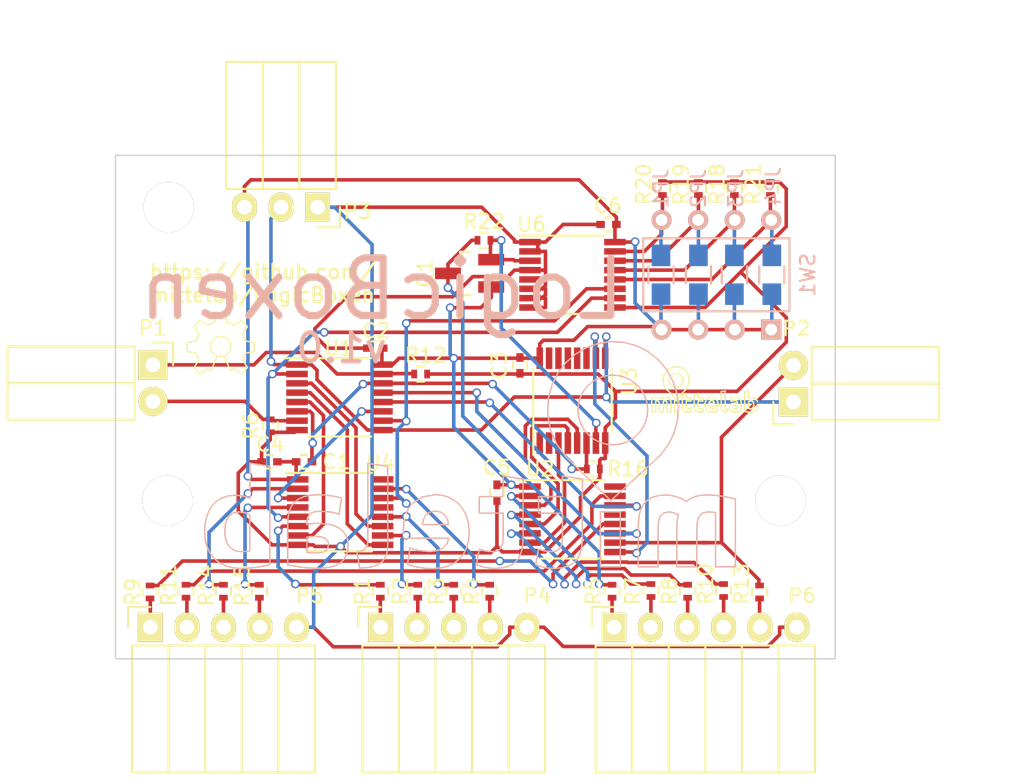
<source format=kicad_pcb>
(kicad_pcb (version 20171130) (host pcbnew "(5.1.12)-1")

  (general
    (thickness 1.6)
    (drawings 759)
    (tracks 549)
    (zones 0)
    (modules 47)
    (nets 50)
  )

  (page A4)
  (layers
    (0 F.Cu signal)
    (31 B.Cu signal)
    (32 B.Adhes user)
    (33 F.Adhes user hide)
    (34 B.Paste user)
    (35 F.Paste user)
    (36 B.SilkS user)
    (37 F.SilkS user)
    (38 B.Mask user)
    (39 F.Mask user)
    (40 Dwgs.User user)
    (41 Cmts.User user)
    (42 Eco1.User user)
    (43 Eco2.User user)
    (44 Edge.Cuts user)
    (45 Margin user)
    (46 B.CrtYd user)
    (47 F.CrtYd user)
    (48 B.Fab user)
    (49 F.Fab user)
  )

  (setup
    (last_trace_width 0.25)
    (trace_clearance 0.2)
    (zone_clearance 0.3)
    (zone_45_only yes)
    (trace_min 0.2)
    (via_size 0.6)
    (via_drill 0.4)
    (via_min_size 0.46)
    (via_min_drill 0.3)
    (uvia_size 0.3)
    (uvia_drill 0.1)
    (uvias_allowed no)
    (uvia_min_size 0.3)
    (uvia_min_drill 0.1)
    (edge_width 0.1)
    (segment_width 0.2)
    (pcb_text_width 0.3)
    (pcb_text_size 1.5 1.5)
    (mod_edge_width 0.15)
    (mod_text_size 1 1)
    (mod_text_width 0.15)
    (pad_size 1.5 1.5)
    (pad_drill 0.6)
    (pad_to_mask_clearance 0)
    (aux_axis_origin 24 63.7)
    (grid_origin 24 63.7)
    (visible_elements 7FFFFFFF)
    (pcbplotparams
      (layerselection 0x010f0_80000001)
      (usegerberextensions true)
      (usegerberattributes true)
      (usegerberadvancedattributes true)
      (creategerberjobfile true)
      (excludeedgelayer true)
      (linewidth 0.100000)
      (plotframeref false)
      (viasonmask false)
      (mode 1)
      (useauxorigin false)
      (hpglpennumber 1)
      (hpglpenspeed 20)
      (hpglpendiameter 15.000000)
      (psnegative false)
      (psa4output false)
      (plotreference true)
      (plotvalue true)
      (plotinvisibletext false)
      (padsonsilk false)
      (subtractmaskfromsilk false)
      (outputformat 1)
      (mirror false)
      (drillshape 0)
      (scaleselection 1)
      (outputdirectory "gerbers/"))
  )

  (net 0 "")
  (net 1 /reset)
  (net 2 "Net-(P1-Pad1)")
  (net 3 "Net-(P1-Pad2)")
  (net 4 /out)
  (net 5 /clock)
  (net 6 "Net-(U1-Pad3)")
  (net 7 "Net-(U1-Pad4)")
  (net 8 "Net-(U1-Pad5)")
  (net 9 /in_a)
  (net 10 "Net-(U1-Pad11)")
  (net 11 "Net-(U1-Pad12)")
  (net 12 "Net-(U1-Pad13)")
  (net 13 /in_b)
  (net 14 "Net-(U2-Pad3)")
  (net 15 "Net-(U2-Pad5)")
  (net 16 "Net-(U2-Pad7)")
  (net 17 "Net-(U2-Pad9)")
  (net 18 "Net-(P2-Pad2)")
  (net 19 "Net-(R1-Pad1)")
  (net 20 "Net-(R2-Pad1)")
  (net 21 "Net-(R3-Pad1)")
  (net 22 "Net-(R4-Pad1)")
  (net 23 "Net-(R7-Pad1)")
  (net 24 "Net-(R8-Pad1)")
  (net 25 "Net-(R9-Pad1)")
  (net 26 "Net-(R10-Pad1)")
  (net 27 "Net-(R11-Pad1)")
  (net 28 "Net-(R14-Pad1)")
  (net 29 "Net-(R15-Pad1)")
  (net 30 /X0)
  (net 31 /X1)
  (net 32 /X2)
  (net 33 /X3)
  (net 34 "Net-(P4-Pad1)")
  (net 35 "Net-(P4-Pad2)")
  (net 36 "Net-(P4-Pad3)")
  (net 37 "Net-(P4-Pad4)")
  (net 38 /led_main)
  (net 39 "Net-(P5-Pad2)")
  (net 40 "Net-(P5-Pad3)")
  (net 41 "Net-(P5-Pad4)")
  (net 42 "Net-(Q1-Pad3)")
  (net 43 "Net-(P5-Pad1)")
  (net 44 "Net-(P6-Pad2)")
  (net 45 "Net-(P6-Pad3)")
  (net 46 "Net-(P6-Pad4)")
  (net 47 "Net-(P6-Pad5)")
  (net 48 VCC)
  (net 49 GND)

  (net_class Default "This is the default net class."
    (clearance 0.2)
    (trace_width 0.25)
    (via_dia 0.6)
    (via_drill 0.4)
    (uvia_dia 0.3)
    (uvia_drill 0.1)
    (add_net /X0)
    (add_net /X1)
    (add_net /X2)
    (add_net /X3)
    (add_net /clock)
    (add_net /in_a)
    (add_net /in_b)
    (add_net /led_main)
    (add_net /out)
    (add_net /reset)
    (add_net GND)
    (add_net "Net-(P1-Pad1)")
    (add_net "Net-(P1-Pad2)")
    (add_net "Net-(P2-Pad2)")
    (add_net "Net-(P4-Pad1)")
    (add_net "Net-(P4-Pad2)")
    (add_net "Net-(P4-Pad3)")
    (add_net "Net-(P4-Pad4)")
    (add_net "Net-(P5-Pad1)")
    (add_net "Net-(P5-Pad2)")
    (add_net "Net-(P5-Pad3)")
    (add_net "Net-(P5-Pad4)")
    (add_net "Net-(P6-Pad2)")
    (add_net "Net-(P6-Pad3)")
    (add_net "Net-(P6-Pad4)")
    (add_net "Net-(P6-Pad5)")
    (add_net "Net-(Q1-Pad3)")
    (add_net "Net-(R1-Pad1)")
    (add_net "Net-(R10-Pad1)")
    (add_net "Net-(R11-Pad1)")
    (add_net "Net-(R14-Pad1)")
    (add_net "Net-(R15-Pad1)")
    (add_net "Net-(R2-Pad1)")
    (add_net "Net-(R3-Pad1)")
    (add_net "Net-(R4-Pad1)")
    (add_net "Net-(R7-Pad1)")
    (add_net "Net-(R8-Pad1)")
    (add_net "Net-(R9-Pad1)")
    (add_net "Net-(U1-Pad11)")
    (add_net "Net-(U1-Pad12)")
    (add_net "Net-(U1-Pad13)")
    (add_net "Net-(U1-Pad3)")
    (add_net "Net-(U1-Pad4)")
    (add_net "Net-(U1-Pad5)")
    (add_net "Net-(U2-Pad3)")
    (add_net "Net-(U2-Pad5)")
    (add_net "Net-(U2-Pad7)")
    (add_net "Net-(U2-Pad9)")
    (add_net VCC)
  )

  (module Sockets_DIP:DIP-8__300 (layer B.Cu) (tedit 55FD8DFC) (tstamp 55A5C800)
    (at 65.75 37 180)
    (descr "8 pins DIL package, round pads")
    (tags DIL)
    (path /559DF1D9)
    (fp_text reference SW1 (at -6.35 0 90) (layer B.SilkS)
      (effects (font (size 1 1) (thickness 0.15)) (justify mirror))
    )
    (fp_text value DIPS_04 (at 0 0 180) (layer B.Fab)
      (effects (font (size 1 1) (thickness 0.15)) (justify mirror))
    )
    (fp_line (start -5.08 -2.54) (end -5.08 2.54) (layer B.SilkS) (width 0.15))
    (fp_line (start 5.08 -2.54) (end -5.08 -2.54) (layer B.SilkS) (width 0.15))
    (fp_line (start 5.08 2.54) (end 5.08 -2.54) (layer B.SilkS) (width 0.15))
    (fp_line (start -5.08 2.54) (end 5.08 2.54) (layer B.SilkS) (width 0.15))
    (pad 1 thru_hole rect (at -3.81 -3.81 180) (size 1.397 1.397) (drill 0.8128) (layers *.Cu *.Mask B.SilkS)
      (net 48 VCC))
    (pad 2 thru_hole circle (at -1.27 -3.81 180) (size 1.397 1.397) (drill 0.8128) (layers *.Cu *.Mask B.SilkS)
      (net 48 VCC))
    (pad 3 thru_hole circle (at 1.27 -3.81 180) (size 1.397 1.397) (drill 0.8128) (layers *.Cu *.Mask B.SilkS)
      (net 48 VCC))
    (pad 4 thru_hole circle (at 3.81 -3.81 180) (size 1.397 1.397) (drill 0.8128) (layers *.Cu *.Mask B.SilkS)
      (net 48 VCC))
    (pad 5 thru_hole circle (at 3.81 3.81 180) (size 1.397 1.397) (drill 0.8128) (layers *.Cu *.Mask B.SilkS)
      (net 32 /X2))
    (pad 6 thru_hole circle (at 1.27 3.81 180) (size 1.397 1.397) (drill 0.8128) (layers *.Cu *.Mask B.SilkS)
      (net 31 /X1))
    (pad 7 thru_hole circle (at -1.27 3.81 180) (size 1.397 1.397) (drill 0.8128) (layers *.Cu *.Mask B.SilkS)
      (net 30 /X0))
    (pad 8 thru_hole circle (at -3.81 3.81 180) (size 1.397 1.397) (drill 0.8128) (layers *.Cu *.Mask B.SilkS)
      (net 33 /X3))
    (model Sockets_DIP.3dshapes/DIP-8__300.wrl
      (at (xyz 0 0 0))
      (scale (xyz 1 1 1))
      (rotate (xyz 0 0 0))
    )
  )

  (module Housings_SSOP:TSSOP-16_4.4x5mm_Pitch0.65mm (layer F.Cu) (tedit 54130A77) (tstamp 55A5C83C)
    (at 55.75 45.75 90)
    (descr "16-Lead Plastic Thin Shrink Small Outline (ST)-4.4 mm Body [TSSOP] (see Microchip Packaging Specification 00000049BS.pdf)")
    (tags "SSOP 0.65")
    (path /5581F282)
    (attr smd)
    (fp_text reference U3 (at 1.35 3.95 90) (layer F.SilkS)
      (effects (font (size 1 1) (thickness 0.15)))
    )
    (fp_text value 4015 (at 0 3.55 90) (layer F.Fab)
      (effects (font (size 1 1) (thickness 0.15)))
    )
    (fp_line (start -3.775 -2.725) (end 2.2 -2.725) (layer F.SilkS) (width 0.15))
    (fp_line (start -2.2 2.725) (end 2.2 2.725) (layer F.SilkS) (width 0.15))
    (fp_line (start -3.95 2.8) (end 3.95 2.8) (layer F.CrtYd) (width 0.05))
    (fp_line (start -3.95 -2.8) (end 3.95 -2.8) (layer F.CrtYd) (width 0.05))
    (fp_line (start 3.95 -2.8) (end 3.95 2.8) (layer F.CrtYd) (width 0.05))
    (fp_line (start -3.95 -2.8) (end -3.95 2.8) (layer F.CrtYd) (width 0.05))
    (pad 1 smd rect (at -2.95 -2.275 90) (size 1.5 0.45) (layers F.Cu F.Paste F.Mask))
    (pad 2 smd rect (at -2.95 -1.625 90) (size 1.5 0.45) (layers F.Cu F.Paste F.Mask))
    (pad 3 smd rect (at -2.95 -0.975 90) (size 1.5 0.45) (layers F.Cu F.Paste F.Mask)
      (net 16 "Net-(U2-Pad7)"))
    (pad 4 smd rect (at -2.95 -0.325 90) (size 1.5 0.45) (layers F.Cu F.Paste F.Mask)
      (net 15 "Net-(U2-Pad5)"))
    (pad 5 smd rect (at -2.95 0.325 90) (size 1.5 0.45) (layers F.Cu F.Paste F.Mask)
      (net 14 "Net-(U2-Pad3)"))
    (pad 6 smd rect (at -2.95 0.975 90) (size 1.5 0.45) (layers F.Cu F.Paste F.Mask)
      (net 1 /reset))
    (pad 7 smd rect (at -2.95 1.625 90) (size 1.5 0.45) (layers F.Cu F.Paste F.Mask)
      (net 4 /out))
    (pad 8 smd rect (at -2.95 2.275 90) (size 1.5 0.45) (layers F.Cu F.Paste F.Mask)
      (net 49 GND))
    (pad 9 smd rect (at 2.95 2.275 90) (size 1.5 0.45) (layers F.Cu F.Paste F.Mask)
      (net 5 /clock))
    (pad 10 smd rect (at 2.95 1.625 90) (size 1.5 0.45) (layers F.Cu F.Paste F.Mask)
      (net 17 "Net-(U2-Pad9)"))
    (pad 11 smd rect (at 2.95 0.975 90) (size 1.5 0.45) (layers F.Cu F.Paste F.Mask))
    (pad 12 smd rect (at 2.95 0.325 90) (size 1.5 0.45) (layers F.Cu F.Paste F.Mask))
    (pad 13 smd rect (at 2.95 -0.325 90) (size 1.5 0.45) (layers F.Cu F.Paste F.Mask))
    (pad 14 smd rect (at 2.95 -0.975 90) (size 1.5 0.45) (layers F.Cu F.Paste F.Mask))
    (pad 15 smd rect (at 2.95 -1.625 90) (size 1.5 0.45) (layers F.Cu F.Paste F.Mask))
    (pad 16 smd rect (at 2.95 -2.275 90) (size 1.5 0.45) (layers F.Cu F.Paste F.Mask)
      (net 48 VCC))
    (model Housings_SSOP.3dshapes/TSSOP-16_4.4x5mm_Pitch0.65mm.wrl
      (at (xyz 0 0 0))
      (scale (xyz 1 1 1))
      (rotate (xyz 0 0 0))
    )
  )

  (module Housings_SSOP:TSSOP-16_4.4x5mm_Pitch0.65mm (layer F.Cu) (tedit 54130A77) (tstamp 55A5C864)
    (at 55.75 37)
    (descr "16-Lead Plastic Thin Shrink Small Outline (ST)-4.4 mm Body [TSSOP] (see Microchip Packaging Specification 00000049BS.pdf)")
    (tags "SSOP 0.65")
    (path /559DD024)
    (attr smd)
    (fp_text reference U6 (at -2.85 -3.5) (layer F.SilkS)
      (effects (font (size 1 1) (thickness 0.15)))
    )
    (fp_text value 4051 (at 0 3.55) (layer F.Fab)
      (effects (font (size 1 1) (thickness 0.15)))
    )
    (fp_line (start -3.775 -2.725) (end 2.2 -2.725) (layer F.SilkS) (width 0.15))
    (fp_line (start -2.2 2.725) (end 2.2 2.725) (layer F.SilkS) (width 0.15))
    (fp_line (start -3.95 2.8) (end 3.95 2.8) (layer F.CrtYd) (width 0.05))
    (fp_line (start -3.95 -2.8) (end 3.95 -2.8) (layer F.CrtYd) (width 0.05))
    (fp_line (start 3.95 -2.8) (end 3.95 2.8) (layer F.CrtYd) (width 0.05))
    (fp_line (start -3.95 -2.8) (end -3.95 2.8) (layer F.CrtYd) (width 0.05))
    (pad 1 smd rect (at -2.95 -2.275) (size 1.5 0.45) (layers F.Cu F.Paste F.Mask)
      (net 49 GND))
    (pad 2 smd rect (at -2.95 -1.625) (size 1.5 0.45) (layers F.Cu F.Paste F.Mask)
      (net 49 GND))
    (pad 3 smd rect (at -2.95 -0.975) (size 1.5 0.45) (layers F.Cu F.Paste F.Mask)
      (net 4 /out))
    (pad 4 smd rect (at -2.95 -0.325) (size 1.5 0.45) (layers F.Cu F.Paste F.Mask)
      (net 49 GND))
    (pad 5 smd rect (at -2.95 0.325) (size 1.5 0.45) (layers F.Cu F.Paste F.Mask)
      (net 49 GND))
    (pad 6 smd rect (at -2.95 0.975) (size 1.5 0.45) (layers F.Cu F.Paste F.Mask)
      (net 49 GND))
    (pad 7 smd rect (at -2.95 1.625) (size 1.5 0.45) (layers F.Cu F.Paste F.Mask)
      (net 49 GND))
    (pad 8 smd rect (at -2.95 2.275) (size 1.5 0.45) (layers F.Cu F.Paste F.Mask)
      (net 49 GND))
    (pad 9 smd rect (at 2.95 2.275) (size 1.5 0.45) (layers F.Cu F.Paste F.Mask)
      (net 49 GND))
    (pad 10 smd rect (at 2.95 1.625) (size 1.5 0.45) (layers F.Cu F.Paste F.Mask)
      (net 13 /in_b))
    (pad 11 smd rect (at 2.95 0.975) (size 1.5 0.45) (layers F.Cu F.Paste F.Mask)
      (net 9 /in_a))
    (pad 12 smd rect (at 2.95 0.325) (size 1.5 0.45) (layers F.Cu F.Paste F.Mask)
      (net 33 /X3))
    (pad 13 smd rect (at 2.95 -0.325) (size 1.5 0.45) (layers F.Cu F.Paste F.Mask)
      (net 30 /X0))
    (pad 14 smd rect (at 2.95 -0.975) (size 1.5 0.45) (layers F.Cu F.Paste F.Mask)
      (net 31 /X1))
    (pad 15 smd rect (at 2.95 -1.625) (size 1.5 0.45) (layers F.Cu F.Paste F.Mask)
      (net 32 /X2))
    (pad 16 smd rect (at 2.95 -2.275) (size 1.5 0.45) (layers F.Cu F.Paste F.Mask)
      (net 48 VCC))
    (model Housings_SSOP.3dshapes/TSSOP-16_4.4x5mm_Pitch0.65mm.wrl
      (at (xyz 0 0 0))
      (scale (xyz 1 1 1))
      (rotate (xyz 0 0 0))
    )
  )

  (module Mounting_Holes:MountingHole_3-5mm locked (layer F.Cu) (tedit 55FBC461) (tstamp 55FC66B2)
    (at 70.2 52.7)
    (descr "Mounting hole, Befestigungsbohrung, 3,5mm, No Annular, Kein Restring,")
    (tags "Mounting hole, Befestigungsbohrung, 3,5mm, No Annular, Kein Restring,")
    (fp_text reference REF**_3 (at 0 -4.50088) (layer F.SilkS) hide
      (effects (font (size 1 1) (thickness 0.15)))
    )
    (fp_text value MountingHole_3-5mm (at 0 5.00126) (layer F.Fab)
      (effects (font (size 1 1) (thickness 0.15)))
    )
    (fp_circle (center 0 0) (end 3.5 0) (layer Cmts.User) (width 0.381))
    (pad 1 thru_hole circle (at 0 0) (size 3.5 3.5) (drill 3.5) (layers *.Cu *.Mask))
  )

  (module Mounting_Holes:MountingHole_3-5mm locked (layer F.Cu) (tedit 55FBC44B) (tstamp 55FC66AD)
    (at 27.6 52.7)
    (descr "Mounting hole, Befestigungsbohrung, 3,5mm, No Annular, Kein Restring,")
    (tags "Mounting hole, Befestigungsbohrung, 3,5mm, No Annular, Kein Restring,")
    (fp_text reference REF**_2 (at 0 -4.50088) (layer F.SilkS) hide
      (effects (font (size 1 1) (thickness 0.15)))
    )
    (fp_text value MountingHole_3-5mm (at 0 5.00126) (layer F.Fab)
      (effects (font (size 1 1) (thickness 0.15)))
    )
    (fp_circle (center 0 0) (end 3.5 0) (layer Cmts.User) (width 0.381))
    (pad 1 thru_hole circle (at 0 0) (size 3.5 3.5) (drill 3.5) (layers *.Cu *.Mask))
  )

  (module Socket_Strips:Socket_Strip_Angled_1x02 (layer F.Cu) (tedit 0) (tstamp 55DE2C52)
    (at 71.1 45.84 90)
    (descr "Through hole socket strip")
    (tags "socket strip")
    (path /55990CBD)
    (fp_text reference P2 (at 5.1 0.2 180) (layer F.SilkS)
      (effects (font (size 1 1) (thickness 0.15)))
    )
    (fp_text value Output (at 0 -2.75 90) (layer F.Fab)
      (effects (font (size 1 1) (thickness 0.15)))
    )
    (fp_line (start 1.27 10.1) (end 1.27 1.27) (layer F.SilkS) (width 0.15))
    (fp_line (start -1.27 10.1) (end 1.27 10.1) (layer F.SilkS) (width 0.15))
    (fp_line (start -1.27 1.27) (end -1.27 10.1) (layer F.SilkS) (width 0.15))
    (fp_line (start -1.55 -1.4) (end -1.55 0) (layer F.SilkS) (width 0.15))
    (fp_line (start 0 -1.4) (end -1.55 -1.4) (layer F.SilkS) (width 0.15))
    (fp_line (start -1.27 1.27) (end 1.27 1.27) (layer F.SilkS) (width 0.15))
    (fp_line (start 1.27 1.27) (end 3.81 1.27) (layer F.SilkS) (width 0.15))
    (fp_line (start 1.27 1.27) (end 1.27 10.1) (layer F.SilkS) (width 0.15))
    (fp_line (start 1.27 10.1) (end 3.81 10.1) (layer F.SilkS) (width 0.15))
    (fp_line (start 3.81 10.1) (end 3.81 1.27) (layer F.SilkS) (width 0.15))
    (fp_line (start -1.75 10.6) (end 4.3 10.6) (layer F.CrtYd) (width 0.05))
    (fp_line (start -1.75 -1.5) (end 4.3 -1.5) (layer F.CrtYd) (width 0.05))
    (fp_line (start 4.3 -1.5) (end 4.3 10.6) (layer F.CrtYd) (width 0.05))
    (fp_line (start -1.75 -1.5) (end -1.75 10.6) (layer F.CrtYd) (width 0.05))
    (pad 1 thru_hole rect (at 0 0 90) (size 2.032 2.032) (drill 1.016) (layers *.Cu *.Mask F.SilkS)
      (net 5 /clock))
    (pad 2 thru_hole oval (at 2.54 0 90) (size 2.032 2.032) (drill 1.016) (layers *.Cu *.Mask F.SilkS)
      (net 18 "Net-(P2-Pad2)"))
    (model Socket_Strips.3dshapes/Socket_Strip_Angled_1x02.wrl
      (offset (xyz 1.269999980926514 0 0))
      (scale (xyz 1 1 1))
      (rotate (xyz 0 0 180))
    )
  )

  (module Housings_SSOP:TSSOP-16_4.4x5mm_Pitch0.65mm (layer F.Cu) (tedit 54130A77) (tstamp 55A5C828)
    (at 55.75 54)
    (descr "16-Lead Plastic Thin Shrink Small Outline (ST)-4.4 mm Body [TSSOP] (see Microchip Packaging Specification 00000049BS.pdf)")
    (tags "SSOP 0.65")
    (path /559E5469)
    (attr smd)
    (fp_text reference U2 (at -2.25 -3.5) (layer F.SilkS)
      (effects (font (size 1 1) (thickness 0.15)))
    )
    (fp_text value 4050 (at 0 3.55) (layer F.Fab)
      (effects (font (size 1 1) (thickness 0.15)))
    )
    (fp_line (start -3.775 -2.725) (end 2.2 -2.725) (layer F.SilkS) (width 0.15))
    (fp_line (start -2.2 2.725) (end 2.2 2.725) (layer F.SilkS) (width 0.15))
    (fp_line (start -3.95 2.8) (end 3.95 2.8) (layer F.CrtYd) (width 0.05))
    (fp_line (start -3.95 -2.8) (end 3.95 -2.8) (layer F.CrtYd) (width 0.05))
    (fp_line (start 3.95 -2.8) (end 3.95 2.8) (layer F.CrtYd) (width 0.05))
    (fp_line (start -3.95 -2.8) (end -3.95 2.8) (layer F.CrtYd) (width 0.05))
    (pad 1 smd rect (at -2.95 -2.275) (size 1.5 0.45) (layers F.Cu F.Paste F.Mask)
      (net 48 VCC))
    (pad 2 smd rect (at -2.95 -1.625) (size 1.5 0.45) (layers F.Cu F.Paste F.Mask)
      (net 23 "Net-(R7-Pad1)"))
    (pad 3 smd rect (at -2.95 -0.975) (size 1.5 0.45) (layers F.Cu F.Paste F.Mask)
      (net 14 "Net-(U2-Pad3)"))
    (pad 4 smd rect (at -2.95 -0.325) (size 1.5 0.45) (layers F.Cu F.Paste F.Mask)
      (net 24 "Net-(R8-Pad1)"))
    (pad 5 smd rect (at -2.95 0.325) (size 1.5 0.45) (layers F.Cu F.Paste F.Mask)
      (net 15 "Net-(U2-Pad5)"))
    (pad 6 smd rect (at -2.95 0.975) (size 1.5 0.45) (layers F.Cu F.Paste F.Mask)
      (net 26 "Net-(R10-Pad1)"))
    (pad 7 smd rect (at -2.95 1.625) (size 1.5 0.45) (layers F.Cu F.Paste F.Mask)
      (net 16 "Net-(U2-Pad7)"))
    (pad 8 smd rect (at -2.95 2.275) (size 1.5 0.45) (layers F.Cu F.Paste F.Mask)
      (net 49 GND))
    (pad 9 smd rect (at 2.95 2.275) (size 1.5 0.45) (layers F.Cu F.Paste F.Mask)
      (net 17 "Net-(U2-Pad9)"))
    (pad 10 smd rect (at 2.95 1.625) (size 1.5 0.45) (layers F.Cu F.Paste F.Mask)
      (net 18 "Net-(P2-Pad2)"))
    (pad 11 smd rect (at 2.95 0.975) (size 1.5 0.45) (layers F.Cu F.Paste F.Mask)
      (net 12 "Net-(U1-Pad13)"))
    (pad 12 smd rect (at 2.95 0.325) (size 1.5 0.45) (layers F.Cu F.Paste F.Mask)
      (net 25 "Net-(R9-Pad1)"))
    (pad 13 smd rect (at 2.95 -0.325) (size 1.5 0.45) (layers F.Cu F.Paste F.Mask))
    (pad 14 smd rect (at 2.95 -0.975) (size 1.5 0.45) (layers F.Cu F.Paste F.Mask)
      (net 11 "Net-(U1-Pad12)"))
    (pad 15 smd rect (at 2.95 -1.625) (size 1.5 0.45) (layers F.Cu F.Paste F.Mask)
      (net 27 "Net-(R11-Pad1)"))
    (pad 16 smd rect (at 2.95 -2.275) (size 1.5 0.45) (layers F.Cu F.Paste F.Mask))
    (model Housings_SSOP.3dshapes/TSSOP-16_4.4x5mm_Pitch0.65mm.wrl
      (at (xyz 0 0 0))
      (scale (xyz 1 1 1))
      (rotate (xyz 0 0 0))
    )
  )

  (module Socket_Strips:Socket_Strip_Angled_1x05 (layer F.Cu) (tedit 55FBC53D) (tstamp 55DE0BA0)
    (at 42.42 61.5)
    (descr "Through hole socket strip")
    (tags "socket strip")
    (path /55DE15C1)
    (fp_text reference P4 (at 10.88 -2.2) (layer F.SilkS)
      (effects (font (size 1 1) (thickness 0.15)))
    )
    (fp_text value CONN_01X05 (at 0 -2.75) (layer F.Fab)
      (effects (font (size 1 1) (thickness 0.15)))
    )
    (fp_line (start 1.27 10.1) (end 1.27 1.27) (layer F.SilkS) (width 0.15))
    (fp_line (start -1.27 10.1) (end 1.27 10.1) (layer F.SilkS) (width 0.15))
    (fp_line (start -1.27 1.27) (end -1.27 10.1) (layer F.SilkS) (width 0.15))
    (fp_line (start -1.55 -1.4) (end -1.55 0) (layer F.SilkS) (width 0.15))
    (fp_line (start 0 -1.4) (end -1.55 -1.4) (layer F.SilkS) (width 0.15))
    (fp_line (start -1.27 1.27) (end 1.27 1.27) (layer F.SilkS) (width 0.15))
    (fp_line (start 1.27 1.27) (end 3.81 1.27) (layer F.SilkS) (width 0.15))
    (fp_line (start 1.27 1.27) (end 1.27 10.1) (layer F.SilkS) (width 0.15))
    (fp_line (start 1.27 10.1) (end 3.81 10.1) (layer F.SilkS) (width 0.15))
    (fp_line (start 3.81 10.1) (end 3.81 1.27) (layer F.SilkS) (width 0.15))
    (fp_line (start 6.35 10.1) (end 6.35 1.27) (layer F.SilkS) (width 0.15))
    (fp_line (start 3.81 10.1) (end 6.35 10.1) (layer F.SilkS) (width 0.15))
    (fp_line (start 3.81 1.27) (end 6.35 1.27) (layer F.SilkS) (width 0.15))
    (fp_line (start 6.35 1.27) (end 8.89 1.27) (layer F.SilkS) (width 0.15))
    (fp_line (start 6.35 10.1) (end 8.89 10.1) (layer F.SilkS) (width 0.15))
    (fp_line (start 8.89 10.1) (end 8.89 1.27) (layer F.SilkS) (width 0.15))
    (fp_line (start 11.43 10.1) (end 11.43 1.27) (layer F.SilkS) (width 0.15))
    (fp_line (start 8.89 10.1) (end 11.43 10.1) (layer F.SilkS) (width 0.15))
    (fp_line (start 8.89 1.27) (end 11.43 1.27) (layer F.SilkS) (width 0.15))
    (fp_line (start -1.75 10.6) (end 11.95 10.6) (layer F.CrtYd) (width 0.05))
    (fp_line (start -1.75 -1.5) (end 11.95 -1.5) (layer F.CrtYd) (width 0.05))
    (fp_line (start 11.95 -1.5) (end 11.95 10.6) (layer F.CrtYd) (width 0.05))
    (fp_line (start -1.75 -1.5) (end -1.75 10.6) (layer F.CrtYd) (width 0.05))
    (pad 1 thru_hole rect (at 0 0) (size 1.7272 2.032) (drill 1.016) (layers *.Cu *.Mask F.SilkS)
      (net 34 "Net-(P4-Pad1)"))
    (pad 2 thru_hole oval (at 2.54 0) (size 1.7272 2.032) (drill 1.016) (layers *.Cu *.Mask F.SilkS)
      (net 35 "Net-(P4-Pad2)"))
    (pad 3 thru_hole oval (at 5.08 0) (size 1.7272 2.032) (drill 1.016) (layers *.Cu *.Mask F.SilkS)
      (net 36 "Net-(P4-Pad3)"))
    (pad 4 thru_hole oval (at 7.62 0) (size 1.7272 2.032) (drill 1.016) (layers *.Cu *.Mask F.SilkS)
      (net 37 "Net-(P4-Pad4)"))
    (pad 5 thru_hole oval (at 10.16 0) (size 1.7272 2.032) (drill 1.016) (layers *.Cu *.Mask F.SilkS)
      (net 49 GND))
    (model Socket_Strips.3dshapes/Socket_Strip_Angled_1x05.wrl
      (offset (xyz 5.079999923706055 0 0))
      (scale (xyz 1 1 1))
      (rotate (xyz 0 0 180))
    )
  )

  (module Socket_Strips:Socket_Strip_Angled_1x05 (layer F.Cu) (tedit 55FBC529) (tstamp 55DE0BA9)
    (at 26.42 61.5)
    (descr "Through hole socket strip")
    (tags "socket strip")
    (path /55DE16A0)
    (fp_text reference P5 (at 11.08 -2.2) (layer F.SilkS)
      (effects (font (size 1 1) (thickness 0.15)))
    )
    (fp_text value CONN_01X05 (at 0 -2.75) (layer F.Fab)
      (effects (font (size 1 1) (thickness 0.15)))
    )
    (fp_line (start 1.27 10.1) (end 1.27 1.27) (layer F.SilkS) (width 0.15))
    (fp_line (start -1.27 10.1) (end 1.27 10.1) (layer F.SilkS) (width 0.15))
    (fp_line (start -1.27 1.27) (end -1.27 10.1) (layer F.SilkS) (width 0.15))
    (fp_line (start -1.55 -1.4) (end -1.55 0) (layer F.SilkS) (width 0.15))
    (fp_line (start 0 -1.4) (end -1.55 -1.4) (layer F.SilkS) (width 0.15))
    (fp_line (start -1.27 1.27) (end 1.27 1.27) (layer F.SilkS) (width 0.15))
    (fp_line (start 1.27 1.27) (end 3.81 1.27) (layer F.SilkS) (width 0.15))
    (fp_line (start 1.27 1.27) (end 1.27 10.1) (layer F.SilkS) (width 0.15))
    (fp_line (start 1.27 10.1) (end 3.81 10.1) (layer F.SilkS) (width 0.15))
    (fp_line (start 3.81 10.1) (end 3.81 1.27) (layer F.SilkS) (width 0.15))
    (fp_line (start 6.35 10.1) (end 6.35 1.27) (layer F.SilkS) (width 0.15))
    (fp_line (start 3.81 10.1) (end 6.35 10.1) (layer F.SilkS) (width 0.15))
    (fp_line (start 3.81 1.27) (end 6.35 1.27) (layer F.SilkS) (width 0.15))
    (fp_line (start 6.35 1.27) (end 8.89 1.27) (layer F.SilkS) (width 0.15))
    (fp_line (start 6.35 10.1) (end 8.89 10.1) (layer F.SilkS) (width 0.15))
    (fp_line (start 8.89 10.1) (end 8.89 1.27) (layer F.SilkS) (width 0.15))
    (fp_line (start 11.43 10.1) (end 11.43 1.27) (layer F.SilkS) (width 0.15))
    (fp_line (start 8.89 10.1) (end 11.43 10.1) (layer F.SilkS) (width 0.15))
    (fp_line (start 8.89 1.27) (end 11.43 1.27) (layer F.SilkS) (width 0.15))
    (fp_line (start -1.75 10.6) (end 11.95 10.6) (layer F.CrtYd) (width 0.05))
    (fp_line (start -1.75 -1.5) (end 11.95 -1.5) (layer F.CrtYd) (width 0.05))
    (fp_line (start 11.95 -1.5) (end 11.95 10.6) (layer F.CrtYd) (width 0.05))
    (fp_line (start -1.75 -1.5) (end -1.75 10.6) (layer F.CrtYd) (width 0.05))
    (pad 1 thru_hole rect (at 0 0) (size 1.7272 2.032) (drill 1.016) (layers *.Cu *.Mask F.SilkS)
      (net 43 "Net-(P5-Pad1)"))
    (pad 2 thru_hole oval (at 2.54 0) (size 1.7272 2.032) (drill 1.016) (layers *.Cu *.Mask F.SilkS)
      (net 39 "Net-(P5-Pad2)"))
    (pad 3 thru_hole oval (at 5.08 0) (size 1.7272 2.032) (drill 1.016) (layers *.Cu *.Mask F.SilkS)
      (net 40 "Net-(P5-Pad3)"))
    (pad 4 thru_hole oval (at 7.62 0) (size 1.7272 2.032) (drill 1.016) (layers *.Cu *.Mask F.SilkS)
      (net 41 "Net-(P5-Pad4)"))
    (pad 5 thru_hole oval (at 10.16 0) (size 1.7272 2.032) (drill 1.016) (layers *.Cu *.Mask F.SilkS)
      (net 49 GND))
    (model Socket_Strips.3dshapes/Socket_Strip_Angled_1x05.wrl
      (offset (xyz 5.079999923706055 0 0))
      (scale (xyz 1 1 1))
      (rotate (xyz 0 0 180))
    )
  )

  (module Resistors_SMD:R_0402 (layer F.Cu) (tedit 5415CBB8) (tstamp 55A4288F)
    (at 47.5 59 270)
    (descr "Resistor SMD 0402, reflow soldering, Vishay (see dcrcw.pdf)")
    (tags "resistor 0402")
    (path /555B2CDB)
    (attr smd)
    (fp_text reference R3 (at 0 1.2 270) (layer F.SilkS)
      (effects (font (size 1 1) (thickness 0.15)))
    )
    (fp_text value 220 (at 0 1.8 270) (layer F.Fab)
      (effects (font (size 1 1) (thickness 0.15)))
    )
    (fp_line (start -0.25 0.525) (end 0.25 0.525) (layer F.SilkS) (width 0.15))
    (fp_line (start 0.25 -0.525) (end -0.25 -0.525) (layer F.SilkS) (width 0.15))
    (fp_line (start 0.95 -0.65) (end 0.95 0.65) (layer F.CrtYd) (width 0.05))
    (fp_line (start -0.95 -0.65) (end -0.95 0.65) (layer F.CrtYd) (width 0.05))
    (fp_line (start -0.95 0.65) (end 0.95 0.65) (layer F.CrtYd) (width 0.05))
    (fp_line (start -0.95 -0.65) (end 0.95 -0.65) (layer F.CrtYd) (width 0.05))
    (pad 1 smd rect (at -0.45 0 270) (size 0.4 0.6) (layers F.Cu F.Paste F.Mask)
      (net 21 "Net-(R3-Pad1)"))
    (pad 2 smd rect (at 0.45 0 270) (size 0.4 0.6) (layers F.Cu F.Paste F.Mask)
      (net 36 "Net-(P4-Pad3)"))
    (model Resistors_SMD.3dshapes/R_0402.wrl
      (at (xyz 0 0 0))
      (scale (xyz 1 1 1))
      (rotate (xyz 0 0 0))
    )
  )

  (module Resistors_SMD:R_0402 (layer F.Cu) (tedit 5415CBB8) (tstamp 55A42877)
    (at 42.4 59 270)
    (descr "Resistor SMD 0402, reflow soldering, Vishay (see dcrcw.pdf)")
    (tags "resistor 0402")
    (path /555B2C48)
    (attr smd)
    (fp_text reference R1 (at 0 1.25 270) (layer F.SilkS)
      (effects (font (size 1 1) (thickness 0.15)))
    )
    (fp_text value 220 (at 0 1.8 270) (layer F.Fab)
      (effects (font (size 1 1) (thickness 0.15)))
    )
    (fp_line (start -0.25 0.525) (end 0.25 0.525) (layer F.SilkS) (width 0.15))
    (fp_line (start 0.25 -0.525) (end -0.25 -0.525) (layer F.SilkS) (width 0.15))
    (fp_line (start 0.95 -0.65) (end 0.95 0.65) (layer F.CrtYd) (width 0.05))
    (fp_line (start -0.95 -0.65) (end -0.95 0.65) (layer F.CrtYd) (width 0.05))
    (fp_line (start -0.95 0.65) (end 0.95 0.65) (layer F.CrtYd) (width 0.05))
    (fp_line (start -0.95 -0.65) (end 0.95 -0.65) (layer F.CrtYd) (width 0.05))
    (pad 1 smd rect (at -0.45 0 270) (size 0.4 0.6) (layers F.Cu F.Paste F.Mask)
      (net 19 "Net-(R1-Pad1)"))
    (pad 2 smd rect (at 0.45 0 270) (size 0.4 0.6) (layers F.Cu F.Paste F.Mask)
      (net 34 "Net-(P4-Pad1)"))
    (model Resistors_SMD.3dshapes/R_0402.wrl
      (at (xyz 0 0 0))
      (scale (xyz 1 1 1))
      (rotate (xyz 0 0 0))
    )
  )

  (module Housings_SSOP:TSSOP-16_4.4x5mm_Pitch0.65mm (layer F.Cu) (tedit 54130A77) (tstamp 55A5C814)
    (at 39.56 45.52)
    (descr "16-Lead Plastic Thin Shrink Small Outline (ST)-4.4 mm Body [TSSOP] (see Microchip Packaging Specification 00000049BS.pdf)")
    (tags "SSOP 0.65")
    (path /5581D367)
    (attr smd)
    (fp_text reference U1 (at -0.06 -3.42) (layer F.SilkS)
      (effects (font (size 1 1) (thickness 0.15)))
    )
    (fp_text value 4015 (at 0 3.55) (layer F.Fab)
      (effects (font (size 1 1) (thickness 0.15)))
    )
    (fp_line (start -3.775 -2.725) (end 2.2 -2.725) (layer F.SilkS) (width 0.15))
    (fp_line (start -2.2 2.725) (end 2.2 2.725) (layer F.SilkS) (width 0.15))
    (fp_line (start -3.95 2.8) (end 3.95 2.8) (layer F.CrtYd) (width 0.05))
    (fp_line (start -3.95 -2.8) (end 3.95 -2.8) (layer F.CrtYd) (width 0.05))
    (fp_line (start 3.95 -2.8) (end 3.95 2.8) (layer F.CrtYd) (width 0.05))
    (fp_line (start -3.95 -2.8) (end -3.95 2.8) (layer F.CrtYd) (width 0.05))
    (pad 1 smd rect (at -2.95 -2.275) (size 1.5 0.45) (layers F.Cu F.Paste F.Mask)
      (net 5 /clock))
    (pad 2 smd rect (at -2.95 -1.625) (size 1.5 0.45) (layers F.Cu F.Paste F.Mask)
      (net 13 /in_b))
    (pad 3 smd rect (at -2.95 -0.975) (size 1.5 0.45) (layers F.Cu F.Paste F.Mask)
      (net 6 "Net-(U1-Pad3)"))
    (pad 4 smd rect (at -2.95 -0.325) (size 1.5 0.45) (layers F.Cu F.Paste F.Mask)
      (net 7 "Net-(U1-Pad4)"))
    (pad 5 smd rect (at -2.95 0.325) (size 1.5 0.45) (layers F.Cu F.Paste F.Mask)
      (net 8 "Net-(U1-Pad5)"))
    (pad 6 smd rect (at -2.95 0.975) (size 1.5 0.45) (layers F.Cu F.Paste F.Mask)
      (net 1 /reset))
    (pad 7 smd rect (at -2.95 1.625) (size 1.5 0.45) (layers F.Cu F.Paste F.Mask)
      (net 3 "Net-(P1-Pad2)"))
    (pad 8 smd rect (at -2.95 2.275) (size 1.5 0.45) (layers F.Cu F.Paste F.Mask)
      (net 49 GND))
    (pad 9 smd rect (at 2.95 2.275) (size 1.5 0.45) (layers F.Cu F.Paste F.Mask)
      (net 5 /clock))
    (pad 10 smd rect (at 2.95 1.625) (size 1.5 0.45) (layers F.Cu F.Paste F.Mask)
      (net 9 /in_a))
    (pad 11 smd rect (at 2.95 0.975) (size 1.5 0.45) (layers F.Cu F.Paste F.Mask)
      (net 10 "Net-(U1-Pad11)"))
    (pad 12 smd rect (at 2.95 0.325) (size 1.5 0.45) (layers F.Cu F.Paste F.Mask)
      (net 11 "Net-(U1-Pad12)"))
    (pad 13 smd rect (at 2.95 -0.325) (size 1.5 0.45) (layers F.Cu F.Paste F.Mask)
      (net 12 "Net-(U1-Pad13)"))
    (pad 14 smd rect (at 2.95 -0.975) (size 1.5 0.45) (layers F.Cu F.Paste F.Mask)
      (net 1 /reset))
    (pad 15 smd rect (at 2.95 -1.625) (size 1.5 0.45) (layers F.Cu F.Paste F.Mask)
      (net 2 "Net-(P1-Pad1)"))
    (pad 16 smd rect (at 2.95 -2.275) (size 1.5 0.45) (layers F.Cu F.Paste F.Mask)
      (net 48 VCC))
    (model Housings_SSOP.3dshapes/TSSOP-16_4.4x5mm_Pitch0.65mm.wrl
      (at (xyz 0 0 0))
      (scale (xyz 1 1 1))
      (rotate (xyz 0 0 0))
    )
  )

  (module Resistors_SMD:R_0402 (layer F.Cu) (tedit 5415CBB8) (tstamp 55A42967)
    (at 49.6 34.6 180)
    (descr "Resistor SMD 0402, reflow soldering, Vishay (see dcrcw.pdf)")
    (tags "resistor 0402")
    (path /559F146F)
    (attr smd)
    (fp_text reference R22 (at 0 1.3 180) (layer F.SilkS)
      (effects (font (size 1 1) (thickness 0.15)))
    )
    (fp_text value 0R (at 0 1.8 180) (layer F.Fab)
      (effects (font (size 1 1) (thickness 0.15)))
    )
    (fp_line (start -0.25 0.525) (end 0.25 0.525) (layer F.SilkS) (width 0.15))
    (fp_line (start 0.25 -0.525) (end -0.25 -0.525) (layer F.SilkS) (width 0.15))
    (fp_line (start 0.95 -0.65) (end 0.95 0.65) (layer F.CrtYd) (width 0.05))
    (fp_line (start -0.95 -0.65) (end -0.95 0.65) (layer F.CrtYd) (width 0.05))
    (fp_line (start -0.95 0.65) (end 0.95 0.65) (layer F.CrtYd) (width 0.05))
    (fp_line (start -0.95 -0.65) (end 0.95 -0.65) (layer F.CrtYd) (width 0.05))
    (pad 1 smd rect (at -0.45 0 180) (size 0.4 0.6) (layers F.Cu F.Paste F.Mask)
      (net 4 /out))
    (pad 2 smd rect (at 0.45 0 180) (size 0.4 0.6) (layers F.Cu F.Paste F.Mask)
      (net 42 "Net-(Q1-Pad3)"))
    (model Resistors_SMD.3dshapes/R_0402.wrl
      (at (xyz 0 0 0))
      (scale (xyz 1 1 1))
      (rotate (xyz 0 0 0))
    )
  )

  (module Capacitors_SMD:C_0402 (layer F.Cu) (tedit 5415D599) (tstamp 55A42758)
    (at 37.1 50)
    (descr "Capacitor SMD 0402, reflow soldering, AVX (see smccp.pdf)")
    (tags "capacitor 0402")
    (path /559FFA59)
    (attr smd)
    (fp_text reference C1 (at 2.25 0) (layer F.SilkS)
      (effects (font (size 1 1) (thickness 0.15)))
    )
    (fp_text value 100n (at 0 1.7) (layer F.Fab)
      (effects (font (size 1 1) (thickness 0.15)))
    )
    (fp_line (start -0.25 0.475) (end 0.25 0.475) (layer F.SilkS) (width 0.15))
    (fp_line (start 0.25 -0.475) (end -0.25 -0.475) (layer F.SilkS) (width 0.15))
    (fp_line (start 1.15 -0.6) (end 1.15 0.6) (layer F.CrtYd) (width 0.05))
    (fp_line (start -1.15 -0.6) (end -1.15 0.6) (layer F.CrtYd) (width 0.05))
    (fp_line (start -1.15 0.6) (end 1.15 0.6) (layer F.CrtYd) (width 0.05))
    (fp_line (start -1.15 -0.6) (end 1.15 -0.6) (layer F.CrtYd) (width 0.05))
    (pad 1 smd rect (at -0.55 0) (size 0.6 0.5) (layers F.Cu F.Paste F.Mask)
      (net 48 VCC))
    (pad 2 smd rect (at 0.55 0) (size 0.6 0.5) (layers F.Cu F.Paste F.Mask)
      (net 1 /reset))
    (model Capacitors_SMD.3dshapes/C_0402.wrl
      (at (xyz 0 0 0))
      (scale (xyz 1 1 1))
      (rotate (xyz 0 0 0))
    )
  )

  (module Resistors_SMD:R_0402 (layer F.Cu) (tedit 5415CBB8) (tstamp 55A42883)
    (at 45 59 270)
    (descr "Resistor SMD 0402, reflow soldering, Vishay (see dcrcw.pdf)")
    (tags "resistor 0402")
    (path /555B2CD5)
    (attr smd)
    (fp_text reference R2 (at 0 1.2 270) (layer F.SilkS)
      (effects (font (size 1 1) (thickness 0.15)))
    )
    (fp_text value 220 (at 0 1.8 270) (layer F.Fab)
      (effects (font (size 1 1) (thickness 0.15)))
    )
    (fp_line (start -0.25 0.525) (end 0.25 0.525) (layer F.SilkS) (width 0.15))
    (fp_line (start 0.25 -0.525) (end -0.25 -0.525) (layer F.SilkS) (width 0.15))
    (fp_line (start 0.95 -0.65) (end 0.95 0.65) (layer F.CrtYd) (width 0.05))
    (fp_line (start -0.95 -0.65) (end -0.95 0.65) (layer F.CrtYd) (width 0.05))
    (fp_line (start -0.95 0.65) (end 0.95 0.65) (layer F.CrtYd) (width 0.05))
    (fp_line (start -0.95 -0.65) (end 0.95 -0.65) (layer F.CrtYd) (width 0.05))
    (pad 1 smd rect (at -0.45 0 270) (size 0.4 0.6) (layers F.Cu F.Paste F.Mask)
      (net 20 "Net-(R2-Pad1)"))
    (pad 2 smd rect (at 0.45 0 270) (size 0.4 0.6) (layers F.Cu F.Paste F.Mask)
      (net 35 "Net-(P4-Pad2)"))
    (model Resistors_SMD.3dshapes/R_0402.wrl
      (at (xyz 0 0 0))
      (scale (xyz 1 1 1))
      (rotate (xyz 0 0 0))
    )
  )

  (module Resistors_SMD:R_0402 (layer F.Cu) (tedit 5415CBB8) (tstamp 55A4289B)
    (at 50 59 270)
    (descr "Resistor SMD 0402, reflow soldering, Vishay (see dcrcw.pdf)")
    (tags "resistor 0402")
    (path /55991665)
    (attr smd)
    (fp_text reference R4 (at 0 1.25 270) (layer F.SilkS)
      (effects (font (size 1 1) (thickness 0.15)))
    )
    (fp_text value 220 (at 0 1.8 270) (layer F.Fab)
      (effects (font (size 1 1) (thickness 0.15)))
    )
    (fp_line (start -0.25 0.525) (end 0.25 0.525) (layer F.SilkS) (width 0.15))
    (fp_line (start 0.25 -0.525) (end -0.25 -0.525) (layer F.SilkS) (width 0.15))
    (fp_line (start 0.95 -0.65) (end 0.95 0.65) (layer F.CrtYd) (width 0.05))
    (fp_line (start -0.95 -0.65) (end -0.95 0.65) (layer F.CrtYd) (width 0.05))
    (fp_line (start -0.95 0.65) (end 0.95 0.65) (layer F.CrtYd) (width 0.05))
    (fp_line (start -0.95 -0.65) (end 0.95 -0.65) (layer F.CrtYd) (width 0.05))
    (pad 1 smd rect (at -0.45 0 270) (size 0.4 0.6) (layers F.Cu F.Paste F.Mask)
      (net 22 "Net-(R4-Pad1)"))
    (pad 2 smd rect (at 0.45 0 270) (size 0.4 0.6) (layers F.Cu F.Paste F.Mask)
      (net 37 "Net-(P4-Pad4)"))
    (model Resistors_SMD.3dshapes/R_0402.wrl
      (at (xyz 0 0 0))
      (scale (xyz 1 1 1))
      (rotate (xyz 0 0 0))
    )
  )

  (module Resistors_SMD:R_0402 (layer F.Cu) (tedit 5415CBB8) (tstamp 55A428A7)
    (at 58.5 59 270)
    (descr "Resistor SMD 0402, reflow soldering, Vishay (see dcrcw.pdf)")
    (tags "resistor 0402")
    (path /555B4D0C)
    (attr smd)
    (fp_text reference R5 (at 0 1.3 270) (layer F.SilkS)
      (effects (font (size 1 1) (thickness 0.15)))
    )
    (fp_text value 220 (at 0 1.8 270) (layer F.Fab)
      (effects (font (size 1 1) (thickness 0.15)))
    )
    (fp_line (start -0.25 0.525) (end 0.25 0.525) (layer F.SilkS) (width 0.15))
    (fp_line (start 0.25 -0.525) (end -0.25 -0.525) (layer F.SilkS) (width 0.15))
    (fp_line (start 0.95 -0.65) (end 0.95 0.65) (layer F.CrtYd) (width 0.05))
    (fp_line (start -0.95 -0.65) (end -0.95 0.65) (layer F.CrtYd) (width 0.05))
    (fp_line (start -0.95 0.65) (end 0.95 0.65) (layer F.CrtYd) (width 0.05))
    (fp_line (start -0.95 -0.65) (end 0.95 -0.65) (layer F.CrtYd) (width 0.05))
    (pad 1 smd rect (at -0.45 0 270) (size 0.4 0.6) (layers F.Cu F.Paste F.Mask)
      (net 42 "Net-(Q1-Pad3)"))
    (pad 2 smd rect (at 0.45 0 270) (size 0.4 0.6) (layers F.Cu F.Paste F.Mask)
      (net 38 /led_main))
    (model Resistors_SMD.3dshapes/R_0402.wrl
      (at (xyz 0 0 0))
      (scale (xyz 1 1 1))
      (rotate (xyz 0 0 0))
    )
  )

  (module Resistors_SMD:R_0402 (layer F.Cu) (tedit 5415CBB8) (tstamp 55A428B3)
    (at 34.75 47.5 90)
    (descr "Resistor SMD 0402, reflow soldering, Vishay (see dcrcw.pdf)")
    (tags "resistor 0402")
    (path /555B4220)
    (attr smd)
    (fp_text reference R6 (at 0 -1.35 90) (layer F.SilkS)
      (effects (font (size 1 1) (thickness 0.15)))
    )
    (fp_text value 10k (at 0 1.8 90) (layer F.Fab)
      (effects (font (size 1 1) (thickness 0.15)))
    )
    (fp_line (start -0.25 0.525) (end 0.25 0.525) (layer F.SilkS) (width 0.15))
    (fp_line (start 0.25 -0.525) (end -0.25 -0.525) (layer F.SilkS) (width 0.15))
    (fp_line (start 0.95 -0.65) (end 0.95 0.65) (layer F.CrtYd) (width 0.05))
    (fp_line (start -0.95 -0.65) (end -0.95 0.65) (layer F.CrtYd) (width 0.05))
    (fp_line (start -0.95 0.65) (end 0.95 0.65) (layer F.CrtYd) (width 0.05))
    (fp_line (start -0.95 -0.65) (end 0.95 -0.65) (layer F.CrtYd) (width 0.05))
    (pad 1 smd rect (at -0.45 0 90) (size 0.4 0.6) (layers F.Cu F.Paste F.Mask)
      (net 49 GND))
    (pad 2 smd rect (at 0.45 0 90) (size 0.4 0.6) (layers F.Cu F.Paste F.Mask)
      (net 3 "Net-(P1-Pad2)"))
    (model Resistors_SMD.3dshapes/R_0402.wrl
      (at (xyz 0 0 0))
      (scale (xyz 1 1 1))
      (rotate (xyz 0 0 0))
    )
  )

  (module Resistors_SMD:R_0402 (layer F.Cu) (tedit 5415CBB8) (tstamp 55A428BF)
    (at 61.2 58.95 270)
    (descr "Resistor SMD 0402, reflow soldering, Vishay (see dcrcw.pdf)")
    (tags "resistor 0402")
    (path /555B7A5A)
    (attr smd)
    (fp_text reference R7 (at 0.05 1.25 270) (layer F.SilkS)
      (effects (font (size 1 1) (thickness 0.15)))
    )
    (fp_text value 220 (at 0 1.8 270) (layer F.Fab)
      (effects (font (size 1 1) (thickness 0.15)))
    )
    (fp_line (start -0.25 0.525) (end 0.25 0.525) (layer F.SilkS) (width 0.15))
    (fp_line (start 0.25 -0.525) (end -0.25 -0.525) (layer F.SilkS) (width 0.15))
    (fp_line (start 0.95 -0.65) (end 0.95 0.65) (layer F.CrtYd) (width 0.05))
    (fp_line (start -0.95 -0.65) (end -0.95 0.65) (layer F.CrtYd) (width 0.05))
    (fp_line (start -0.95 0.65) (end 0.95 0.65) (layer F.CrtYd) (width 0.05))
    (fp_line (start -0.95 -0.65) (end 0.95 -0.65) (layer F.CrtYd) (width 0.05))
    (pad 1 smd rect (at -0.45 0 270) (size 0.4 0.6) (layers F.Cu F.Paste F.Mask)
      (net 23 "Net-(R7-Pad1)"))
    (pad 2 smd rect (at 0.45 0 270) (size 0.4 0.6) (layers F.Cu F.Paste F.Mask)
      (net 44 "Net-(P6-Pad2)"))
    (model Resistors_SMD.3dshapes/R_0402.wrl
      (at (xyz 0 0 0))
      (scale (xyz 1 1 1))
      (rotate (xyz 0 0 0))
    )
  )

  (module Resistors_SMD:R_0402 (layer F.Cu) (tedit 5415CBB8) (tstamp 55A428CB)
    (at 63.75 59 270)
    (descr "Resistor SMD 0402, reflow soldering, Vishay (see dcrcw.pdf)")
    (tags "resistor 0402")
    (path /555B7A60)
    (attr smd)
    (fp_text reference R8 (at 0 1.25 270) (layer F.SilkS)
      (effects (font (size 1 1) (thickness 0.15)))
    )
    (fp_text value 220 (at 0 1.8 270) (layer F.Fab)
      (effects (font (size 1 1) (thickness 0.15)))
    )
    (fp_line (start -0.25 0.525) (end 0.25 0.525) (layer F.SilkS) (width 0.15))
    (fp_line (start 0.25 -0.525) (end -0.25 -0.525) (layer F.SilkS) (width 0.15))
    (fp_line (start 0.95 -0.65) (end 0.95 0.65) (layer F.CrtYd) (width 0.05))
    (fp_line (start -0.95 -0.65) (end -0.95 0.65) (layer F.CrtYd) (width 0.05))
    (fp_line (start -0.95 0.65) (end 0.95 0.65) (layer F.CrtYd) (width 0.05))
    (fp_line (start -0.95 -0.65) (end 0.95 -0.65) (layer F.CrtYd) (width 0.05))
    (pad 1 smd rect (at -0.45 0 270) (size 0.4 0.6) (layers F.Cu F.Paste F.Mask)
      (net 24 "Net-(R8-Pad1)"))
    (pad 2 smd rect (at 0.45 0 270) (size 0.4 0.6) (layers F.Cu F.Paste F.Mask)
      (net 45 "Net-(P6-Pad3)"))
    (model Resistors_SMD.3dshapes/R_0402.wrl
      (at (xyz 0 0 0))
      (scale (xyz 1 1 1))
      (rotate (xyz 0 0 0))
    )
  )

  (module Resistors_SMD:R_0402 (layer F.Cu) (tedit 5415CBB8) (tstamp 55A428D7)
    (at 26.4 59.05 270)
    (descr "Resistor SMD 0402, reflow soldering, Vishay (see dcrcw.pdf)")
    (tags "resistor 0402")
    (path /555B2E9C)
    (attr smd)
    (fp_text reference R9 (at 0 1.2 270) (layer F.SilkS)
      (effects (font (size 1 1) (thickness 0.15)))
    )
    (fp_text value 220 (at 0 1.8 270) (layer F.Fab)
      (effects (font (size 1 1) (thickness 0.15)))
    )
    (fp_line (start -0.25 0.525) (end 0.25 0.525) (layer F.SilkS) (width 0.15))
    (fp_line (start 0.25 -0.525) (end -0.25 -0.525) (layer F.SilkS) (width 0.15))
    (fp_line (start 0.95 -0.65) (end 0.95 0.65) (layer F.CrtYd) (width 0.05))
    (fp_line (start -0.95 -0.65) (end -0.95 0.65) (layer F.CrtYd) (width 0.05))
    (fp_line (start -0.95 0.65) (end 0.95 0.65) (layer F.CrtYd) (width 0.05))
    (fp_line (start -0.95 -0.65) (end 0.95 -0.65) (layer F.CrtYd) (width 0.05))
    (pad 1 smd rect (at -0.45 0 270) (size 0.4 0.6) (layers F.Cu F.Paste F.Mask)
      (net 25 "Net-(R9-Pad1)"))
    (pad 2 smd rect (at 0.45 0 270) (size 0.4 0.6) (layers F.Cu F.Paste F.Mask)
      (net 43 "Net-(P5-Pad1)"))
    (model Resistors_SMD.3dshapes/R_0402.wrl
      (at (xyz 0 0 0))
      (scale (xyz 1 1 1))
      (rotate (xyz 0 0 0))
    )
  )

  (module Resistors_SMD:R_0402 (layer F.Cu) (tedit 5415CBB8) (tstamp 55A428E3)
    (at 66.25 58.95 270)
    (descr "Resistor SMD 0402, reflow soldering, Vishay (see dcrcw.pdf)")
    (tags "resistor 0402")
    (path /555B7A66)
    (attr smd)
    (fp_text reference R10 (at -0.45 1.25 270) (layer F.SilkS)
      (effects (font (size 1 1) (thickness 0.15)))
    )
    (fp_text value 220 (at 0 1.8 270) (layer F.Fab)
      (effects (font (size 1 1) (thickness 0.15)))
    )
    (fp_line (start -0.25 0.525) (end 0.25 0.525) (layer F.SilkS) (width 0.15))
    (fp_line (start 0.25 -0.525) (end -0.25 -0.525) (layer F.SilkS) (width 0.15))
    (fp_line (start 0.95 -0.65) (end 0.95 0.65) (layer F.CrtYd) (width 0.05))
    (fp_line (start -0.95 -0.65) (end -0.95 0.65) (layer F.CrtYd) (width 0.05))
    (fp_line (start -0.95 0.65) (end 0.95 0.65) (layer F.CrtYd) (width 0.05))
    (fp_line (start -0.95 -0.65) (end 0.95 -0.65) (layer F.CrtYd) (width 0.05))
    (pad 1 smd rect (at -0.45 0 270) (size 0.4 0.6) (layers F.Cu F.Paste F.Mask)
      (net 26 "Net-(R10-Pad1)"))
    (pad 2 smd rect (at 0.45 0 270) (size 0.4 0.6) (layers F.Cu F.Paste F.Mask)
      (net 46 "Net-(P6-Pad4)"))
    (model Resistors_SMD.3dshapes/R_0402.wrl
      (at (xyz 0 0 0))
      (scale (xyz 1 1 1))
      (rotate (xyz 0 0 0))
    )
  )

  (module Resistors_SMD:R_0402 (layer F.Cu) (tedit 5415CBB8) (tstamp 55A428EF)
    (at 28.9 59 270)
    (descr "Resistor SMD 0402, reflow soldering, Vishay (see dcrcw.pdf)")
    (tags "resistor 0402")
    (path /555B2EA2)
    (attr smd)
    (fp_text reference R11 (at -0.4 1.2 270) (layer F.SilkS)
      (effects (font (size 1 1) (thickness 0.15)))
    )
    (fp_text value 220 (at 0 1.8 270) (layer F.Fab)
      (effects (font (size 1 1) (thickness 0.15)))
    )
    (fp_line (start -0.25 0.525) (end 0.25 0.525) (layer F.SilkS) (width 0.15))
    (fp_line (start 0.25 -0.525) (end -0.25 -0.525) (layer F.SilkS) (width 0.15))
    (fp_line (start 0.95 -0.65) (end 0.95 0.65) (layer F.CrtYd) (width 0.05))
    (fp_line (start -0.95 -0.65) (end -0.95 0.65) (layer F.CrtYd) (width 0.05))
    (fp_line (start -0.95 0.65) (end 0.95 0.65) (layer F.CrtYd) (width 0.05))
    (fp_line (start -0.95 -0.65) (end 0.95 -0.65) (layer F.CrtYd) (width 0.05))
    (pad 1 smd rect (at -0.45 0 270) (size 0.4 0.6) (layers F.Cu F.Paste F.Mask)
      (net 27 "Net-(R11-Pad1)"))
    (pad 2 smd rect (at 0.45 0 270) (size 0.4 0.6) (layers F.Cu F.Paste F.Mask)
      (net 39 "Net-(P5-Pad2)"))
    (model Resistors_SMD.3dshapes/R_0402.wrl
      (at (xyz 0 0 0))
      (scale (xyz 1 1 1))
      (rotate (xyz 0 0 0))
    )
  )

  (module Resistors_SMD:R_0402 (layer F.Cu) (tedit 5415CBB8) (tstamp 55A428FB)
    (at 45.2 43.9)
    (descr "Resistor SMD 0402, reflow soldering, Vishay (see dcrcw.pdf)")
    (tags "resistor 0402")
    (path /555B4010)
    (attr smd)
    (fp_text reference R12 (at 0.35 -1.3) (layer F.SilkS)
      (effects (font (size 1 1) (thickness 0.15)))
    )
    (fp_text value 10k (at 0 1.8) (layer F.Fab)
      (effects (font (size 1 1) (thickness 0.15)))
    )
    (fp_line (start -0.25 0.525) (end 0.25 0.525) (layer F.SilkS) (width 0.15))
    (fp_line (start 0.25 -0.525) (end -0.25 -0.525) (layer F.SilkS) (width 0.15))
    (fp_line (start 0.95 -0.65) (end 0.95 0.65) (layer F.CrtYd) (width 0.05))
    (fp_line (start -0.95 -0.65) (end -0.95 0.65) (layer F.CrtYd) (width 0.05))
    (fp_line (start -0.95 0.65) (end 0.95 0.65) (layer F.CrtYd) (width 0.05))
    (fp_line (start -0.95 -0.65) (end 0.95 -0.65) (layer F.CrtYd) (width 0.05))
    (pad 1 smd rect (at -0.45 0) (size 0.4 0.6) (layers F.Cu F.Paste F.Mask)
      (net 2 "Net-(P1-Pad1)"))
    (pad 2 smd rect (at 0.45 0) (size 0.4 0.6) (layers F.Cu F.Paste F.Mask)
      (net 49 GND))
    (model Resistors_SMD.3dshapes/R_0402.wrl
      (at (xyz 0 0 0))
      (scale (xyz 1 1 1))
      (rotate (xyz 0 0 0))
    )
  )

  (module Resistors_SMD:R_0402 (layer F.Cu) (tedit 5415CBB8) (tstamp 55A42907)
    (at 68.75 59.05 270)
    (descr "Resistor SMD 0402, reflow soldering, Vishay (see dcrcw.pdf)")
    (tags "resistor 0402")
    (path /555B7A6C)
    (attr smd)
    (fp_text reference R13 (at -0.55 1.25 90) (layer F.SilkS)
      (effects (font (size 1 1) (thickness 0.15)))
    )
    (fp_text value 220 (at 0 1.8 270) (layer F.Fab)
      (effects (font (size 1 1) (thickness 0.15)))
    )
    (fp_line (start -0.25 0.525) (end 0.25 0.525) (layer F.SilkS) (width 0.15))
    (fp_line (start 0.25 -0.525) (end -0.25 -0.525) (layer F.SilkS) (width 0.15))
    (fp_line (start 0.95 -0.65) (end 0.95 0.65) (layer F.CrtYd) (width 0.05))
    (fp_line (start -0.95 -0.65) (end -0.95 0.65) (layer F.CrtYd) (width 0.05))
    (fp_line (start -0.95 0.65) (end 0.95 0.65) (layer F.CrtYd) (width 0.05))
    (fp_line (start -0.95 -0.65) (end 0.95 -0.65) (layer F.CrtYd) (width 0.05))
    (pad 1 smd rect (at -0.45 0 270) (size 0.4 0.6) (layers F.Cu F.Paste F.Mask)
      (net 18 "Net-(P2-Pad2)"))
    (pad 2 smd rect (at 0.45 0 270) (size 0.4 0.6) (layers F.Cu F.Paste F.Mask)
      (net 47 "Net-(P6-Pad5)"))
    (model Resistors_SMD.3dshapes/R_0402.wrl
      (at (xyz 0 0 0))
      (scale (xyz 1 1 1))
      (rotate (xyz 0 0 0))
    )
  )

  (module Resistors_SMD:R_0402 (layer F.Cu) (tedit 5415CBB8) (tstamp 55A42913)
    (at 31.5 59 270)
    (descr "Resistor SMD 0402, reflow soldering, Vishay (see dcrcw.pdf)")
    (tags "resistor 0402")
    (path /555B2EA8)
    (attr smd)
    (fp_text reference R14 (at -0.4 1.2 270) (layer F.SilkS)
      (effects (font (size 1 1) (thickness 0.15)))
    )
    (fp_text value 220 (at 0 1.8 270) (layer F.Fab)
      (effects (font (size 1 1) (thickness 0.15)))
    )
    (fp_line (start -0.25 0.525) (end 0.25 0.525) (layer F.SilkS) (width 0.15))
    (fp_line (start 0.25 -0.525) (end -0.25 -0.525) (layer F.SilkS) (width 0.15))
    (fp_line (start 0.95 -0.65) (end 0.95 0.65) (layer F.CrtYd) (width 0.05))
    (fp_line (start -0.95 -0.65) (end -0.95 0.65) (layer F.CrtYd) (width 0.05))
    (fp_line (start -0.95 0.65) (end 0.95 0.65) (layer F.CrtYd) (width 0.05))
    (fp_line (start -0.95 -0.65) (end 0.95 -0.65) (layer F.CrtYd) (width 0.05))
    (pad 1 smd rect (at -0.45 0 270) (size 0.4 0.6) (layers F.Cu F.Paste F.Mask)
      (net 28 "Net-(R14-Pad1)"))
    (pad 2 smd rect (at 0.45 0 270) (size 0.4 0.6) (layers F.Cu F.Paste F.Mask)
      (net 40 "Net-(P5-Pad3)"))
    (model Resistors_SMD.3dshapes/R_0402.wrl
      (at (xyz 0 0 0))
      (scale (xyz 1 1 1))
      (rotate (xyz 0 0 0))
    )
  )

  (module Resistors_SMD:R_0402 (layer F.Cu) (tedit 5415CBB8) (tstamp 55A4291F)
    (at 34 59 270)
    (descr "Resistor SMD 0402, reflow soldering, Vishay (see dcrcw.pdf)")
    (tags "resistor 0402")
    (path /555B2EAE)
    (attr smd)
    (fp_text reference R15 (at -0.4 1.2 270) (layer F.SilkS)
      (effects (font (size 1 1) (thickness 0.15)))
    )
    (fp_text value 220 (at 0 1.8 270) (layer F.Fab)
      (effects (font (size 1 1) (thickness 0.15)))
    )
    (fp_line (start -0.25 0.525) (end 0.25 0.525) (layer F.SilkS) (width 0.15))
    (fp_line (start 0.25 -0.525) (end -0.25 -0.525) (layer F.SilkS) (width 0.15))
    (fp_line (start 0.95 -0.65) (end 0.95 0.65) (layer F.CrtYd) (width 0.05))
    (fp_line (start -0.95 -0.65) (end -0.95 0.65) (layer F.CrtYd) (width 0.05))
    (fp_line (start -0.95 0.65) (end 0.95 0.65) (layer F.CrtYd) (width 0.05))
    (fp_line (start -0.95 -0.65) (end 0.95 -0.65) (layer F.CrtYd) (width 0.05))
    (pad 1 smd rect (at -0.45 0 270) (size 0.4 0.6) (layers F.Cu F.Paste F.Mask)
      (net 29 "Net-(R15-Pad1)"))
    (pad 2 smd rect (at 0.45 0 270) (size 0.4 0.6) (layers F.Cu F.Paste F.Mask)
      (net 41 "Net-(P5-Pad4)"))
    (model Resistors_SMD.3dshapes/R_0402.wrl
      (at (xyz 0 0 0))
      (scale (xyz 1 1 1))
      (rotate (xyz 0 0 0))
    )
  )

  (module Resistors_SMD:R_0402 (layer F.Cu) (tedit 5415CBB8) (tstamp 55A4292B)
    (at 57.2 50.5 180)
    (descr "Resistor SMD 0402, reflow soldering, Vishay (see dcrcw.pdf)")
    (tags "resistor 0402")
    (path /559FF9D5)
    (attr smd)
    (fp_text reference R16 (at -2.4 0 180) (layer F.SilkS)
      (effects (font (size 1 1) (thickness 0.15)))
    )
    (fp_text value 10k (at 0 1.8 180) (layer F.Fab)
      (effects (font (size 1 1) (thickness 0.15)))
    )
    (fp_line (start -0.25 0.525) (end 0.25 0.525) (layer F.SilkS) (width 0.15))
    (fp_line (start 0.25 -0.525) (end -0.25 -0.525) (layer F.SilkS) (width 0.15))
    (fp_line (start 0.95 -0.65) (end 0.95 0.65) (layer F.CrtYd) (width 0.05))
    (fp_line (start -0.95 -0.65) (end -0.95 0.65) (layer F.CrtYd) (width 0.05))
    (fp_line (start -0.95 0.65) (end 0.95 0.65) (layer F.CrtYd) (width 0.05))
    (fp_line (start -0.95 -0.65) (end 0.95 -0.65) (layer F.CrtYd) (width 0.05))
    (pad 1 smd rect (at -0.45 0 180) (size 0.4 0.6) (layers F.Cu F.Paste F.Mask)
      (net 49 GND))
    (pad 2 smd rect (at 0.45 0 180) (size 0.4 0.6) (layers F.Cu F.Paste F.Mask)
      (net 1 /reset))
    (model Resistors_SMD.3dshapes/R_0402.wrl
      (at (xyz 0 0 0))
      (scale (xyz 1 1 1))
      (rotate (xyz 0 0 0))
    )
  )

  (module Resistors_SMD:R_0402 (layer F.Cu) (tedit 5415CBB8) (tstamp 55A42937)
    (at 67 31 90)
    (descr "Resistor SMD 0402, reflow soldering, Vishay (see dcrcw.pdf)")
    (tags "resistor 0402")
    (path /559DF62C)
    (attr smd)
    (fp_text reference R18 (at 0.3 -1.2 90) (layer F.SilkS)
      (effects (font (size 1 1) (thickness 0.15)))
    )
    (fp_text value 10k (at 2.5 0 90) (layer F.Fab)
      (effects (font (size 1 1) (thickness 0.15)))
    )
    (fp_line (start -0.25 0.525) (end 0.25 0.525) (layer F.SilkS) (width 0.15))
    (fp_line (start 0.25 -0.525) (end -0.25 -0.525) (layer F.SilkS) (width 0.15))
    (fp_line (start 0.95 -0.65) (end 0.95 0.65) (layer F.CrtYd) (width 0.05))
    (fp_line (start -0.95 -0.65) (end -0.95 0.65) (layer F.CrtYd) (width 0.05))
    (fp_line (start -0.95 0.65) (end 0.95 0.65) (layer F.CrtYd) (width 0.05))
    (fp_line (start -0.95 -0.65) (end 0.95 -0.65) (layer F.CrtYd) (width 0.05))
    (pad 1 smd rect (at -0.45 0 90) (size 0.4 0.6) (layers F.Cu F.Paste F.Mask)
      (net 30 /X0))
    (pad 2 smd rect (at 0.45 0 90) (size 0.4 0.6) (layers F.Cu F.Paste F.Mask)
      (net 49 GND))
    (model Resistors_SMD.3dshapes/R_0402.wrl
      (at (xyz 0 0 0))
      (scale (xyz 1 1 1))
      (rotate (xyz 0 0 0))
    )
  )

  (module Resistors_SMD:R_0402 (layer F.Cu) (tedit 5415CBB8) (tstamp 55A42943)
    (at 64.5 31 90)
    (descr "Resistor SMD 0402, reflow soldering, Vishay (see dcrcw.pdf)")
    (tags "resistor 0402")
    (path /559DF6C2)
    (attr smd)
    (fp_text reference R19 (at 0.3 -1.2 90) (layer F.SilkS)
      (effects (font (size 1 1) (thickness 0.15)))
    )
    (fp_text value 10k (at 0 1.8 90) (layer F.Fab)
      (effects (font (size 1 1) (thickness 0.15)))
    )
    (fp_line (start -0.25 0.525) (end 0.25 0.525) (layer F.SilkS) (width 0.15))
    (fp_line (start 0.25 -0.525) (end -0.25 -0.525) (layer F.SilkS) (width 0.15))
    (fp_line (start 0.95 -0.65) (end 0.95 0.65) (layer F.CrtYd) (width 0.05))
    (fp_line (start -0.95 -0.65) (end -0.95 0.65) (layer F.CrtYd) (width 0.05))
    (fp_line (start -0.95 0.65) (end 0.95 0.65) (layer F.CrtYd) (width 0.05))
    (fp_line (start -0.95 -0.65) (end 0.95 -0.65) (layer F.CrtYd) (width 0.05))
    (pad 1 smd rect (at -0.45 0 90) (size 0.4 0.6) (layers F.Cu F.Paste F.Mask)
      (net 31 /X1))
    (pad 2 smd rect (at 0.45 0 90) (size 0.4 0.6) (layers F.Cu F.Paste F.Mask)
      (net 49 GND))
    (model Resistors_SMD.3dshapes/R_0402.wrl
      (at (xyz 0 0 0))
      (scale (xyz 1 1 1))
      (rotate (xyz 0 0 0))
    )
  )

  (module Resistors_SMD:R_0402 (layer F.Cu) (tedit 5415CBB8) (tstamp 55A4294F)
    (at 62 31 90)
    (descr "Resistor SMD 0402, reflow soldering, Vishay (see dcrcw.pdf)")
    (tags "resistor 0402")
    (path /559DF807)
    (attr smd)
    (fp_text reference R20 (at 0.3 -1.3 90) (layer F.SilkS)
      (effects (font (size 1 1) (thickness 0.15)))
    )
    (fp_text value 10k (at 0 1.8 90) (layer F.Fab)
      (effects (font (size 1 1) (thickness 0.15)))
    )
    (fp_line (start -0.25 0.525) (end 0.25 0.525) (layer F.SilkS) (width 0.15))
    (fp_line (start 0.25 -0.525) (end -0.25 -0.525) (layer F.SilkS) (width 0.15))
    (fp_line (start 0.95 -0.65) (end 0.95 0.65) (layer F.CrtYd) (width 0.05))
    (fp_line (start -0.95 -0.65) (end -0.95 0.65) (layer F.CrtYd) (width 0.05))
    (fp_line (start -0.95 0.65) (end 0.95 0.65) (layer F.CrtYd) (width 0.05))
    (fp_line (start -0.95 -0.65) (end 0.95 -0.65) (layer F.CrtYd) (width 0.05))
    (pad 1 smd rect (at -0.45 0 90) (size 0.4 0.6) (layers F.Cu F.Paste F.Mask)
      (net 32 /X2))
    (pad 2 smd rect (at 0.45 0 90) (size 0.4 0.6) (layers F.Cu F.Paste F.Mask)
      (net 49 GND))
    (model Resistors_SMD.3dshapes/R_0402.wrl
      (at (xyz 0 0 0))
      (scale (xyz 1 1 1))
      (rotate (xyz 0 0 0))
    )
  )

  (module Resistors_SMD:R_0402 (layer F.Cu) (tedit 5415CBB8) (tstamp 55A4295B)
    (at 69.5 31 90)
    (descr "Resistor SMD 0402, reflow soldering, Vishay (see dcrcw.pdf)")
    (tags "resistor 0402")
    (path /559DF8F2)
    (attr smd)
    (fp_text reference R21 (at 0.3 -1.2 90) (layer F.SilkS)
      (effects (font (size 1 1) (thickness 0.15)))
    )
    (fp_text value 10k (at 2.75 1.5 90) (layer F.Fab)
      (effects (font (size 1 1) (thickness 0.15)))
    )
    (fp_line (start -0.25 0.525) (end 0.25 0.525) (layer F.SilkS) (width 0.15))
    (fp_line (start 0.25 -0.525) (end -0.25 -0.525) (layer F.SilkS) (width 0.15))
    (fp_line (start 0.95 -0.65) (end 0.95 0.65) (layer F.CrtYd) (width 0.05))
    (fp_line (start -0.95 -0.65) (end -0.95 0.65) (layer F.CrtYd) (width 0.05))
    (fp_line (start -0.95 0.65) (end 0.95 0.65) (layer F.CrtYd) (width 0.05))
    (fp_line (start -0.95 -0.65) (end 0.95 -0.65) (layer F.CrtYd) (width 0.05))
    (pad 1 smd rect (at -0.45 0 90) (size 0.4 0.6) (layers F.Cu F.Paste F.Mask)
      (net 33 /X3))
    (pad 2 smd rect (at 0.45 0 90) (size 0.4 0.6) (layers F.Cu F.Paste F.Mask)
      (net 49 GND))
    (model Resistors_SMD.3dshapes/R_0402.wrl
      (at (xyz 0 0 0))
      (scale (xyz 1 1 1))
      (rotate (xyz 0 0 0))
    )
  )

  (module Housings_SSOP:TSSOP-16_4.4x5mm_Pitch0.65mm (layer F.Cu) (tedit 55A42FCB) (tstamp 55A5C850)
    (at 39.61 53.5)
    (descr "16-Lead Plastic Thin Shrink Small Outline (ST)-4.4 mm Body [TSSOP] (see Microchip Packaging Specification 00000049BS.pdf)")
    (tags "SSOP 0.65")
    (path /559E5A53)
    (attr smd)
    (fp_text reference U4 (at 2.79 -3.4 180) (layer F.SilkS)
      (effects (font (size 1 1) (thickness 0.15)))
    )
    (fp_text value 4050 (at 0 3.55) (layer F.Fab)
      (effects (font (size 1 1) (thickness 0.15)))
    )
    (fp_line (start -3.775 -2.725) (end 2.2 -2.725) (layer F.SilkS) (width 0.15))
    (fp_line (start -2.2 2.725) (end 2.2 2.725) (layer F.SilkS) (width 0.15))
    (fp_line (start -3.95 2.8) (end 3.95 2.8) (layer F.CrtYd) (width 0.05))
    (fp_line (start -3.95 -2.8) (end 3.95 -2.8) (layer F.CrtYd) (width 0.05))
    (fp_line (start 3.95 -2.8) (end 3.95 2.8) (layer F.CrtYd) (width 0.05))
    (fp_line (start -3.95 -2.8) (end -3.95 2.8) (layer F.CrtYd) (width 0.05))
    (pad 1 smd rect (at -2.95 -2.275) (size 1.5 0.45) (layers F.Cu F.Paste F.Mask)
      (net 48 VCC))
    (pad 2 smd rect (at -2.95 -1.625) (size 1.5 0.45) (layers F.Cu F.Paste F.Mask)
      (net 28 "Net-(R14-Pad1)"))
    (pad 3 smd rect (at -2.95 -0.975) (size 1.5 0.45) (layers F.Cu F.Paste F.Mask)
      (net 10 "Net-(U1-Pad11)"))
    (pad 4 smd rect (at -2.95 -0.325) (size 1.5 0.45) (layers F.Cu F.Paste F.Mask)
      (net 29 "Net-(R15-Pad1)"))
    (pad 5 smd rect (at -2.95 0.325) (size 1.5 0.45) (layers F.Cu F.Paste F.Mask)
      (net 13 /in_b))
    (pad 6 smd rect (at -2.95 0.975) (size 1.5 0.45) (layers F.Cu F.Paste F.Mask)
      (net 19 "Net-(R1-Pad1)"))
    (pad 7 smd rect (at -2.95 1.625) (size 1.5 0.45) (layers F.Cu F.Paste F.Mask)
      (net 8 "Net-(U1-Pad5)"))
    (pad 8 smd rect (at -2.95 2.275) (size 1.5 0.45) (layers F.Cu F.Paste F.Mask)
      (net 49 GND))
    (pad 9 smd rect (at 2.95 2.275) (size 1.5 0.45) (layers F.Cu F.Paste F.Mask)
      (net 7 "Net-(U1-Pad4)"))
    (pad 10 smd rect (at 2.95 1.625) (size 1.5 0.45) (layers F.Cu F.Paste F.Mask)
      (net 20 "Net-(R2-Pad1)"))
    (pad 11 smd rect (at 2.95 0.975) (size 1.5 0.45) (layers F.Cu F.Paste F.Mask)
      (net 6 "Net-(U1-Pad3)"))
    (pad 12 smd rect (at 2.95 0.325) (size 1.5 0.45) (layers F.Cu F.Paste F.Mask)
      (net 21 "Net-(R3-Pad1)"))
    (pad 13 smd rect (at 2.95 -0.325) (size 1.5 0.45) (layers F.Cu F.Paste F.Mask))
    (pad 14 smd rect (at 2.95 -0.975) (size 1.5 0.45) (layers F.Cu F.Paste F.Mask)
      (net 9 /in_a))
    (pad 15 smd rect (at 2.95 -1.625) (size 1.5 0.45) (layers F.Cu F.Paste F.Mask)
      (net 22 "Net-(R4-Pad1)"))
    (pad 16 smd rect (at 2.95 -2.275) (size 1.5 0.45) (layers F.Cu F.Paste F.Mask))
    (model Housings_SSOP.3dshapes/TSSOP-16_4.4x5mm_Pitch0.65mm.wrl
      (at (xyz 0 0 0))
      (scale (xyz 1 1 1))
      (rotate (xyz 0 0 0))
    )
  )

  (module Socket_Strips:Socket_Strip_Angled_1x06 (layer F.Cu) (tedit 55FBC544) (tstamp 55DE0E88)
    (at 58.63 61.5)
    (descr "Through hole socket strip")
    (tags "socket strip")
    (path /55DE68D7)
    (fp_text reference P6 (at 13.07 -2.2) (layer F.SilkS)
      (effects (font (size 1 1) (thickness 0.15)))
    )
    (fp_text value CONN_01X06 (at 0 -2.75) (layer F.Fab)
      (effects (font (size 1 1) (thickness 0.15)))
    )
    (fp_line (start 1.27 10.1) (end 1.27 1.27) (layer F.SilkS) (width 0.15))
    (fp_line (start -1.27 10.1) (end 1.27 10.1) (layer F.SilkS) (width 0.15))
    (fp_line (start -1.27 1.27) (end -1.27 10.1) (layer F.SilkS) (width 0.15))
    (fp_line (start -1.55 -1.4) (end -1.55 0) (layer F.SilkS) (width 0.15))
    (fp_line (start 0 -1.4) (end -1.55 -1.4) (layer F.SilkS) (width 0.15))
    (fp_line (start -1.27 1.27) (end 1.27 1.27) (layer F.SilkS) (width 0.15))
    (fp_line (start 1.27 1.27) (end 3.81 1.27) (layer F.SilkS) (width 0.15))
    (fp_line (start 1.27 1.27) (end 1.27 10.1) (layer F.SilkS) (width 0.15))
    (fp_line (start 1.27 10.1) (end 3.81 10.1) (layer F.SilkS) (width 0.15))
    (fp_line (start 3.81 10.1) (end 3.81 1.27) (layer F.SilkS) (width 0.15))
    (fp_line (start 6.35 10.1) (end 6.35 1.27) (layer F.SilkS) (width 0.15))
    (fp_line (start 3.81 10.1) (end 6.35 10.1) (layer F.SilkS) (width 0.15))
    (fp_line (start 3.81 1.27) (end 6.35 1.27) (layer F.SilkS) (width 0.15))
    (fp_line (start 6.35 1.27) (end 8.89 1.27) (layer F.SilkS) (width 0.15))
    (fp_line (start 6.35 10.1) (end 8.89 10.1) (layer F.SilkS) (width 0.15))
    (fp_line (start 8.89 10.1) (end 8.89 1.27) (layer F.SilkS) (width 0.15))
    (fp_line (start 11.43 10.1) (end 11.43 1.27) (layer F.SilkS) (width 0.15))
    (fp_line (start 8.89 10.1) (end 11.43 10.1) (layer F.SilkS) (width 0.15))
    (fp_line (start 8.89 1.27) (end 11.43 1.27) (layer F.SilkS) (width 0.15))
    (fp_line (start 11.43 1.27) (end 13.97 1.27) (layer F.SilkS) (width 0.15))
    (fp_line (start 11.43 10.1) (end 13.97 10.1) (layer F.SilkS) (width 0.15))
    (fp_line (start 13.97 10.1) (end 13.97 1.27) (layer F.SilkS) (width 0.15))
    (fp_line (start -1.75 10.6) (end 14.45 10.6) (layer F.CrtYd) (width 0.05))
    (fp_line (start -1.75 -1.5) (end 14.45 -1.5) (layer F.CrtYd) (width 0.05))
    (fp_line (start 14.45 -1.5) (end 14.45 10.6) (layer F.CrtYd) (width 0.05))
    (fp_line (start -1.75 -1.5) (end -1.75 10.6) (layer F.CrtYd) (width 0.05))
    (pad 1 thru_hole rect (at 0 0) (size 1.7272 2.032) (drill 1.016) (layers *.Cu *.Mask F.SilkS)
      (net 38 /led_main))
    (pad 2 thru_hole oval (at 2.54 0) (size 1.7272 2.032) (drill 1.016) (layers *.Cu *.Mask F.SilkS)
      (net 44 "Net-(P6-Pad2)"))
    (pad 3 thru_hole oval (at 5.08 0) (size 1.7272 2.032) (drill 1.016) (layers *.Cu *.Mask F.SilkS)
      (net 45 "Net-(P6-Pad3)"))
    (pad 4 thru_hole oval (at 7.62 0) (size 1.7272 2.032) (drill 1.016) (layers *.Cu *.Mask F.SilkS)
      (net 46 "Net-(P6-Pad4)"))
    (pad 5 thru_hole oval (at 10.16 0) (size 1.7272 2.032) (drill 1.016) (layers *.Cu *.Mask F.SilkS)
      (net 47 "Net-(P6-Pad5)"))
    (pad 6 thru_hole oval (at 12.7 0) (size 1.7272 2.032) (drill 1.016) (layers *.Cu *.Mask F.SilkS)
      (net 49 GND))
    (model Socket_Strips.3dshapes/Socket_Strip_Angled_1x06.wrl
      (offset (xyz 6.349999904632568 0 0))
      (scale (xyz 1 1 1))
      (rotate (xyz 0 0 180))
    )
  )

  (module Socket_Strips:Socket_Strip_Angled_1x03 (layer F.Cu) (tedit 0) (tstamp 55DE2C47)
    (at 38.04 32.3 180)
    (descr "Through hole socket strip")
    (tags "socket strip")
    (path /559FB1CF)
    (fp_text reference P3 (at -2.76 -0.3 180) (layer F.SilkS)
      (effects (font (size 1 1) (thickness 0.15)))
    )
    (fp_text value Power (at 0 -2.75 180) (layer F.Fab)
      (effects (font (size 1 1) (thickness 0.15)))
    )
    (fp_line (start 1.27 10.1) (end 1.27 1.27) (layer F.SilkS) (width 0.15))
    (fp_line (start -1.27 10.1) (end 1.27 10.1) (layer F.SilkS) (width 0.15))
    (fp_line (start -1.27 1.27) (end -1.27 10.1) (layer F.SilkS) (width 0.15))
    (fp_line (start -1.55 -1.4) (end -1.55 0) (layer F.SilkS) (width 0.15))
    (fp_line (start 0 -1.4) (end -1.55 -1.4) (layer F.SilkS) (width 0.15))
    (fp_line (start -1.27 1.27) (end 1.27 1.27) (layer F.SilkS) (width 0.15))
    (fp_line (start 1.27 1.27) (end 3.81 1.27) (layer F.SilkS) (width 0.15))
    (fp_line (start 1.27 1.27) (end 1.27 10.1) (layer F.SilkS) (width 0.15))
    (fp_line (start 1.27 10.1) (end 3.81 10.1) (layer F.SilkS) (width 0.15))
    (fp_line (start 3.81 10.1) (end 3.81 1.27) (layer F.SilkS) (width 0.15))
    (fp_line (start 6.35 10.1) (end 6.35 1.27) (layer F.SilkS) (width 0.15))
    (fp_line (start 3.81 10.1) (end 6.35 10.1) (layer F.SilkS) (width 0.15))
    (fp_line (start 3.81 1.27) (end 6.35 1.27) (layer F.SilkS) (width 0.15))
    (fp_line (start -1.75 10.6) (end 6.85 10.6) (layer F.CrtYd) (width 0.05))
    (fp_line (start -1.75 -1.5) (end 6.85 -1.5) (layer F.CrtYd) (width 0.05))
    (fp_line (start 6.85 -1.5) (end 6.85 10.6) (layer F.CrtYd) (width 0.05))
    (fp_line (start -1.75 -1.5) (end -1.75 10.6) (layer F.CrtYd) (width 0.05))
    (pad 1 thru_hole rect (at 0 0 180) (size 1.7272 2.032) (drill 1.016) (layers *.Cu *.Mask F.SilkS)
      (net 49 GND))
    (pad 2 thru_hole oval (at 2.54 0 180) (size 1.7272 2.032) (drill 1.016) (layers *.Cu *.Mask F.SilkS)
      (net 5 /clock))
    (pad 3 thru_hole oval (at 5.08 0 180) (size 1.7272 2.032) (drill 1.016) (layers *.Cu *.Mask F.SilkS)
      (net 48 VCC))
    (model Socket_Strips.3dshapes/Socket_Strip_Angled_1x03.wrl
      (offset (xyz 2.539999961853027 0 0))
      (scale (xyz 1 1 1))
      (rotate (xyz 0 0 180))
    )
  )

  (module Socket_Strips:Socket_Strip_Angled_1x02 (layer F.Cu) (tedit 0) (tstamp 55DE2C4D)
    (at 26.6 43.26 270)
    (descr "Through hole socket strip")
    (tags "socket strip")
    (path /5599017D)
    (fp_text reference P1 (at -2.56 0) (layer F.SilkS)
      (effects (font (size 1 1) (thickness 0.15)))
    )
    (fp_text value Input (at 0 -2.75 270) (layer F.Fab)
      (effects (font (size 1 1) (thickness 0.15)))
    )
    (fp_line (start 1.27 10.1) (end 1.27 1.27) (layer F.SilkS) (width 0.15))
    (fp_line (start -1.27 10.1) (end 1.27 10.1) (layer F.SilkS) (width 0.15))
    (fp_line (start -1.27 1.27) (end -1.27 10.1) (layer F.SilkS) (width 0.15))
    (fp_line (start -1.55 -1.4) (end -1.55 0) (layer F.SilkS) (width 0.15))
    (fp_line (start 0 -1.4) (end -1.55 -1.4) (layer F.SilkS) (width 0.15))
    (fp_line (start -1.27 1.27) (end 1.27 1.27) (layer F.SilkS) (width 0.15))
    (fp_line (start 1.27 1.27) (end 3.81 1.27) (layer F.SilkS) (width 0.15))
    (fp_line (start 1.27 1.27) (end 1.27 10.1) (layer F.SilkS) (width 0.15))
    (fp_line (start 1.27 10.1) (end 3.81 10.1) (layer F.SilkS) (width 0.15))
    (fp_line (start 3.81 10.1) (end 3.81 1.27) (layer F.SilkS) (width 0.15))
    (fp_line (start -1.75 10.6) (end 4.3 10.6) (layer F.CrtYd) (width 0.05))
    (fp_line (start -1.75 -1.5) (end 4.3 -1.5) (layer F.CrtYd) (width 0.05))
    (fp_line (start 4.3 -1.5) (end 4.3 10.6) (layer F.CrtYd) (width 0.05))
    (fp_line (start -1.75 -1.5) (end -1.75 10.6) (layer F.CrtYd) (width 0.05))
    (pad 1 thru_hole rect (at 0 0 270) (size 2.032 2.032) (drill 1.016) (layers *.Cu *.Mask F.SilkS)
      (net 2 "Net-(P1-Pad1)"))
    (pad 2 thru_hole oval (at 2.54 0 270) (size 2.032 2.032) (drill 1.016) (layers *.Cu *.Mask F.SilkS)
      (net 3 "Net-(P1-Pad2)"))
    (model Socket_Strips.3dshapes/Socket_Strip_Angled_1x02.wrl
      (offset (xyz 1.269999980926514 0 0))
      (scale (xyz 1 1 1))
      (rotate (xyz 0 0 180))
    )
  )

  (module Housings_SOT-23_SOT-143_TSOT-6:SOT-23_Handsoldering (layer F.Cu) (tedit 54E9291B) (tstamp 55DE2C88)
    (at 48.6 36.9 90)
    (descr "SOT-23, Handsoldering")
    (tags SOT-23)
    (path /55DE3494)
    (attr smd)
    (fp_text reference Q1 (at 0 -3.1 90) (layer F.SilkS)
      (effects (font (size 1 1) (thickness 0.15)))
    )
    (fp_text value Q_NMOS_DGS (at 0 3.81 90) (layer F.Fab)
      (effects (font (size 1 1) (thickness 0.15)))
    )
    (fp_line (start 1.49982 -0.65024) (end 1.49982 0.0508) (layer F.SilkS) (width 0.15))
    (fp_line (start 1.29916 -0.65024) (end 1.49982 -0.65024) (layer F.SilkS) (width 0.15))
    (fp_line (start -1.49982 -0.65024) (end -1.2509 -0.65024) (layer F.SilkS) (width 0.15))
    (fp_line (start -1.49982 0.0508) (end -1.49982 -0.65024) (layer F.SilkS) (width 0.15))
    (pad 1 smd rect (at -0.95 1.50114 90) (size 0.8001 1.80086) (layers F.Cu F.Paste F.Mask)
      (net 48 VCC))
    (pad 2 smd rect (at 0.95 1.50114 90) (size 0.8001 1.80086) (layers F.Cu F.Paste F.Mask)
      (net 4 /out))
    (pad 3 smd rect (at 0 -1.50114 90) (size 0.8001 1.80086) (layers F.Cu F.Paste F.Mask)
      (net 42 "Net-(Q1-Pad3)"))
    (model Housings_SOT-23_SOT-143_TSOT-6.3dshapes/SOT-23_Handsoldering.wrl
      (at (xyz 0 0 0))
      (scale (xyz 1 1 1))
      (rotate (xyz 0 0 0))
    )
  )

  (module Resistors_SMD:R_0805_HandSoldering (layer B.Cu) (tedit 54189DEE) (tstamp 55E4B4A1)
    (at 61.9 37 90)
    (descr "Resistor SMD 0805, hand soldering")
    (tags "resistor 0805")
    (path /55E4ABBD)
    (attr smd)
    (fp_text reference JP1 (at 6 0 90) (layer B.SilkS)
      (effects (font (size 1 1) (thickness 0.15)) (justify mirror))
    )
    (fp_text value JUMPER (at 0 -2.1 90) (layer B.Fab)
      (effects (font (size 1 1) (thickness 0.15)) (justify mirror))
    )
    (fp_line (start -0.6 0.875) (end 0.6 0.875) (layer B.SilkS) (width 0.15))
    (fp_line (start 0.6 -0.875) (end -0.6 -0.875) (layer B.SilkS) (width 0.15))
    (fp_line (start 2.4 1) (end 2.4 -1) (layer B.CrtYd) (width 0.05))
    (fp_line (start -2.4 1) (end -2.4 -1) (layer B.CrtYd) (width 0.05))
    (fp_line (start -2.4 -1) (end 2.4 -1) (layer B.CrtYd) (width 0.05))
    (fp_line (start -2.4 1) (end 2.4 1) (layer B.CrtYd) (width 0.05))
    (pad 1 smd rect (at -1.35 0 90) (size 1.5 1.3) (layers B.Cu B.Paste B.Mask)
      (net 48 VCC))
    (pad 2 smd rect (at 1.35 0 90) (size 1.5 1.3) (layers B.Cu B.Paste B.Mask)
      (net 32 /X2))
    (model Resistors_SMD.3dshapes/R_0805_HandSoldering.wrl
      (at (xyz 0 0 0))
      (scale (xyz 1 1 1))
      (rotate (xyz 0 0 0))
    )
  )

  (module Resistors_SMD:R_0805_HandSoldering (layer B.Cu) (tedit 54189DEE) (tstamp 55E4B4A7)
    (at 64.5 37 90)
    (descr "Resistor SMD 0805, hand soldering")
    (tags "resistor 0805")
    (path /55E4B034)
    (attr smd)
    (fp_text reference JP2 (at 6 0 90) (layer B.SilkS)
      (effects (font (size 1 1) (thickness 0.15)) (justify mirror))
    )
    (fp_text value JUMPER (at 0 -2.1 90) (layer B.Fab)
      (effects (font (size 1 1) (thickness 0.15)) (justify mirror))
    )
    (fp_line (start -0.6 0.875) (end 0.6 0.875) (layer B.SilkS) (width 0.15))
    (fp_line (start 0.6 -0.875) (end -0.6 -0.875) (layer B.SilkS) (width 0.15))
    (fp_line (start 2.4 1) (end 2.4 -1) (layer B.CrtYd) (width 0.05))
    (fp_line (start -2.4 1) (end -2.4 -1) (layer B.CrtYd) (width 0.05))
    (fp_line (start -2.4 -1) (end 2.4 -1) (layer B.CrtYd) (width 0.05))
    (fp_line (start -2.4 1) (end 2.4 1) (layer B.CrtYd) (width 0.05))
    (pad 1 smd rect (at -1.35 0 90) (size 1.5 1.3) (layers B.Cu B.Paste B.Mask)
      (net 48 VCC))
    (pad 2 smd rect (at 1.35 0 90) (size 1.5 1.3) (layers B.Cu B.Paste B.Mask)
      (net 31 /X1))
    (model Resistors_SMD.3dshapes/R_0805_HandSoldering.wrl
      (at (xyz 0 0 0))
      (scale (xyz 1 1 1))
      (rotate (xyz 0 0 0))
    )
  )

  (module Resistors_SMD:R_0805_HandSoldering (layer B.Cu) (tedit 54189DEE) (tstamp 55E4B4AD)
    (at 67 37 90)
    (descr "Resistor SMD 0805, hand soldering")
    (tags "resistor 0805")
    (path /55E4B0D8)
    (attr smd)
    (fp_text reference JP3 (at 6 0.1 90) (layer B.SilkS)
      (effects (font (size 1 1) (thickness 0.15)) (justify mirror))
    )
    (fp_text value JUMPER (at 0 -2.1 90) (layer B.Fab)
      (effects (font (size 1 1) (thickness 0.15)) (justify mirror))
    )
    (fp_line (start -0.6 0.875) (end 0.6 0.875) (layer B.SilkS) (width 0.15))
    (fp_line (start 0.6 -0.875) (end -0.6 -0.875) (layer B.SilkS) (width 0.15))
    (fp_line (start 2.4 1) (end 2.4 -1) (layer B.CrtYd) (width 0.05))
    (fp_line (start -2.4 1) (end -2.4 -1) (layer B.CrtYd) (width 0.05))
    (fp_line (start -2.4 -1) (end 2.4 -1) (layer B.CrtYd) (width 0.05))
    (fp_line (start -2.4 1) (end 2.4 1) (layer B.CrtYd) (width 0.05))
    (pad 1 smd rect (at -1.35 0 90) (size 1.5 1.3) (layers B.Cu B.Paste B.Mask)
      (net 48 VCC))
    (pad 2 smd rect (at 1.35 0 90) (size 1.5 1.3) (layers B.Cu B.Paste B.Mask)
      (net 30 /X0))
    (model Resistors_SMD.3dshapes/R_0805_HandSoldering.wrl
      (at (xyz 0 0 0))
      (scale (xyz 1 1 1))
      (rotate (xyz 0 0 0))
    )
  )

  (module Resistors_SMD:R_0805_HandSoldering (layer B.Cu) (tedit 54189DEE) (tstamp 55E4B4B3)
    (at 69.6 37 90)
    (descr "Resistor SMD 0805, hand soldering")
    (tags "resistor 0805")
    (path /55E4B18C)
    (attr smd)
    (fp_text reference JP4 (at 6.15 0.1 90) (layer B.SilkS)
      (effects (font (size 1 1) (thickness 0.15)) (justify mirror))
    )
    (fp_text value JUMPER (at 0 -2.1 90) (layer B.Fab)
      (effects (font (size 1 1) (thickness 0.15)) (justify mirror))
    )
    (fp_line (start -0.6 0.875) (end 0.6 0.875) (layer B.SilkS) (width 0.15))
    (fp_line (start 0.6 -0.875) (end -0.6 -0.875) (layer B.SilkS) (width 0.15))
    (fp_line (start 2.4 1) (end 2.4 -1) (layer B.CrtYd) (width 0.05))
    (fp_line (start -2.4 1) (end -2.4 -1) (layer B.CrtYd) (width 0.05))
    (fp_line (start -2.4 -1) (end 2.4 -1) (layer B.CrtYd) (width 0.05))
    (fp_line (start -2.4 1) (end 2.4 1) (layer B.CrtYd) (width 0.05))
    (pad 1 smd rect (at -1.35 0 90) (size 1.5 1.3) (layers B.Cu B.Paste B.Mask)
      (net 48 VCC))
    (pad 2 smd rect (at 1.35 0 90) (size 1.5 1.3) (layers B.Cu B.Paste B.Mask)
      (net 33 /X3))
    (model Resistors_SMD.3dshapes/R_0805_HandSoldering.wrl
      (at (xyz 0 0 0))
      (scale (xyz 1 1 1))
      (rotate (xyz 0 0 0))
    )
  )

  (module Capacitors_SMD:C_0402 (layer F.Cu) (tedit 5415D599) (tstamp 55F0951F)
    (at 42.05 42.1 180)
    (descr "Capacitor SMD 0402, reflow soldering, AVX (see smccp.pdf)")
    (tags "capacitor 0402")
    (path /55F0E6FE)
    (attr smd)
    (fp_text reference C2 (at -0.05 1.2 180) (layer F.SilkS)
      (effects (font (size 1 1) (thickness 0.15)))
    )
    (fp_text value 100n (at 0 1.7 180) (layer F.Fab)
      (effects (font (size 1 1) (thickness 0.15)))
    )
    (fp_line (start -0.25 0.475) (end 0.25 0.475) (layer F.SilkS) (width 0.15))
    (fp_line (start 0.25 -0.475) (end -0.25 -0.475) (layer F.SilkS) (width 0.15))
    (fp_line (start 1.15 -0.6) (end 1.15 0.6) (layer F.CrtYd) (width 0.05))
    (fp_line (start -1.15 -0.6) (end -1.15 0.6) (layer F.CrtYd) (width 0.05))
    (fp_line (start -1.15 0.6) (end 1.15 0.6) (layer F.CrtYd) (width 0.05))
    (fp_line (start -1.15 -0.6) (end 1.15 -0.6) (layer F.CrtYd) (width 0.05))
    (pad 1 smd rect (at -0.55 0 180) (size 0.6 0.5) (layers F.Cu F.Paste F.Mask)
      (net 48 VCC))
    (pad 2 smd rect (at 0.55 0 180) (size 0.6 0.5) (layers F.Cu F.Paste F.Mask)
      (net 49 GND))
    (model Capacitors_SMD.3dshapes/C_0402.wrl
      (at (xyz 0 0 0))
      (scale (xyz 1 1 1))
      (rotate (xyz 0 0 0))
    )
  )

  (module Capacitors_SMD:C_0402 (layer F.Cu) (tedit 5415D599) (tstamp 55F09525)
    (at 52.1 43.3 270)
    (descr "Capacitor SMD 0402, reflow soldering, AVX (see smccp.pdf)")
    (tags "capacitor 0402")
    (path /55F0E8BF)
    (attr smd)
    (fp_text reference C3 (at 0 1.43 270) (layer F.SilkS)
      (effects (font (size 1 1) (thickness 0.15)))
    )
    (fp_text value 100n (at 0 1.7 270) (layer F.Fab)
      (effects (font (size 1 1) (thickness 0.15)))
    )
    (fp_line (start -0.25 0.475) (end 0.25 0.475) (layer F.SilkS) (width 0.15))
    (fp_line (start 0.25 -0.475) (end -0.25 -0.475) (layer F.SilkS) (width 0.15))
    (fp_line (start 1.15 -0.6) (end 1.15 0.6) (layer F.CrtYd) (width 0.05))
    (fp_line (start -1.15 -0.6) (end -1.15 0.6) (layer F.CrtYd) (width 0.05))
    (fp_line (start -1.15 0.6) (end 1.15 0.6) (layer F.CrtYd) (width 0.05))
    (fp_line (start -1.15 -0.6) (end 1.15 -0.6) (layer F.CrtYd) (width 0.05))
    (pad 1 smd rect (at -0.55 0 270) (size 0.6 0.5) (layers F.Cu F.Paste F.Mask)
      (net 48 VCC))
    (pad 2 smd rect (at 0.55 0 270) (size 0.6 0.5) (layers F.Cu F.Paste F.Mask)
      (net 49 GND))
    (model Capacitors_SMD.3dshapes/C_0402.wrl
      (at (xyz 0 0 0))
      (scale (xyz 1 1 1))
      (rotate (xyz 0 0 0))
    )
  )

  (module Capacitors_SMD:C_0402 (layer F.Cu) (tedit 5415D599) (tstamp 55F097DE)
    (at 34.7 50 180)
    (descr "Capacitor SMD 0402, reflow soldering, AVX (see smccp.pdf)")
    (tags "capacitor 0402")
    (path /55F0E96E)
    (attr smd)
    (fp_text reference C4 (at -0.05 1.2 180) (layer F.SilkS)
      (effects (font (size 1 1) (thickness 0.15)))
    )
    (fp_text value 100n (at 0 1.7 180) (layer F.Fab)
      (effects (font (size 1 1) (thickness 0.15)))
    )
    (fp_line (start -0.25 0.475) (end 0.25 0.475) (layer F.SilkS) (width 0.15))
    (fp_line (start 0.25 -0.475) (end -0.25 -0.475) (layer F.SilkS) (width 0.15))
    (fp_line (start 1.15 -0.6) (end 1.15 0.6) (layer F.CrtYd) (width 0.05))
    (fp_line (start -1.15 -0.6) (end -1.15 0.6) (layer F.CrtYd) (width 0.05))
    (fp_line (start -1.15 0.6) (end 1.15 0.6) (layer F.CrtYd) (width 0.05))
    (fp_line (start -1.15 -0.6) (end 1.15 -0.6) (layer F.CrtYd) (width 0.05))
    (pad 1 smd rect (at -0.55 0 180) (size 0.6 0.5) (layers F.Cu F.Paste F.Mask)
      (net 48 VCC))
    (pad 2 smd rect (at 0.55 0 180) (size 0.6 0.5) (layers F.Cu F.Paste F.Mask)
      (net 49 GND))
    (model Capacitors_SMD.3dshapes/C_0402.wrl
      (at (xyz 0 0 0))
      (scale (xyz 1 1 1))
      (rotate (xyz 0 0 0))
    )
  )

  (module Capacitors_SMD:C_0402 (layer F.Cu) (tedit 5415D599) (tstamp 55F097E4)
    (at 50.5 52.15 270)
    (descr "Capacitor SMD 0402, reflow soldering, AVX (see smccp.pdf)")
    (tags "capacitor 0402")
    (path /55F0EA20)
    (attr smd)
    (fp_text reference C5 (at -1.75 0) (layer F.SilkS)
      (effects (font (size 1 1) (thickness 0.15)))
    )
    (fp_text value 100n (at 0 1.7 270) (layer F.Fab)
      (effects (font (size 1 1) (thickness 0.15)))
    )
    (fp_line (start -0.25 0.475) (end 0.25 0.475) (layer F.SilkS) (width 0.15))
    (fp_line (start 0.25 -0.475) (end -0.25 -0.475) (layer F.SilkS) (width 0.15))
    (fp_line (start 1.15 -0.6) (end 1.15 0.6) (layer F.CrtYd) (width 0.05))
    (fp_line (start -1.15 -0.6) (end -1.15 0.6) (layer F.CrtYd) (width 0.05))
    (fp_line (start -1.15 0.6) (end 1.15 0.6) (layer F.CrtYd) (width 0.05))
    (fp_line (start -1.15 -0.6) (end 1.15 -0.6) (layer F.CrtYd) (width 0.05))
    (pad 1 smd rect (at -0.55 0 270) (size 0.6 0.5) (layers F.Cu F.Paste F.Mask)
      (net 48 VCC))
    (pad 2 smd rect (at 0.55 0 270) (size 0.6 0.5) (layers F.Cu F.Paste F.Mask)
      (net 49 GND))
    (model Capacitors_SMD.3dshapes/C_0402.wrl
      (at (xyz 0 0 0))
      (scale (xyz 1 1 1))
      (rotate (xyz 0 0 0))
    )
  )

  (module Capacitors_SMD:C_0402 (layer F.Cu) (tedit 5415D599) (tstamp 55F09AC2)
    (at 58.25 33.5 180)
    (descr "Capacitor SMD 0402, reflow soldering, AVX (see smccp.pdf)")
    (tags "capacitor 0402")
    (path /55F12E9C)
    (attr smd)
    (fp_text reference C6 (at 0.05 1.3 180) (layer F.SilkS)
      (effects (font (size 1 1) (thickness 0.15)))
    )
    (fp_text value 100n (at 0 1.7 180) (layer F.Fab)
      (effects (font (size 1 1) (thickness 0.15)))
    )
    (fp_line (start -0.25 0.475) (end 0.25 0.475) (layer F.SilkS) (width 0.15))
    (fp_line (start 0.25 -0.475) (end -0.25 -0.475) (layer F.SilkS) (width 0.15))
    (fp_line (start 1.15 -0.6) (end 1.15 0.6) (layer F.CrtYd) (width 0.05))
    (fp_line (start -1.15 -0.6) (end -1.15 0.6) (layer F.CrtYd) (width 0.05))
    (fp_line (start -1.15 0.6) (end 1.15 0.6) (layer F.CrtYd) (width 0.05))
    (fp_line (start -1.15 -0.6) (end 1.15 -0.6) (layer F.CrtYd) (width 0.05))
    (pad 1 smd rect (at -0.55 0 180) (size 0.6 0.5) (layers F.Cu F.Paste F.Mask)
      (net 48 VCC))
    (pad 2 smd rect (at 0.55 0 180) (size 0.6 0.5) (layers F.Cu F.Paste F.Mask)
      (net 49 GND))
    (model Capacitors_SMD.3dshapes/C_0402.wrl
      (at (xyz 0 0 0))
      (scale (xyz 1 1 1))
      (rotate (xyz 0 0 0))
    )
  )

  (module Mounting_Holes:MountingHole_3-5mm locked (layer F.Cu) (tedit 55FAE9CF) (tstamp 55FC66A9)
    (at 27.7 32.3)
    (descr "Mounting hole, Befestigungsbohrung, 3,5mm, No Annular, Kein Restring,")
    (tags "Mounting hole, Befestigungsbohrung, 3,5mm, No Annular, Kein Restring,")
    (fp_text reference REF** (at 0 -4.50088) (layer F.SilkS) hide
      (effects (font (size 1 1) (thickness 0.15)))
    )
    (fp_text value MountingHole_3-5mm (at 0 5.00126) (layer F.Fab)
      (effects (font (size 1 1) (thickness 0.15)))
    )
    (fp_circle (center 0 0) (end 3.5 0) (layer Cmts.User) (width 0.381))
    (pad 1 thru_hole circle (at 0 0) (size 3.5 3.5) (drill 3.5) (layers *.Cu *.Mask))
  )

  (gr_text LogicBoxen (at 42.5 38) (layer B.SilkS)
    (effects (font (size 4 4) (thickness 0.5)) (justify mirror))
  )
  (gr_text v1.0 (at 39.7 42.1) (layer B.SilkS)
    (effects (font (size 2 2) (thickness 0.3)) (justify mirror))
  )
  (gr_text "https://github.com/\nmittelab/LogicBoxen" (at 34.2 37.6) (layer F.SilkS)
    (effects (font (size 1 1) (thickness 0.175)))
  )
  (gr_circle (center 31.3 41.992894) (end 31.4 42.692894) (layer F.SilkS) (width 0.1))
  (gr_line (start 31.962463 43.626213) (end 31.568885 42.662279) (layer F.SilkS) (width 0.1))
  (gr_line (start 32.001718 43.64259) (end 31.962463 43.626213) (layer F.SilkS) (width 0.1))
  (gr_line (start 32.215497 43.554039) (end 32.001718 43.64259) (layer F.SilkS) (width 0.1))
  (gr_line (start 32.243788 43.556908) (end 32.215497 43.554039) (layer F.SilkS) (width 0.1))
  (gr_line (start 32.713941 43.87499) (end 32.243788 43.556908) (layer F.SilkS) (width 0.1))
  (gr_line (start 32.751965 43.871356) (end 32.713941 43.87499) (layer F.SilkS) (width 0.1))
  (gr_line (start 33.153661 43.46966) (end 32.751965 43.871356) (layer F.SilkS) (width 0.1))
  (gr_line (start 33.157295 43.431636) (end 33.153661 43.46966) (layer F.SilkS) (width 0.1))
  (gr_line (start 32.839213 42.961483) (end 33.157295 43.431636) (layer F.SilkS) (width 0.1))
  (gr_line (start 32.836345 42.933192) (end 32.839213 42.961483) (layer F.SilkS) (width 0.1))
  (gr_line (start 33.029725 42.466331) (end 32.836345 42.933192) (layer F.SilkS) (width 0.1))
  (gr_line (start 33.051758 42.448354) (end 33.029725 42.466331) (layer F.SilkS) (width 0.1))
  (gr_line (start 33.609125 42.340824) (end 33.051758 42.448354) (layer F.SilkS) (width 0.1))
  (gr_line (start 33.633442 42.311367) (end 33.609125 42.340824) (layer F.SilkS) (width 0.1))
  (gr_line (start 33.633442 41.743284) (end 33.633442 42.311367) (layer F.SilkS) (width 0.1))
  (gr_line (start 33.609125 41.713827) (end 33.633442 41.743284) (layer F.SilkS) (width 0.1))
  (gr_line (start 33.051758 41.606296) (end 33.609125 41.713827) (layer F.SilkS) (width 0.1))
  (gr_line (start 33.029725 41.58832) (end 33.051758 41.606296) (layer F.SilkS) (width 0.1))
  (gr_line (start 32.836345 41.121459) (end 33.029725 41.58832) (layer F.SilkS) (width 0.1))
  (gr_line (start 32.839213 41.093168) (end 32.836345 41.121459) (layer F.SilkS) (width 0.1))
  (gr_line (start 33.157295 40.623014) (end 32.839213 41.093168) (layer F.SilkS) (width 0.1))
  (gr_line (start 33.153661 40.584991) (end 33.157295 40.623014) (layer F.SilkS) (width 0.1))
  (gr_line (start 32.751965 40.183295) (end 33.153661 40.584991) (layer F.SilkS) (width 0.1))
  (gr_line (start 32.713941 40.179661) (end 32.751965 40.183295) (layer F.SilkS) (width 0.1))
  (gr_line (start 32.243788 40.497743) (end 32.713941 40.179661) (layer F.SilkS) (width 0.1))
  (gr_line (start 32.215497 40.500611) (end 32.243788 40.497743) (layer F.SilkS) (width 0.1))
  (gr_line (start 31.748636 40.307231) (end 32.215497 40.500611) (layer F.SilkS) (width 0.1))
  (gr_line (start 31.73066 40.285198) (end 31.748636 40.307231) (layer F.SilkS) (width 0.1))
  (gr_line (start 31.623129 39.727831) (end 31.73066 40.285198) (layer F.SilkS) (width 0.1))
  (gr_line (start 31.593672 39.703514) (end 31.623129 39.727831) (layer F.SilkS) (width 0.1))
  (gr_line (start 31.025589 39.703514) (end 31.593672 39.703514) (layer F.SilkS) (width 0.1))
  (gr_line (start 30.996132 39.727831) (end 31.025589 39.703514) (layer F.SilkS) (width 0.1))
  (gr_line (start 30.888602 40.285198) (end 30.996132 39.727831) (layer F.SilkS) (width 0.1))
  (gr_line (start 30.870625 40.307231) (end 30.888602 40.285198) (layer F.SilkS) (width 0.1))
  (gr_line (start 30.403764 40.500611) (end 30.870625 40.307231) (layer F.SilkS) (width 0.1))
  (gr_line (start 30.375473 40.497743) (end 30.403764 40.500611) (layer F.SilkS) (width 0.1))
  (gr_line (start 29.90532 40.179661) (end 30.375473 40.497743) (layer F.SilkS) (width 0.1))
  (gr_line (start 29.867296 40.183295) (end 29.90532 40.179661) (layer F.SilkS) (width 0.1))
  (gr_line (start 29.4656 40.584991) (end 29.867296 40.183295) (layer F.SilkS) (width 0.1))
  (gr_line (start 29.461966 40.623014) (end 29.4656 40.584991) (layer F.SilkS) (width 0.1))
  (gr_line (start 29.780048 41.093168) (end 29.461966 40.623014) (layer F.SilkS) (width 0.1))
  (gr_line (start 29.782917 41.121459) (end 29.780048 41.093168) (layer F.SilkS) (width 0.1))
  (gr_line (start 29.589536 41.58832) (end 29.782917 41.121459) (layer F.SilkS) (width 0.1))
  (gr_line (start 29.567503 41.606296) (end 29.589536 41.58832) (layer F.SilkS) (width 0.1))
  (gr_line (start 29.010137 41.713827) (end 29.567503 41.606296) (layer F.SilkS) (width 0.1))
  (gr_line (start 28.98582 41.743284) (end 29.010137 41.713827) (layer F.SilkS) (width 0.1))
  (gr_line (start 28.98582 42.311367) (end 28.98582 41.743284) (layer F.SilkS) (width 0.1))
  (gr_line (start 29.010137 42.340824) (end 28.98582 42.311367) (layer F.SilkS) (width 0.1))
  (gr_line (start 29.567503 42.448354) (end 29.010137 42.340824) (layer F.SilkS) (width 0.1))
  (gr_line (start 29.589536 42.466331) (end 29.567503 42.448354) (layer F.SilkS) (width 0.1))
  (gr_line (start 29.782917 42.933192) (end 29.589536 42.466331) (layer F.SilkS) (width 0.1))
  (gr_line (start 29.780048 42.961483) (end 29.782917 42.933192) (layer F.SilkS) (width 0.1))
  (gr_line (start 29.461966 43.431636) (end 29.780048 42.961483) (layer F.SilkS) (width 0.1))
  (gr_line (start 29.4656 43.46966) (end 29.461966 43.431636) (layer F.SilkS) (width 0.1))
  (gr_line (start 29.867296 43.871356) (end 29.4656 43.46966) (layer F.SilkS) (width 0.1))
  (gr_line (start 29.90532 43.87499) (end 29.867296 43.871356) (layer F.SilkS) (width 0.1))
  (gr_line (start 30.375473 43.556908) (end 29.90532 43.87499) (layer F.SilkS) (width 0.1))
  (gr_line (start 30.403764 43.554039) (end 30.375473 43.556908) (layer F.SilkS) (width 0.1))
  (gr_line (start 30.617543 43.64259) (end 30.403764 43.554039) (layer F.SilkS) (width 0.1))
  (gr_line (start 30.656798 43.626213) (end 30.617543 43.64259) (layer F.SilkS) (width 0.1))
  (gr_line (start 31.050376 42.662279) (end 30.656798 43.626213) (layer F.SilkS) (width 0.1))
  (gr_line (start 56.3024 45.494715) (end 56.1665 45.966715) (layer B.SilkS) (width 0.1))
  (gr_line (start 61.8867 49.511915) (end 61.24435 50.105415) (layer B.SilkS) (width 0.1))
  (gr_line (start 56.12955 46.455815) (end 56.18875 46.928315) (layer B.SilkS) (width 0.1))
  (gr_line (start 58.4134 41.644065) (end 59.33325 41.699915) (layer B.SilkS) (width 0.1))
  (gr_line (start 55.93485 42.532465) (end 56.69305 42.076165) (layer B.SilkS) (width 0.1))
  (gr_line (start 54.72875 43.847565) (end 55.2729 43.128165) (layer B.SilkS) (width 0.1))
  (gr_line (start 60.91935 45.865565) (end 60.77235 45.420615) (layer B.SilkS) (width 0.1))
  (gr_line (start 55.28325 49.638865) (end 55.29435 49.633465) (layer B.SilkS) (width 0.1))
  (gr_line (start 61.7109 42.907065) (end 62.28139 43.583115) (layer B.SilkS) (width 0.1))
  (gr_line (start 60.9389 46.827715) (end 60.9774 46.338315) (layer B.SilkS) (width 0.1))
  (gr_line (start 60.54445 45.015115) (end 60.24365 44.659965) (layer B.SilkS) (width 0.1))
  (gr_line (start 59.0842 48.763465) (end 59.5291 48.616715) (layer B.SilkS) (width 0.1))
  (gr_line (start 60.9774 46.338315) (end 60.91935 45.865565) (layer B.SilkS) (width 0.1))
  (gr_line (start 54.0777 45.594515) (end 54.0777 45.594515) (layer B.SilkS) (width 0.1))
  (gr_line (start 57.5765 44.177415) (end 57.17095 44.405265) (layer B.SilkS) (width 0.1))
  (gr_line (start 58.9833 44.011165) (end 58.4942 43.972365) (layer B.SilkS) (width 0.1))
  (gr_line (start 59.45535 44.146515) (end 58.9833 44.011165) (layer B.SilkS) (width 0.1))
  (gr_line (start 55.2729 43.128165) (end 55.93485 42.532465) (layer B.SilkS) (width 0.1))
  (gr_line (start 58.61145 48.821815) (end 59.0842 48.763465) (layer B.SilkS) (width 0.1))
  (gr_line (start 59.33325 41.699915) (end 60.2219 41.943815) (layer B.SilkS) (width 0.1))
  (gr_line (start 60.24365 44.659965) (end 59.87795 44.366815) (layer B.SilkS) (width 0.1))
  (gr_line (start 62.28139 43.583115) (end 62.71542 44.360265) (layer B.SilkS) (width 0.1))
  (gr_line (start 57.52635 41.774765) (end 58.4134 41.644065) (layer B.SilkS) (width 0.1))
  (gr_line (start 56.5224 45.071815) (end 56.3024 45.494715) (layer B.SilkS) (width 0.1))
  (gr_line (start 56.8156 44.706115) (end 56.5224 45.071815) (layer B.SilkS) (width 0.1))
  (gr_line (start 56.5633 47.779015) (end 56.8634 48.134165) (layer B.SilkS) (width 0.1))
  (gr_line (start 62.810905 47.985765) (end 62.41594 48.800615) (layer B.SilkS) (width 0.1))
  (gr_line (start 62.41594 48.800615) (end 61.8867 49.511915) (layer B.SilkS) (width 0.1))
  (gr_line (start 54.22775 47.803465) (end 54.0256 46.727915) (layer B.SilkS) (width 0.1))
  (gr_line (start 63.04989 47.083265) (end 62.810905 47.985765) (layer B.SilkS) (width 0.1))
  (gr_line (start 63.114725 46.131665) (end 63.04989 47.083265) (layer B.SilkS) (width 0.1))
  (gr_line (start 56.33575 47.373265) (end 56.5633 47.779015) (layer B.SilkS) (width 0.1))
  (gr_line (start 55.29435 49.633465) (end 54.6591 48.784065) (layer B.SilkS) (width 0.1))
  (gr_line (start 60.29 48.088065) (end 60.58325 47.722365) (layer B.SilkS) (width 0.1))
  (gr_line (start 60.80325 47.299415) (end 60.9389 46.827715) (layer B.SilkS) (width 0.1))
  (gr_line (start 54.6591 48.784065) (end 54.22775 47.803465) (layer B.SilkS) (width 0.1))
  (gr_line (start 58.12205 48.783265) (end 58.61145 48.821815) (layer B.SilkS) (width 0.1))
  (gr_line (start 62.71542 44.360265) (end 62.99808 45.216915) (layer B.SilkS) (width 0.1))
  (gr_line (start 62.99808 45.216915) (end 63.114725 46.131665) (layer B.SilkS) (width 0.1))
  (gr_line (start 56.18875 46.928315) (end 56.33575 47.373265) (layer B.SilkS) (width 0.1))
  (gr_line (start 61.01945 42.353465) (end 61.7109 42.907065) (layer B.SilkS) (width 0.1))
  (gr_line (start 56.69305 42.076165) (end 57.52635 41.774765) (layer B.SilkS) (width 0.1))
  (gr_line (start 59.5291 48.616715) (end 59.93465 48.388865) (layer B.SilkS) (width 0.1))
  (gr_line (start 56.1665 45.966715) (end 56.12955 46.455815) (layer B.SilkS) (width 0.1))
  (gr_line (start 58.41095 52.699835) (end 55.28325 49.638865) (layer B.SilkS) (width 0.1))
  (gr_line (start 59.93465 48.388865) (end 60.29 48.088065) (layer B.SilkS) (width 0.1))
  (gr_line (start 59.87795 44.366815) (end 59.45535 44.146515) (layer B.SilkS) (width 0.1))
  (gr_line (start 61.24435 50.105415) (end 58.41095 52.699835) (layer B.SilkS) (width 0.1))
  (gr_line (start 54.0256 46.727915) (end 54.0777 45.594515) (layer B.SilkS) (width 0.1))
  (gr_line (start 60.58325 47.722365) (end 60.80325 47.299415) (layer B.SilkS) (width 0.1))
  (gr_line (start 54.0777 45.594515) (end 54.32325 44.674915) (layer B.SilkS) (width 0.1))
  (gr_line (start 60.2219 41.943815) (end 61.01945 42.353465) (layer B.SilkS) (width 0.1))
  (gr_line (start 54.80525 56.096645) (end 54.67095 56.1783) (layer B.SilkS) (width 0.1))
  (gr_line (start 50.3833 57.411207) (end 50.9006 57.372687) (layer B.SilkS) (width 0.1))
  (gr_line (start 49.63325 57.338778) (end 49.97505 57.393575) (layer B.SilkS) (width 0.1))
  (gr_line (start 49.0777 57.161099) (end 49.63325 57.338778) (layer B.SilkS) (width 0.1))
  (gr_line (start 55.0174 55.67971) (end 54.8999 55.98326) (layer B.SilkS) (width 0.1))
  (gr_line (start 54.8999 55.98326) (end 54.80525 56.096645) (layer B.SilkS) (width 0.1))
  (gr_line (start 49.97505 57.393575) (end 50.3833 57.411207) (layer B.SilkS) (width 0.1))
  (gr_line (start 61.7424 54.140805) (end 61.7961 53.928945) (layer B.SilkS) (width 0.1))
  (gr_line (start 56.4331 55.305625) (end 56.4388 51.205415) (layer B.SilkS) (width 0.1))
  (gr_line (start 31.58885 54.82223) (end 31.58885 54.82223) (layer B.SilkS) (width 0.1))
  (gr_line (start 54.67095 56.1783) (end 54.49715 56.22767) (layer B.SilkS) (width 0.1))
  (gr_line (start 31.039 52.726145) (end 30.73865 53.0221) (layer B.SilkS) (width 0.1))
  (gr_line (start 32.16125 57.376214) (end 32.7333 57.422058) (layer B.SilkS) (width 0.1))
  (gr_line (start 33.25555 57.400085) (end 33.7942 57.338778) (layer B.SilkS) (width 0.1))
  (gr_line (start 31.6556 57.238952) (end 32.16125 57.376214) (layer B.SilkS) (width 0.1))
  (gr_line (start 31.83465 52.367815) (end 31.40545 52.505615) (layer B.SilkS) (width 0.1))
  (gr_line (start 32.7333 57.422058) (end 33.25555 57.400085) (layer B.SilkS) (width 0.1))
  (gr_line (start 30.85535 56.72219) (end 31.21805 57.01787) (layer B.SilkS) (width 0.1))
  (gr_line (start 32.8611 52.377865) (end 32.32205 52.322215) (layer B.SilkS) (width 0.1))
  (gr_line (start 32.32205 52.322215) (end 31.83465 52.367815) (layer B.SilkS) (width 0.1))
  (gr_line (start 31.40545 52.505615) (end 31.039 52.726145) (layer B.SilkS) (width 0.1))
  (gr_line (start 39.834 56.82961) (end 40.0166 56.555625) (layer B.SilkS) (width 0.1))
  (gr_line (start 42.72705 56.686655) (end 42.83885 56.399925) (layer B.SilkS) (width 0.1))
  (gr_line (start 46.61595 57.378384) (end 47.1444 57.233256) (layer B.SilkS) (width 0.1))
  (gr_line (start 45.9999 57.427754) (end 46.61595 57.378384) (layer B.SilkS) (width 0.1))
  (gr_line (start 42.9167 55.70005) (end 42.9167 50.327915) (layer B.SilkS) (width 0.1))
  (gr_line (start 42.9167 50.327915) (end 41.53325 50.105415) (layer B.SilkS) (width 0.1))
  (gr_line (start 42.89665 56.070605) (end 42.9167 55.70005) (layer B.SilkS) (width 0.1))
  (gr_line (start 41.53325 55.42227) (end 41.50555 55.75539) (layer B.SilkS) (width 0.1))
  (gr_line (start 41.50555 55.75539) (end 41.40005 56.0055) (layer B.SilkS) (width 0.1))
  (gr_line (start 41.5172 57.357496) (end 41.9499 57.266621) (layer B.SilkS) (width 0.1))
  (gr_line (start 40.97225 57.394388) (end 41.5172 57.357496) (layer B.SilkS) (width 0.1))
  (gr_line (start 45.3277 54.3665) (end 45.3277 54.3665) (layer B.SilkS) (width 0.1))
  (gr_line (start 47.15555 54.372195) (end 45.3277 54.3665) (layer B.SilkS) (width 0.1))
  (gr_line (start 47.94975 56.699945) (end 48.22785 56.32885) (layer B.SilkS) (width 0.1))
  (gr_line (start 47.589 57.004035) (end 47.94975 56.699945) (layer B.SilkS) (width 0.1))
  (gr_line (start 47.1444 57.233256) (end 47.589 57.004035) (layer B.SilkS) (width 0.1))
  (gr_line (start 37.3367 53.899925) (end 37.49435 53.650085) (layer B.SilkS) (width 0.1))
  (gr_line (start 37.49435 53.650085) (end 37.62185 53.55595) (layer B.SilkS) (width 0.1))
  (gr_line (start 44.2833 57.11661) (end 44.5777 57.227831) (layer B.SilkS) (width 0.1))
  (gr_line (start 44.98895 57.327657) (end 45.47775 57.400085) (layer B.SilkS) (width 0.1))
  (gr_line (start 44.46645 55.994375) (end 44.2833 57.11661) (layer B.SilkS) (width 0.1))
  (gr_line (start 45.47775 57.400085) (end 45.9999 57.427754) (layer B.SilkS) (width 0.1))
  (gr_line (start 44.5777 57.227831) (end 44.98895 57.327657) (layer B.SilkS) (width 0.1))
  (gr_line (start 42.2868 57.122036) (end 42.5442 56.92781) (layer B.SilkS) (width 0.1))
  (gr_line (start 41.9499 57.266621) (end 42.2868 57.122036) (layer B.SilkS) (width 0.1))
  (gr_line (start 40.77205 56.255605) (end 40.97225 57.394388) (layer B.SilkS) (width 0.1))
  (gr_line (start 41.40005 56.0055) (end 41.1722 56.172055) (layer B.SilkS) (width 0.1))
  (gr_line (start 40.9972 56.226315) (end 40.77205 56.255605) (layer B.SilkS) (width 0.1))
  (gr_line (start 42.5442 56.92781) (end 42.72705 56.686655) (layer B.SilkS) (width 0.1))
  (gr_line (start 42.83885 56.399925) (end 42.89665 56.070605) (layer B.SilkS) (width 0.1))
  (gr_line (start 37.8554 55.188985) (end 38.22215 55.21096) (layer B.SilkS) (width 0.1))
  (gr_line (start 38.7999 55.75539) (end 38.74595 56.030455) (layer B.SilkS) (width 0.1))
  (gr_line (start 38.78255 55.601855) (end 38.7999 55.75539) (layer B.SilkS) (width 0.1))
  (gr_line (start 38.52215 55.29993) (end 38.72775 55.47761) (layer B.SilkS) (width 0.1))
  (gr_line (start 38.72775 55.47761) (end 38.78255 55.601855) (layer B.SilkS) (width 0.1))
  (gr_line (start 46.68185 52.324665) (end 46.24435 52.283165) (layer B.SilkS) (width 0.1))
  (gr_line (start 44.3365 53.270855) (end 44.14715 53.700545) (layer B.SilkS) (width 0.1))
  (gr_line (start 47.111 52.450015) (end 46.68185 52.324665) (layer B.SilkS) (width 0.1))
  (gr_line (start 46.24435 52.283165) (end 45.31385 52.441615) (layer B.SilkS) (width 0.1))
  (gr_line (start 45.31385 52.441615) (end 44.5999 52.916575) (layer B.SilkS) (width 0.1))
  (gr_line (start 44.5999 52.916575) (end 44.3365 53.270855) (layer B.SilkS) (width 0.1))
  (gr_line (start 46.34385 56.176125) (end 45.8111 56.238785) (layer B.SilkS) (width 0.1))
  (gr_line (start 48.37755 53.755605) (end 48.14785 53.31019) (layer B.SilkS) (width 0.1))
  (gr_line (start 48.52785 54.28539) (end 48.37755 53.755605) (layer B.SilkS) (width 0.1))
  (gr_line (start 44.14715 53.700545) (end 44.03295 54.20618) (layer B.SilkS) (width 0.1))
  (gr_line (start 52.31665 51.205415) (end 52.31665 51.205415) (layer B.SilkS) (width 0.1))
  (gr_line (start 52.2952 55.754575) (end 52.31665 55.305625) (layer B.SilkS) (width 0.1))
  (gr_line (start 37.78755 53.490035) (end 37.9929 53.451245) (layer B.SilkS) (width 0.1))
  (gr_line (start 37.9929 53.451245) (end 38.23865 53.438765) (layer B.SilkS) (width 0.1))
  (gr_line (start 38.9331 53.488955) (end 39.2535 53.55053) (layer B.SilkS) (width 0.1))
  (gr_line (start 38.23865 53.438765) (end 38.9331 53.488955) (layer B.SilkS) (width 0.1))
  (gr_line (start 39.2535 53.55053) (end 39.52775 53.633265) (layer B.SilkS) (width 0.1))
  (gr_line (start 39.52775 53.633265) (end 39.70545 52.522165) (layer B.SilkS) (width 0.1))
  (gr_line (start 39.70545 52.522165) (end 39.4054 52.444315) (layer B.SilkS) (width 0.1))
  (gr_line (start 38.09435 52.288865) (end 38.09435 52.288865) (layer B.SilkS) (width 0.1))
  (gr_line (start 39.011 52.372165) (end 38.56095 52.316515) (layer B.SilkS) (width 0.1))
  (gr_line (start 37.5499 55.20553) (end 37.8554 55.188985) (layer B.SilkS) (width 0.1))
  (gr_line (start 37.5944 56.32207) (end 37.29985 56.294395) (layer B.SilkS) (width 0.1))
  (gr_line (start 38.22215 55.21096) (end 38.52215 55.29993) (layer B.SilkS) (width 0.1))
  (gr_line (start 39.99435 55.08319) (end 39.79305 54.815725) (layer B.SilkS) (width 0.1))
  (gr_line (start 40.1243 55.410885) (end 39.99435 55.08319) (layer B.SilkS) (width 0.1))
  (gr_line (start 40.1666 55.805575) (end 40.1243 55.410885) (layer B.SilkS) (width 0.1))
  (gr_line (start 40.0166 56.555625) (end 40.12915 56.213835) (layer B.SilkS) (width 0.1))
  (gr_line (start 40.12915 56.213835) (end 40.1666 55.805575) (layer B.SilkS) (width 0.1))
  (gr_line (start 39.79305 54.815725) (end 39.53315 54.61118) (layer B.SilkS) (width 0.1))
  (gr_line (start 48.42205 55.899975) (end 48.5376 55.415765) (layer B.SilkS) (width 0.1))
  (gr_line (start 45.8111 53.51662) (end 45.9931 53.45396) (layer B.SilkS) (width 0.1))
  (gr_line (start 45.5445 53.72767) (end 45.8111 53.51662) (layer B.SilkS) (width 0.1))
  (gr_line (start 45.38875 54.022265) (end 45.5445 53.72767) (layer B.SilkS) (width 0.1))
  (gr_line (start 48.5376 55.415765) (end 48.57775 54.89439) (layer B.SilkS) (width 0.1))
  (gr_line (start 45.9931 53.45396) (end 46.21665 53.43334) (layer B.SilkS) (width 0.1))
  (gr_line (start 36.7049 52.598385) (end 36.4166 52.827875) (layer B.SilkS) (width 0.1))
  (gr_line (start 37.5334 52.322765) (end 37.07225 52.427765) (layer B.SilkS) (width 0.1))
  (gr_line (start 36.20825 53.115145) (end 36.06665 53.46101) (layer B.SilkS) (width 0.1))
  (gr_line (start 37.07225 52.427765) (end 36.7049 52.598385) (layer B.SilkS) (width 0.1))
  (gr_line (start 38.07215 57.40551) (end 38.52295 57.384623) (layer B.SilkS) (width 0.1))
  (gr_line (start 39.5888 57.04988) (end 39.834 56.82961) (layer B.SilkS) (width 0.1))
  (gr_line (start 39.28555 57.21291) (end 39.5888 57.04988) (layer B.SilkS) (width 0.1))
  (gr_line (start 38.9277 57.322231) (end 39.28555 57.21291) (layer B.SilkS) (width 0.1))
  (gr_line (start 38.52295 57.384623) (end 38.9277 57.322231) (layer B.SilkS) (width 0.1))
  (gr_line (start 37.37715 57.383809) (end 38.07215 57.40551) (layer B.SilkS) (width 0.1))
  (gr_line (start 46.21665 53.43334) (end 46.4334 53.45342) (layer B.SilkS) (width 0.1))
  (gr_line (start 46.6165 53.511195) (end 46.8943 53.722245) (layer B.SilkS) (width 0.1))
  (gr_line (start 46.4334 53.45342) (end 46.6165 53.511195) (layer B.SilkS) (width 0.1))
  (gr_line (start 36.4166 52.827875) (end 36.20825 53.115145) (layer B.SilkS) (width 0.1))
  (gr_line (start 37.2833 54.361075) (end 37.2833 54.216765) (layer B.SilkS) (width 0.1))
  (gr_line (start 38.09975 54.2778) (end 37.62215 54.300045) (layer B.SilkS) (width 0.1))
  (gr_line (start 37.2833 54.216765) (end 37.3367 53.899925) (layer B.SilkS) (width 0.1))
  (gr_line (start 39.2258 54.46036) (end 38.87215 54.355655) (layer B.SilkS) (width 0.1))
  (gr_line (start 39.53315 54.61118) (end 39.2258 54.46036) (layer B.SilkS) (width 0.1))
  (gr_line (start 48.57775 54.89439) (end 48.57775 54.89439) (layer B.SilkS) (width 0.1))
  (gr_line (start 48.22785 56.32885) (end 48.42205 55.899975) (layer B.SilkS) (width 0.1))
  (gr_line (start 45.3277 54.3665) (end 45.38875 54.022265) (layer B.SilkS) (width 0.1))
  (gr_line (start 46.8943 53.722245) (end 47.0666 54.022265) (layer B.SilkS) (width 0.1))
  (gr_line (start 36.3222 57.232442) (end 36.7945 57.316535) (layer B.SilkS) (width 0.1))
  (gr_line (start 36.06665 53.46101) (end 35.9918 53.854075) (layer B.SilkS) (width 0.1))
  (gr_line (start 35.9918 53.854075) (end 35.9666 54.28892) (layer B.SilkS) (width 0.1))
  (gr_line (start 35.9666 54.28892) (end 35.9666 57.161099) (layer B.SilkS) (width 0.1))
  (gr_line (start 35.9666 57.161099) (end 36.3222 57.232442) (layer B.SilkS) (width 0.1))
  (gr_line (start 36.7945 57.316535) (end 37.37715 57.383809) (layer B.SilkS) (width 0.1))
  (gr_line (start 52.31665 51.205415) (end 50.9332 50.983265) (layer B.SilkS) (width 0.1))
  (gr_line (start 50.1609 56.244485) (end 49.7 56.2) (layer B.SilkS) (width 0.1))
  (gr_line (start 50.6831 56.096645) (end 50.5485 56.1783) (layer B.SilkS) (width 0.1))
  (gr_line (start 50.37465 56.22767) (end 50.1609 56.244485) (layer B.SilkS) (width 0.1))
  (gr_line (start 50.8952 55.67971) (end 50.77775 55.98326) (layer B.SilkS) (width 0.1))
  (gr_line (start 50.5485 56.1783) (end 50.37465 56.22767) (layer B.SilkS) (width 0.1))
  (gr_line (start 50.77775 55.98326) (end 50.6831 56.096645) (layer B.SilkS) (width 0.1))
  (gr_line (start 50.9332 53.57223) (end 50.9332 55.288815) (layer B.SilkS) (width 0.1))
  (gr_line (start 65.155465 53.488955) (end 65.42212 53.50007) (layer B.SilkS) (width 0.1))
  (gr_line (start 64.800645 53.55894) (end 65.155465 53.488955) (layer B.SilkS) (width 0.1))
  (gr_line (start 58.4942 43.972365) (end 58.02145 44.030665) (layer B.SilkS) (width 0.1))
  (gr_line (start 56.8634 48.134165) (end 57.2285 48.427365) (layer B.SilkS) (width 0.1))
  (gr_line (start 57.2285 48.427365) (end 57.6506 48.647365) (layer B.SilkS) (width 0.1))
  (gr_line (start 54.32325 44.674915) (end 54.72875 43.847565) (layer B.SilkS) (width 0.1))
  (gr_line (start 64.40487 54.401495) (end 64.436875 54.140805) (layer B.SilkS) (width 0.1))
  (gr_line (start 64.49059 53.928945) (end 64.566545 53.76673) (layer B.SilkS) (width 0.1))
  (gr_line (start 64.436875 54.140805) (end 64.49059 53.928945) (layer B.SilkS) (width 0.1))
  (gr_line (start 64.394295 54.71101) (end 64.40487 54.401495) (layer B.SilkS) (width 0.1))
  (gr_line (start 56.4388 51.205415) (end 56.4388 51.205415) (layer B.SilkS) (width 0.1))
  (gr_line (start 58.12205 48.783265) (end 58.12205 48.783265) (layer B.SilkS) (width 0.1))
  (gr_line (start 57.6506 48.647365) (end 58.12205 48.783265) (layer B.SilkS) (width 0.1))
  (gr_line (start 64.566545 53.76673) (end 64.800645 53.55894) (layer B.SilkS) (width 0.1))
  (gr_line (start 58.02145 44.030665) (end 57.5765 44.177415) (layer B.SilkS) (width 0.1))
  (gr_line (start 57.17095 44.405265) (end 56.8156 44.706115) (layer B.SilkS) (width 0.1))
  (gr_line (start 60.77235 45.420615) (end 60.54445 45.015115) (layer B.SilkS) (width 0.1))
  (gr_line (start 65.42212 53.50007) (end 65.68878 53.53317) (layer B.SilkS) (width 0.1))
  (gr_line (start 65.68878 53.53317) (end 65.68878 57.299987) (layer B.SilkS) (width 0.1))
  (gr_line (start 50.9332 55.288815) (end 50.8952 55.67971) (layer B.SilkS) (width 0.1))
  (gr_line (start 49.2722 52.422065) (end 49.2722 53.57223) (layer B.SilkS) (width 0.1))
  (gr_line (start 50.9332 50.983265) (end 50.9332 52.422065) (layer B.SilkS) (width 0.1))
  (gr_line (start 49.2722 53.57223) (end 50.9332 53.57223) (layer B.SilkS) (width 0.1))
  (gr_line (start 50.9332 52.422065) (end 49.2722 52.422065) (layer B.SilkS) (width 0.1))
  (gr_line (start 47.8554 52.944515) (end 47.5063 52.65969) (layer B.SilkS) (width 0.1))
  (gr_line (start 47.5063 52.65969) (end 47.111 52.450015) (layer B.SilkS) (width 0.1))
  (gr_line (start 48.14785 53.31019) (end 47.8554 52.944515) (layer B.SilkS) (width 0.1))
  (gr_line (start 45.8111 56.238785) (end 45.0665 56.166635) (layer B.SilkS) (width 0.1))
  (gr_line (start 44.7334 56.08878) (end 44.46645 55.994375) (layer B.SilkS) (width 0.1))
  (gr_line (start 45.0665 56.166635) (end 44.7334 56.08878) (layer B.SilkS) (width 0.1))
  (gr_line (start 47.0326 55.693545) (end 46.7554 55.98895) (layer B.SilkS) (width 0.1))
  (gr_line (start 46.7554 55.98895) (end 46.34385 56.176125) (layer B.SilkS) (width 0.1))
  (gr_line (start 47.15555 55.311055) (end 47.0326 55.693545) (layer B.SilkS) (width 0.1))
  (gr_line (start 44.02215 55.311055) (end 47.15555 55.311055) (layer B.SilkS) (width 0.1))
  (gr_line (start 37.29985 55.24432) (end 37.5499 55.20553) (layer B.SilkS) (width 0.1))
  (gr_line (start 37.29985 56.294395) (end 37.29985 55.24432) (layer B.SilkS) (width 0.1))
  (gr_line (start 37.98315 56.33319) (end 37.5944 56.32207) (layer B.SilkS) (width 0.1))
  (gr_line (start 38.56095 52.316515) (end 38.09435 52.288865) (layer B.SilkS) (width 0.1))
  (gr_line (start 39.4054 52.444315) (end 39.011 52.372165) (layer B.SilkS) (width 0.1))
  (gr_line (start 37.62185 53.55595) (end 37.78755 53.490035) (layer B.SilkS) (width 0.1))
  (gr_line (start 48.57775 54.89439) (end 48.52785 54.28539) (layer B.SilkS) (width 0.1))
  (gr_line (start 52.31665 55.305625) (end 52.31665 51.205415) (layer B.SilkS) (width 0.1))
  (gr_line (start 43.99445 54.78886) (end 44.00555 55.05552) (layer B.SilkS) (width 0.1))
  (gr_line (start 44.00555 55.05552) (end 44.02215 55.311055) (layer B.SilkS) (width 0.1))
  (gr_line (start 44.03295 54.20618) (end 43.99445 54.78886) (layer B.SilkS) (width 0.1))
  (gr_line (start 41.53325 50.105415) (end 41.53325 55.42227) (layer B.SilkS) (width 0.1))
  (gr_line (start 32.9943 53.544295) (end 33.3334 53.68318) (layer B.SilkS) (width 0.1))
  (gr_line (start 31.8349 53.82207) (end 32.14195 53.57223) (layer B.SilkS) (width 0.1))
  (gr_line (start 32.14195 53.57223) (end 32.5722 53.488955) (layer B.SilkS) (width 0.1))
  (gr_line (start 31.6504 54.238735) (end 31.8349 53.82207) (layer B.SilkS) (width 0.1))
  (gr_line (start 31.58885 54.82223) (end 31.6504 54.238735) (layer B.SilkS) (width 0.1))
  (gr_line (start 32.5722 53.488955) (end 32.9943 53.544295) (layer B.SilkS) (width 0.1))
  (gr_line (start 30.5027 53.388855) (end 30.3332 53.82207) (layer B.SilkS) (width 0.1))
  (gr_line (start 30.3332 53.82207) (end 30.22165 54.31225) (layer B.SilkS) (width 0.1))
  (gr_line (start 30.73865 53.0221) (end 30.5027 53.388855) (layer B.SilkS) (width 0.1))
  (gr_line (start 30.1888 54.86102) (end 30.1888 54.86102) (layer B.SilkS) (width 0.1))
  (gr_line (start 33.3334 53.68318) (end 33.3334 56.2) (layer B.SilkS) (width 0.1))
  (gr_line (start 33.3334 56.2) (end 33.07215 56.23336) (layer B.SilkS) (width 0.1))
  (gr_line (start 33.07215 56.23336) (end 32.7276 56.244485) (layer B.SilkS) (width 0.1))
  (gr_line (start 32.03475 56.02639) (end 31.87205 55.855485) (layer B.SilkS) (width 0.1))
  (gr_line (start 30.22165 54.31225) (end 30.1888 54.86102) (layer B.SilkS) (width 0.1))
  (gr_line (start 31.6084 55.127405) (end 31.58885 54.82223) (layer B.SilkS) (width 0.1))
  (gr_line (start 31.75295 55.643895) (end 31.664 55.40139) (layer B.SilkS) (width 0.1))
  (gr_line (start 31.87205 55.855485) (end 31.75295 55.643895) (layer B.SilkS) (width 0.1))
  (gr_line (start 31.664 55.40139) (end 31.6084 55.127405) (layer B.SilkS) (width 0.1))
  (gr_line (start 41.1722 56.172055) (end 40.9972 56.226315) (layer B.SilkS) (width 0.1))
  (gr_line (start 32.23125 56.14792) (end 32.03475 56.02639) (layer B.SilkS) (width 0.1))
  (gr_line (start 32.7276 56.244485) (end 32.46205 56.22034) (layer B.SilkS) (width 0.1))
  (gr_line (start 32.46205 56.22034) (end 32.23125 56.14792) (layer B.SilkS) (width 0.1))
  (gr_line (start 47.0666 54.022265) (end 47.15555 54.372195) (layer B.SilkS) (width 0.1))
  (gr_line (start 59.072 57.299987) (end 59.072 53.477825) (layer B.SilkS) (width 0.1))
  (gr_line (start 55.0554 52.422065) (end 53.39445 52.422065) (layer B.SilkS) (width 0.1))
  (gr_line (start 57.6888 57.299987) (end 59.072 57.299987) (layer B.SilkS) (width 0.1))
  (gr_line (start 57.6888 53.477825) (end 57.6888 57.299987) (layer B.SilkS) (width 0.1))
  (gr_line (start 59.072 53.477825) (end 59.072 53.477825) (layer B.SilkS) (width 0.1))
  (gr_line (start 55.0554 50.983265) (end 55.0554 52.422065) (layer B.SilkS) (width 0.1))
  (gr_line (start 30.1888 54.86102) (end 30.23145 55.41793) (layer B.SilkS) (width 0.1))
  (gr_line (start 38.3293 56.302535) (end 37.98315 56.33319) (layer B.SilkS) (width 0.1))
  (gr_line (start 37.98315 56.33319) (end 37.98315 56.33319) (layer B.SilkS) (width 0.1))
  (gr_line (start 33.7942 57.338778) (end 34.2999 57.250074) (layer B.SilkS) (width 0.1))
  (gr_line (start 33.3445 52.533265) (end 32.8611 52.377865) (layer B.SilkS) (width 0.1))
  (gr_line (start 33.3445 50.099965) (end 33.3445 52.533265) (layer B.SilkS) (width 0.1))
  (gr_line (start 53.8222 56.2) (end 53.38875 56.083355) (layer B.SilkS) (width 0.1))
  (gr_line (start 53.75005 57.338778) (end 54.0916 57.393575) (layer B.SilkS) (width 0.1))
  (gr_line (start 53.39445 53.57223) (end 55.0554 53.57223) (layer B.SilkS) (width 0.1))
  (gr_line (start 55.0554 53.57223) (end 55.0554 55.288815) (layer B.SilkS) (width 0.1))
  (gr_line (start 53.39445 52.422065) (end 53.39445 53.57223) (layer B.SilkS) (width 0.1))
  (gr_line (start 55.0554 55.288815) (end 55.0174 55.67971) (layer B.SilkS) (width 0.1))
  (gr_line (start 64.38886 57.299987) (end 64.394295 54.71101) (layer B.SilkS) (width 0.1))
  (gr_line (start 59.072 53.477825) (end 57.6888 53.477825) (layer B.SilkS) (width 0.1))
  (gr_line (start 31.21805 57.01787) (end 31.6556 57.238952) (layer B.SilkS) (width 0.1))
  (gr_line (start 30.57075 56.35462) (end 30.85535 56.72219) (layer B.SilkS) (width 0.1))
  (gr_line (start 30.23145 55.41793) (end 30.3611 55.91652) (layer B.SilkS) (width 0.1))
  (gr_line (start 30.3611 55.91652) (end 30.57075 56.35462) (layer B.SilkS) (width 0.1))
  (gr_line (start 64.394295 54.71101) (end 64.394295 54.71101) (layer B.SilkS) (width 0.1))
  (gr_line (start 50.9006 57.372687) (end 51.3222 57.255499) (layer B.SilkS) (width 0.1))
  (gr_line (start 51.3222 57.255499) (end 51.65695 57.072665) (layer B.SilkS) (width 0.1))
  (gr_line (start 63.01652 54.13321) (end 62.999975 54.638855) (layer B.SilkS) (width 0.1))
  (gr_line (start 63.0998 53.68318) (end 63.01652 54.13321) (layer B.SilkS) (width 0.1))
  (gr_line (start 62.999975 54.638855) (end 62.999975 57.299987) (layer B.SilkS) (width 0.1))
  (gr_line (start 62.999975 57.299987) (end 64.38886 57.299987) (layer B.SilkS) (width 0.1))
  (gr_line (start 54.49715 56.22767) (end 54.2833 56.244485) (layer B.SilkS) (width 0.1))
  (gr_line (start 56.4117 55.754575) (end 56.4331 55.305625) (layer B.SilkS) (width 0.1))
  (gr_line (start 56.4388 51.205415) (end 55.0554 50.983265) (layer B.SilkS) (width 0.1))
  (gr_line (start 38.09435 52.288865) (end 37.5334 52.322765) (layer B.SilkS) (width 0.1))
  (gr_line (start 62.59389 53.501975) (end 62.772115 53.544295) (layer B.SilkS) (width 0.1))
  (gr_line (start 66.155355 52.394365) (end 65.610925 52.327665) (layer B.SilkS) (width 0.1))
  (gr_line (start 66.655575 52.488765) (end 66.155355 52.394365) (layer B.SilkS) (width 0.1))
  (gr_line (start 65.610925 52.327665) (end 65.061065 52.305415) (layer B.SilkS) (width 0.1))
  (gr_line (start 65.061065 52.305415) (end 64.58336 52.338765) (layer B.SilkS) (width 0.1))
  (gr_line (start 62.97773 52.427765) (end 62.607725 52.337165) (layer B.SilkS) (width 0.1))
  (gr_line (start 64.58336 52.338765) (end 64.20549 52.438865) (layer B.SilkS) (width 0.1))
  (gr_line (start 63.90411 52.58536) (end 63.661055 52.76114) (layer B.SilkS) (width 0.1))
  (gr_line (start 63.34042 52.569365) (end 62.97773 52.427765) (layer B.SilkS) (width 0.1))
  (gr_line (start 63.661055 52.76114) (end 63.34042 52.569365) (layer B.SilkS) (width 0.1))
  (gr_line (start 62.607725 52.337165) (end 62.266465 52.305415) (layer B.SilkS) (width 0.1))
  (gr_line (start 64.20549 52.438865) (end 63.90411 52.58536) (layer B.SilkS) (width 0.1))
  (gr_line (start 62.460965 53.488955) (end 62.59389 53.501975) (layer B.SilkS) (width 0.1))
  (gr_line (start 67.066545 57.299987) (end 67.066545 52.58889) (layer B.SilkS) (width 0.1))
  (gr_line (start 65.68878 57.299987) (end 67.066545 57.299987) (layer B.SilkS) (width 0.1))
  (gr_line (start 60.3166 54.544455) (end 60.3166 57.299987) (layer B.SilkS) (width 0.1))
  (gr_line (start 61.6998 54.71101) (end 61.71035 54.401495) (layer B.SilkS) (width 0.1))
  (gr_line (start 60.3375 54.06594) (end 60.3166 54.544455) (layer B.SilkS) (width 0.1))
  (gr_line (start 60.3166 57.299987) (end 61.6998 57.299987) (layer B.SilkS) (width 0.1))
  (gr_line (start 61.30535 52.466565) (end 60.9682 52.661585) (layer B.SilkS) (width 0.1))
  (gr_line (start 61.73395 52.346365) (end 61.30535 52.466565) (layer B.SilkS) (width 0.1))
  (gr_line (start 61.87205 53.76673) (end 62.10615 53.55894) (layer B.SilkS) (width 0.1))
  (gr_line (start 62.10615 53.55894) (end 62.460965 53.488955) (layer B.SilkS) (width 0.1))
  (gr_line (start 38.87215 54.355655) (end 38.09975 54.2778) (layer B.SilkS) (width 0.1))
  (gr_line (start 37.62215 54.300045) (end 37.2833 54.361075) (layer B.SilkS) (width 0.1))
  (gr_line (start 40.97225 57.394388) (end 40.97225 57.394388) (layer B.SilkS) (width 0.1))
  (gr_line (start 61.7961 53.928945) (end 61.87205 53.76673) (layer B.SilkS) (width 0.1))
  (gr_line (start 62.266465 52.305415) (end 61.73395 52.346365) (layer B.SilkS) (width 0.1))
  (gr_line (start 60.51735 53.253225) (end 60.3999 53.633265) (layer B.SilkS) (width 0.1))
  (gr_line (start 60.7056 52.927705) (end 60.51735 53.253225) (layer B.SilkS) (width 0.1))
  (gr_line (start 61.71035 54.401495) (end 61.7424 54.140805) (layer B.SilkS) (width 0.1))
  (gr_line (start 60.3999 53.633265) (end 60.3375 54.06594) (layer B.SilkS) (width 0.1))
  (gr_line (start 61.6998 57.299987) (end 61.6998 54.71101) (layer B.SilkS) (width 0.1))
  (gr_line (start 60.9682 52.661585) (end 60.7056 52.927705) (layer B.SilkS) (width 0.1))
  (gr_line (start 67.066545 52.58889) (end 66.655575 52.488765) (layer B.SilkS) (width 0.1))
  (gr_line (start 62.772115 53.544295) (end 63.0998 53.68318) (layer B.SilkS) (width 0.1))
  (gr_line (start 54.49985 57.411207) (end 55.0174 57.372687) (layer B.SilkS) (width 0.1))
  (gr_line (start 55.0174 57.372687) (end 55.43865 57.255499) (layer B.SilkS) (width 0.1))
  (gr_line (start 53.38875 56.083355) (end 53.1945 57.161099) (layer B.SilkS) (width 0.1))
  (gr_line (start 34.2999 57.250074) (end 34.7277 57.14428) (layer B.SilkS) (width 0.1))
  (gr_line (start 34.7277 50.322215) (end 33.3445 50.099965) (layer B.SilkS) (width 0.1))
  (gr_line (start 34.7277 57.14428) (end 34.7277 50.322215) (layer B.SilkS) (width 0.1))
  (gr_line (start 38.5832 56.205425) (end 38.3293 56.302535) (layer B.SilkS) (width 0.1))
  (gr_line (start 38.74595 56.030455) (end 38.5832 56.205425) (layer B.SilkS) (width 0.1))
  (gr_line (start 54.2833 56.244485) (end 53.8222 56.2) (layer B.SilkS) (width 0.1))
  (gr_line (start 54.0916 57.393575) (end 54.49985 57.411207) (layer B.SilkS) (width 0.1))
  (gr_line (start 53.1945 57.161099) (end 53.75005 57.338778) (layer B.SilkS) (width 0.1))
  (gr_line (start 55.43865 57.255499) (end 55.77365 57.072665) (layer B.SilkS) (width 0.1))
  (gr_line (start 56.22235 56.52416) (end 56.34445 56.166635) (layer B.SilkS) (width 0.1))
  (gr_line (start 56.0333 56.82771) (end 56.22235 56.52416) (layer B.SilkS) (width 0.1))
  (gr_line (start 55.77365 57.072665) (end 56.0333 56.82771) (layer B.SilkS) (width 0.1))
  (gr_line (start 56.34445 56.166635) (end 56.4117 55.754575) (layer B.SilkS) (width 0.1))
  (gr_line (start 51.65695 57.072665) (end 51.9165 56.82771) (layer B.SilkS) (width 0.1))
  (gr_line (start 51.9165 56.82771) (end 52.1056 56.52416) (layer B.SilkS) (width 0.1))
  (gr_line (start 52.2277 56.166635) (end 52.2952 55.754575) (layer B.SilkS) (width 0.1))
  (gr_line (start 52.1056 56.52416) (end 52.2277 56.166635) (layer B.SilkS) (width 0.1))
  (gr_line (start 49.2665 56.083355) (end 49.0777 57.161099) (layer B.SilkS) (width 0.1))
  (gr_line (start 49.7 56.2) (end 49.2665 56.083355) (layer B.SilkS) (width 0.1))
  (gr_line (start 68.34688 46.029463) (end 68.34688 46.029463) (layer F.SilkS) (width 0.1))
  (gr_line (start 68.34297 46.090498) (end 68.34688 46.029463) (layer F.SilkS) (width 0.1))
  (gr_line (start 68.33185 46.145295) (end 68.34297 46.090498) (layer F.SilkS) (width 0.1))
  (gr_line (start 68.31406 46.193796) (end 68.33185 46.145295) (layer F.SilkS) (width 0.1))
  (gr_line (start 68.29024 46.236114) (end 68.31406 46.193796) (layer F.SilkS) (width 0.1))
  (gr_line (start 68.2577 46.270295) (end 68.29024 46.236114) (layer F.SilkS) (width 0.1))
  (gr_line (start 68.2184 46.294601) (end 68.2577 46.270295) (layer F.SilkS) (width 0.1))
  (gr_line (start 68.17224 46.309085) (end 68.2184 46.294601) (layer F.SilkS) (width 0.1))
  (gr_line (start 68.11913 46.313914) (end 68.17224 46.309085) (layer F.SilkS) (width 0.1))
  (gr_line (start 68.05022 46.311689) (end 68.11913 46.313914) (layer F.SilkS) (width 0.1))
  (gr_line (start 67.99797 46.305017) (end 68.05022 46.311689) (layer F.SilkS) (width 0.1))
  (gr_line (start 67.99797 45.801653) (end 67.99797 46.305017) (layer F.SilkS) (width 0.1))
  (gr_line (start 68.06579 45.773876) (end 67.99797 45.801653) (layer F.SilkS) (width 0.1))
  (gr_line (start 68.15021 45.762808) (end 68.06579 45.773876) (layer F.SilkS) (width 0.1))
  (gr_line (start 68.23626 45.779463) (end 68.15021 45.762808) (layer F.SilkS) (width 0.1))
  (gr_line (start 68.29767 45.829431) (end 68.23626 45.779463) (layer F.SilkS) (width 0.1))
  (gr_line (start 68.33457 45.912764) (end 68.29767 45.829431) (layer F.SilkS) (width 0.1))
  (gr_line (start 68.34688 46.029463) (end 68.33457 45.912764) (layer F.SilkS) (width 0.1))
  (gr_line (start 69.72689 46.037221) (end 69.72689 46.037221) (layer F.SilkS) (width 0.1))
  (gr_line (start 69.72032 45.927467) (end 69.72689 46.037221) (layer F.SilkS) (width 0.1))
  (gr_line (start 69.69801 45.829431) (end 69.72032 45.927467) (layer F.SilkS) (width 0.1))
  (gr_line (start 68.56411 45.742788) (end 68.59801 45.829431) (layer F.SilkS) (width 0.1))
  (gr_line (start 68.51692 45.669437) (end 68.56411 45.742788) (layer F.SilkS) (width 0.1))
  (gr_line (start 68.45685 45.610246) (end 68.51692 45.669437) (layer F.SilkS) (width 0.1))
  (gr_line (start 68.38356 45.56614) (end 68.45685 45.610246) (layer F.SilkS) (width 0.1))
  (gr_line (start 68.29772 45.53858) (end 68.38356 45.56614) (layer F.SilkS) (width 0.1))
  (gr_line (start 68.20024 45.52946) (end 68.29772 45.53858) (layer F.SilkS) (width 0.1))
  (gr_line (start 68.09243 45.54059) (end 68.20024 45.52946) (layer F.SilkS) (width 0.1))
  (gr_line (start 67.99575 45.57167) (end 68.09243 45.54059) (layer F.SilkS) (width 0.1))
  (gr_line (start 67.99575 45.08501) (end 67.99575 45.57167) (layer F.SilkS) (width 0.1))
  (gr_line (start 67.71911 45.12946) (end 67.99575 45.08501) (layer F.SilkS) (width 0.1))
  (gr_line (start 67.71911 46.493873) (end 67.71911 45.12946) (layer F.SilkS) (width 0.1))
  (gr_line (start 67.80467 46.515032) (end 67.71911 46.493873) (layer F.SilkS) (width 0.1))
  (gr_line (start 67.90581 46.532773) (end 67.80467 46.515032) (layer F.SilkS) (width 0.1))
  (gr_line (start 68.01354 46.545034) (end 67.90581 46.532773) (layer F.SilkS) (width 0.1))
  (gr_line (start 68.11799 46.549429) (end 68.01354 46.545034) (layer F.SilkS) (width 0.1))
  (gr_line (start 68.2324 46.54026) (end 68.11799 46.549429) (layer F.SilkS) (width 0.1))
  (gr_line (start 68.33353 46.512807) (end 68.2324 46.54026) (layer F.SilkS) (width 0.1))
  (gr_line (start 68.42104 46.468591) (end 68.33353 46.512807) (layer F.SilkS) (width 0.1))
  (gr_line (start 68.49358 46.409455) (end 68.42104 46.468591) (layer F.SilkS) (width 0.1))
  (gr_line (start 68.5505 46.335941) (end 68.49358 46.409455) (layer F.SilkS) (width 0.1))
  (gr_line (start 68.59243 46.248321) (end 68.5505 46.335941) (layer F.SilkS) (width 0.1))
  (gr_line (start 68.61836 46.148603) (end 68.59243 46.248321) (layer F.SilkS) (width 0.1))
  (gr_line (start 68.62689 46.037221) (end 68.61836 46.148603) (layer F.SilkS) (width 0.1))
  (gr_line (start 67.06802 46.331655) (end 67.06802 46.331655) (layer F.SilkS) (width 0.1))
  (gr_line (start 66.99879 46.325524) (end 67.06802 46.331655) (layer F.SilkS) (width 0.1))
  (gr_line (start 66.94801 46.306102) (end 66.99879 46.325524) (layer F.SilkS) (width 0.1))
  (gr_line (start 66.91546 46.271108) (end 66.94801 46.306102) (layer F.SilkS) (width 0.1))
  (gr_line (start 66.90467 46.216095) (end 66.91546 46.271108) (layer F.SilkS) (width 0.1))
  (gr_line (start 66.90814 46.185388) (end 66.90467 46.216095) (layer F.SilkS) (width 0.1))
  (gr_line (start 66.9191 46.160539) (end 66.90814 46.185388) (layer F.SilkS) (width 0.1))
  (gr_line (start 66.96022 46.125003) (end 66.9191 46.160539) (layer F.SilkS) (width 0.1))
  (gr_line (start 67.02022 46.107209) (end 66.96022 46.125003) (layer F.SilkS) (width 0.1))
  (gr_line (start 67.09357 46.102814) (end 67.02022 46.107209) (layer F.SilkS) (width 0.1))
  (gr_line (start 67.15467 46.106123) (end 67.09357 46.102814) (layer F.SilkS) (width 0.1))
  (gr_line (start 67.20468 46.113881) (end 67.15467 46.106123) (layer F.SilkS) (width 0.1))
  (gr_line (start 67.20468 46.323896) (end 67.20468 46.113881) (layer F.SilkS) (width 0.1))
  (gr_line (start 67.14577 46.329431) (end 67.20468 46.323896) (layer F.SilkS) (width 0.1))
  (gr_line (start 67.06802 46.331655) (end 67.14577 46.329431) (layer F.SilkS) (width 0.1))
  (gr_line (start 67.04578 45.52279) (end 67.04578 45.52279) (layer F.SilkS) (width 0.1))
  (gr_line (start 66.95246 45.52832) (end 67.04578 45.52279) (layer F.SilkS) (width 0.1))
  (gr_line (start 66.86245 45.53945) (end 66.95246 45.52832) (layer F.SilkS) (width 0.1))
  (gr_line (start 66.78357 45.55388) (end 66.86245 45.53945) (layer F.SilkS) (width 0.1))
  (gr_line (start 66.72356 45.56945) (end 66.78357 45.55388) (layer F.SilkS) (width 0.1))
  (gr_line (start 66.7591 45.79167) (end 66.72356 45.56945) (layer F.SilkS) (width 0.1))
  (gr_line (start 66.81395 45.775123) (end 66.7591 45.79167) (layer F.SilkS) (width 0.1))
  (gr_line (start 66.87803 45.762808) (end 66.81395 45.775123) (layer F.SilkS) (width 0.1))
  (gr_line (start 67.01692 45.75277) (end 66.87803 45.762808) (layer F.SilkS) (width 0.1))
  (gr_line (start 67.06607 45.755266) (end 67.01692 45.75277) (layer F.SilkS) (width 0.1))
  (gr_line (start 67.10714 45.763024) (end 67.06607 45.755266) (layer F.SilkS) (width 0.1))
  (gr_line (start 67.14028 45.776207) (end 67.10714 45.763024) (layer F.SilkS) (width 0.1))
  (gr_line (start 67.16578 45.795034) (end 67.14028 45.776207) (layer F.SilkS) (width 0.1))
  (gr_line (start 67.19731 45.845002) (end 67.16578 45.795034) (layer F.SilkS) (width 0.1))
  (gr_line (start 67.20799 45.90837) (end 67.19731 45.845002) (layer F.SilkS) (width 0.1))
  (gr_line (start 67.20799 45.937232) (end 67.20799 45.90837) (layer F.SilkS) (width 0.1))
  (gr_line (start 67.14022 45.925026) (end 67.20799 45.937232) (layer F.SilkS) (width 0.1))
  (gr_line (start 67.0447 45.920577) (end 67.14022 45.925026) (layer F.SilkS) (width 0.1))
  (gr_line (start 66.89022 45.936148) (end 67.0447 45.920577) (layer F.SilkS) (width 0.1))
  (gr_line (start 66.81949 45.957089) (end 66.89022 45.936148) (layer F.SilkS) (width 0.1))
  (gr_line (start 66.75802 45.987253) (end 66.81949 45.957089) (layer F.SilkS) (width 0.1))
  (gr_line (start 66.70604 46.028162) (end 66.75802 45.987253) (layer F.SilkS) (width 0.1))
  (gr_line (start 66.66578 46.081655) (end 66.70604 46.028162) (layer F.SilkS) (width 0.1))
  (gr_line (start 66.63979 46.147194) (end 66.66578 46.081655) (layer F.SilkS) (width 0.1))
  (gr_line (start 66.63133 46.226132) (end 66.63979 46.147194) (layer F.SilkS) (width 0.1))
  (gr_line (start 66.63882 46.307784) (end 66.63133 46.226132) (layer F.SilkS) (width 0.1))
  (gr_line (start 66.66133 46.376142) (end 66.63882 46.307784) (layer F.SilkS) (width 0.1))
  (gr_line (start 66.69785 46.430939) (end 66.66133 46.376142) (layer F.SilkS) (width 0.1))
  (gr_line (start 66.74689 46.474993) (end 66.69785 46.430939) (layer F.SilkS) (width 0.1))
  (gr_line (start 66.80754 46.507599) (end 66.74689 46.474993) (layer F.SilkS) (width 0.1))
  (gr_line (start 66.87911 46.529463) (end 66.80754 46.507599) (layer F.SilkS) (width 0.1))
  (gr_line (start 66.96006 46.541942) (end 66.87911 46.529463) (layer F.SilkS) (width 0.1))
  (gr_line (start 67.05022 46.546119) (end 66.96006 46.541942) (layer F.SilkS) (width 0.1))
  (gr_line (start 67.18922 46.541779) (end 67.05022 46.546119) (layer F.SilkS) (width 0.1))
  (gr_line (start 67.30575 46.528324) (end 67.18922 46.541779) (layer F.SilkS) (width 0.1))
  (gr_line (start 67.40021 46.511505) (end 67.30575 46.528324) (layer F.SilkS) (width 0.1))
  (gr_line (start 67.47133 46.497237) (end 67.40021 46.511505) (layer F.SilkS) (width 0.1))
  (gr_line (start 67.47133 45.922801) (end 67.47133 46.497237) (layer F.SilkS) (width 0.1))
  (gr_line (start 67.46629 45.835832) (end 67.47133 45.922801) (layer F.SilkS) (width 0.1))
  (gr_line (start 67.45132 45.757219) (end 67.46629 45.835832) (layer F.SilkS) (width 0.1))
  (gr_line (start 67.423 45.688046) (end 67.45132 45.757219) (layer F.SilkS) (width 0.1))
  (gr_line (start 67.38133 45.630592) (end 67.423 45.688046) (layer F.SilkS) (width 0.1))
  (gr_line (start 67.32367 45.584694) (end 67.38133 45.630592) (layer F.SilkS) (width 0.1))
  (gr_line (start 67.2502 45.55057) (end 67.32367 45.584694) (layer F.SilkS) (width 0.1))
  (gr_line (start 67.15797 45.52957) (end 67.2502 45.55057) (layer F.SilkS) (width 0.1))
  (gr_line (start 67.04578 45.52279) (end 67.15797 45.52957) (layer F.SilkS) (width 0.1))
  (gr_line (start 66.4702 46.543895) (end 66.4702 46.543895) (layer F.SilkS) (width 0.1))
  (gr_line (start 66.51024 46.316138) (end 66.4702 46.543895) (layer F.SilkS) (width 0.1))
  (gr_line (start 66.46521 46.31028) (end 66.51024 46.316138) (layer F.SilkS) (width 0.1))
  (gr_line (start 66.43021 46.299428) (end 66.46521 46.31028) (layer F.SilkS) (width 0.1))
  (gr_line (start 66.38464 46.266117) (end 66.43021 46.299428) (layer F.SilkS) (width 0.1))
  (gr_line (start 66.36354 46.216095) (end 66.38464 46.266117) (layer F.SilkS) (width 0.1))
  (gr_line (start 66.358 46.149471) (end 66.36354 46.216095) (layer F.SilkS) (width 0.1))
  (gr_line (start 66.358 45.0861) (end 66.358 46.149471) (layer F.SilkS) (width 0.1))
  (gr_line (start 66.08131 45.1306) (end 66.358 45.0861) (layer F.SilkS) (width 0.1))
  (gr_line (start 66.08131 46.205027) (end 66.08131 45.1306) (layer F.SilkS) (width 0.1))
  (gr_line (start 66.08532 46.279138) (end 66.08131 46.205027) (layer F.SilkS) (width 0.1))
  (gr_line (start 66.09688 46.345002) (end 66.08532 46.279138) (layer F.SilkS) (width 0.1))
  (gr_line (start 66.11924 46.402348) (end 66.09688 46.345002) (layer F.SilkS) (width 0.1))
  (gr_line (start 66.15581 46.450579) (end 66.11924 46.402348) (layer F.SilkS) (width 0.1))
  (gr_line (start 66.20729 46.489424) (end 66.15581 46.450579) (layer F.SilkS) (width 0.1))
  (gr_line (start 66.27467 46.518341) (end 66.20729 46.489424) (layer F.SilkS) (width 0.1))
  (gr_line (start 66.36121 46.536516) (end 66.27467 46.518341) (layer F.SilkS) (width 0.1))
  (gr_line (start 66.4702 46.543895) (end 66.36121 46.536516) (layer F.SilkS) (width 0.1))
  (gr_line (start 65.59911 45.938317) (end 65.59911 45.938317) (layer F.SilkS) (width 0.1))
  (gr_line (start 65.23354 45.939456) (end 65.59911 45.938317) (layer F.SilkS) (width 0.1))
  (gr_line (start 65.25133 45.86947) (end 65.23354 45.939456) (layer F.SilkS) (width 0.1))
  (gr_line (start 65.28579 45.809466) (end 65.25133 45.86947) (layer F.SilkS) (width 0.1))
  (gr_line (start 65.34135 45.767256) (end 65.28579 45.809466) (layer F.SilkS) (width 0.1))
  (gr_line (start 65.37797 45.755701) (end 65.34135 45.767256) (layer F.SilkS) (width 0.1))
  (gr_line (start 65.42132 45.751685) (end 65.37797 45.755701) (layer F.SilkS) (width 0.1))
  (gr_line (start 65.46603 45.755809) (end 65.42132 45.751685) (layer F.SilkS) (width 0.1))
  (gr_line (start 65.50243 45.768341) (end 65.46603 45.755809) (layer F.SilkS) (width 0.1))
  (gr_line (start 65.55575 45.810551) (end 65.50243 45.768341) (layer F.SilkS) (width 0.1))
  (gr_line (start 65.5869 45.86947) (end 65.55575 45.810551) (layer F.SilkS) (width 0.1))
  (gr_line (start 65.59911 45.938317) (end 65.5869 45.86947) (layer F.SilkS) (width 0.1))
  (gr_line (start 64.9491 46.043895) (end 64.9491 46.043895) (layer F.SilkS) (width 0.1))
  (gr_line (start 64.95713 46.14817) (end 64.9491 46.043895) (layer F.SilkS) (width 0.1))
  (gr_line (start 64.98024 46.245012) (end 64.95713 46.14817) (layer F.SilkS) (width 0.1))
  (gr_line (start 65.01908 46.330787) (end 64.98024 46.245012) (layer F.SilkS) (width 0.1))
  (gr_line (start 65.0747 46.405006) (end 65.01908 46.330787) (layer F.SilkS) (width 0.1))
  (gr_line (start 65.14685 46.465824) (end 65.0747 46.405006) (layer F.SilkS) (width 0.1))
  (gr_line (start 65.23577 46.511668) (end 65.14685 46.465824) (layer F.SilkS) (width 0.1))
  (gr_line (start 65.34146 46.540694) (end 65.23577 46.511668) (layer F.SilkS) (width 0.1))
  (gr_line (start 65.46467 46.550568) (end 65.34146 46.540694) (layer F.SilkS) (width 0.1))
  (gr_line (start 65.5691 46.545034) (end 65.46467 46.550568) (layer F.SilkS) (width 0.1))
  (gr_line (start 65.66686 46.530548) (end 65.5691 46.545034) (layer F.SilkS) (width 0.1))
  (gr_line (start 65.74911 46.510583) (end 65.66686 46.530548) (layer F.SilkS) (width 0.1))
  (gr_line (start 65.80799 46.488339) (end 65.74911 46.510583) (layer F.SilkS) (width 0.1))
  (gr_line (start 65.77136 46.263892) (end 65.80799 46.488339) (layer F.SilkS) (width 0.1))
  (gr_line (start 65.71797 46.282773) (end 65.77136 46.263892) (layer F.SilkS) (width 0.1))
  (gr_line (start 65.65135 46.298344) (end 65.71797 46.282773) (layer F.SilkS) (width 0.1))
  (gr_line (start 65.50243 46.312774) (end 65.65135 46.298344) (layer F.SilkS) (width 0.1))
  (gr_line (start 65.39588 46.300242) (end 65.50243 46.312774) (layer F.SilkS) (width 0.1))
  (gr_line (start 65.31357 46.262807) (end 65.39588 46.300242) (layer F.SilkS) (width 0.1))
  (gr_line (start 65.25813 46.203726) (end 65.31357 46.262807) (layer F.SilkS) (width 0.1))
  (gr_line (start 65.23354 46.127228) (end 65.25813 46.203726) (layer F.SilkS) (width 0.1))
  (gr_line (start 65.86022 46.127228) (end 65.23354 46.127228) (layer F.SilkS) (width 0.1))
  (gr_line (start 65.86354 46.076121) (end 65.86022 46.127228) (layer F.SilkS) (width 0.1))
  (gr_line (start 65.86576 46.022789) (end 65.86354 46.076121) (layer F.SilkS) (width 0.1))
  (gr_line (start 65.85806 45.906253) (end 65.86576 46.022789) (layer F.SilkS) (width 0.1))
  (gr_line (start 65.83522 45.805126) (end 65.85806 45.906253) (layer F.SilkS) (width 0.1))
  (gr_line (start 65.79735 45.719188) (end 65.83522 45.805126) (layer F.SilkS) (width 0.1))
  (gr_line (start 65.74467 45.648332) (end 65.79735 45.719188) (layer F.SilkS) (width 0.1))
  (gr_line (start 65.60188 45.55334) (end 65.74467 45.648332) (layer F.SilkS) (width 0.1))
  (gr_line (start 65.41578 45.52165) (end 65.60188 45.55334) (layer F.SilkS) (width 0.1))
  (gr_line (start 65.32828 45.52995) (end 65.41578 45.52165) (layer F.SilkS) (width 0.1))
  (gr_line (start 65.24245 45.55502) (end 65.32828 45.52995) (layer F.SilkS) (width 0.1))
  (gr_line (start 65.16339 45.596955) (end 65.24245 45.55502) (layer F.SilkS) (width 0.1))
  (gr_line (start 65.09357 45.65392) (end 65.16339 45.596955) (layer F.SilkS) (width 0.1))
  (gr_line (start 65.03508 45.727055) (end 65.09357 45.65392) (layer F.SilkS) (width 0.1))
  (gr_line (start 64.98914 45.816138) (end 65.03508 45.727055) (layer F.SilkS) (width 0.1))
  (gr_line (start 64.95908 45.922095) (end 64.98914 45.816138) (layer F.SilkS) (width 0.1))
  (gr_line (start 64.9491 46.043895) (end 64.95908 45.922095) (layer F.SilkS) (width 0.1))
  (gr_line (start 64.20132 45.3061) (end 64.20132 45.3061) (layer F.SilkS) (width 0.1))
  (gr_line (start 64.20132 46.126142) (end 64.20132 45.3061) (layer F.SilkS) (width 0.1))
  (gr_line (start 64.20561 46.215932) (end 64.20132 46.126142) (layer F.SilkS) (width 0.1))
  (gr_line (start 64.21911 46.298344) (end 64.20561 46.215932) (layer F.SilkS) (width 0.1))
  (gr_line (start 64.24353 46.369849) (end 64.21911 46.298344) (layer F.SilkS) (width 0.1))
  (gr_line (start 64.28135 46.430559) (end 64.24353 46.369849) (layer F.SilkS) (width 0.1))
  (gr_line (start 64.33326 46.47955) (end 64.28135 46.430559) (layer F.SilkS) (width 0.1))
  (gr_line (start 64.40021 46.516117) (end 64.33326 46.47955) (layer F.SilkS) (width 0.1))
  (gr_line (start 64.48453 46.539554) (end 64.40021 46.516117) (layer F.SilkS) (width 0.1))
  (gr_line (start 64.58799 46.547258) (end 64.48453 46.539554) (layer F.SilkS) (width 0.1))
  (gr_line (start 64.66964 46.543732) (end 64.58799 46.547258) (layer F.SilkS) (width 0.1))
  (gr_line (start 64.738 46.532773) (end 64.66964 46.543732) (layer F.SilkS) (width 0.1))
  (gr_line (start 64.84911 46.497237) (end 64.738 46.532773) (layer F.SilkS) (width 0.1))
  (gr_line (start 64.81135 46.281688) (end 64.84911 46.497237) (layer F.SilkS) (width 0.1))
  (gr_line (start 64.72465 46.305017) (end 64.81135 46.281688) (layer F.SilkS) (width 0.1))
  (gr_line (start 64.63247 46.313914) (end 64.72465 46.305017) (layer F.SilkS) (width 0.1))
  (gr_line (start 64.58972 46.310551) (end 64.63247 46.313914) (layer F.SilkS) (width 0.1))
  (gr_line (start 64.55495 46.300677) (end 64.58972 46.310551) (layer F.SilkS) (width 0.1))
  (gr_line (start 64.52803 46.284346) (end 64.55495 46.300677) (layer F.SilkS) (width 0.1))
  (gr_line (start 64.5091 46.261669) (end 64.52803 46.284346) (layer F.SilkS) (width 0.1))
  (gr_line (start 64.48561 46.200959) (end 64.5091 46.261669) (layer F.SilkS) (width 0.1))
  (gr_line (start 64.47801 46.12278) (end 64.48561 46.200959) (layer F.SilkS) (width 0.1))
  (gr_line (start 64.47801 45.779463) (end 64.47801 46.12278) (layer F.SilkS) (width 0.1))
  (gr_line (start 64.81021 45.779463) (end 64.47801 45.779463) (layer F.SilkS) (width 0.1))
  (gr_line (start 64.81021 45.54943) (end 64.81021 45.779463) (layer F.SilkS) (width 0.1))
  (gr_line (start 64.47801 45.54943) (end 64.81021 45.54943) (layer F.SilkS) (width 0.1))
  (gr_line (start 64.47801 45.26167) (end 64.47801 45.54943) (layer F.SilkS) (width 0.1))
  (gr_line (start 64.20132 45.3061) (end 64.47801 45.26167) (layer F.SilkS) (width 0.1))
  (gr_line (start 63.37689 45.3061) (end 63.37689 45.3061) (layer F.SilkS) (width 0.1))
  (gr_line (start 63.37803 46.126142) (end 63.37689 45.3061) (layer F.SilkS) (width 0.1))
  (gr_line (start 63.38231 46.215932) (end 63.37803 46.126142) (layer F.SilkS) (width 0.1))
  (gr_line (start 63.39576 46.298344) (end 63.38231 46.215932) (layer F.SilkS) (width 0.1))
  (gr_line (start 63.42018 46.369849) (end 63.39576 46.298344) (layer F.SilkS) (width 0.1))
  (gr_line (start 63.45799 46.430559) (end 63.42018 46.369849) (layer F.SilkS) (width 0.1))
  (gr_line (start 63.50992 46.47955) (end 63.45799 46.430559) (layer F.SilkS) (width 0.1))
  (gr_line (start 63.57692 46.516117) (end 63.50992 46.47955) (layer F.SilkS) (width 0.1))
  (gr_line (start 63.66117 46.539554) (end 63.57692 46.516117) (layer F.SilkS) (width 0.1))
  (gr_line (start 63.76468 46.547258) (end 63.66117 46.539554) (layer F.SilkS) (width 0.1))
  (gr_line (start 63.84633 46.543732) (end 63.76468 46.547258) (layer F.SilkS) (width 0.1))
  (gr_line (start 63.91464 46.532773) (end 63.84633 46.543732) (layer F.SilkS) (width 0.1))
  (gr_line (start 64.02575 46.497237) (end 63.91464 46.532773) (layer F.SilkS) (width 0.1))
  (gr_line (start 63.9869 46.281688) (end 64.02575 46.497237) (layer F.SilkS) (width 0.1))
  (gr_line (start 63.90021 46.305017) (end 63.9869 46.281688) (layer F.SilkS) (width 0.1))
  (gr_line (start 63.80799 46.313914) (end 63.90021 46.305017) (layer F.SilkS) (width 0.1))
  (gr_line (start 63.76522 46.310551) (end 63.80799 46.313914) (layer F.SilkS) (width 0.1))
  (gr_line (start 63.73046 46.300677) (end 63.76522 46.310551) (layer F.SilkS) (width 0.1))
  (gr_line (start 63.7036 46.284346) (end 63.73046 46.300677) (layer F.SilkS) (width 0.1))
  (gr_line (start 63.68467 46.261669) (end 63.7036 46.284346) (layer F.SilkS) (width 0.1))
  (gr_line (start 63.66117 46.200959) (end 63.68467 46.261669) (layer F.SilkS) (width 0.1))
  (gr_line (start 63.65357 46.12278) (end 63.66117 46.200959) (layer F.SilkS) (width 0.1))
  (gr_line (start 63.65357 45.779463) (end 63.65357 46.12278) (layer F.SilkS) (width 0.1))
  (gr_line (start 63.98576 45.779463) (end 63.65357 45.779463) (layer F.SilkS) (width 0.1))
  (gr_line (start 63.98576 45.54943) (end 63.98576 45.779463) (layer F.SilkS) (width 0.1))
  (gr_line (start 63.65357 45.54943) (end 63.98576 45.54943) (layer F.SilkS) (width 0.1))
  (gr_line (start 63.65357 45.26167) (end 63.65357 45.54943) (layer F.SilkS) (width 0.1))
  (gr_line (start 63.37689 45.3061) (end 63.65357 45.26167) (layer F.SilkS) (width 0.1))
  (gr_line (start 62.85025 45.760582) (end 62.85025 45.760582) (layer F.SilkS) (width 0.1))
  (gr_line (start 62.85025 46.525014) (end 62.85025 45.760582) (layer F.SilkS) (width 0.1))
  (gr_line (start 63.12689 46.525014) (end 62.85025 46.525014) (layer F.SilkS) (width 0.1))
  (gr_line (start 63.12689 45.760582) (end 63.12689 46.525014) (layer F.SilkS) (width 0.1))
  (gr_line (start 62.85025 45.760582) (end 63.12689 45.760582) (layer F.SilkS) (width 0.1))
  (gr_line (start 61.785791 46.007219) (end 61.785791 46.007219) (layer F.SilkS) (width 0.1))
  (gr_line (start 61.786878 46.525014) (end 61.785791 46.007219) (layer F.SilkS) (width 0.1))
  (gr_line (start 62.064655 46.525014) (end 61.786878 46.525014) (layer F.SilkS) (width 0.1))
  (gr_line (start 62.064655 45.992788) (end 62.064655 46.525014) (layer F.SilkS) (width 0.1))
  (gr_line (start 62.061346 45.891659) (end 62.064655 45.992788) (layer F.SilkS) (width 0.1))
  (gr_line (start 62.04469 45.801653) (end 62.061346 45.891659) (layer F.SilkS) (width 0.1))
  (gr_line (start 62.110227 45.773876) (end 62.04469 45.801653) (layer F.SilkS) (width 0.1))
  (gr_line (start 62.145872 45.765412) (end 62.110227 45.773876) (layer F.SilkS) (width 0.1))
  (gr_line (start 62.172457 45.762808) (end 62.145872 45.765412) (layer F.SilkS) (width 0.1))
  (gr_line (start 62.24342 45.776805) (end 62.172457 45.762808) (layer F.SilkS) (width 0.1))
  (gr_line (start 62.29024 45.818363) (end 62.24342 45.776805) (layer F.SilkS) (width 0.1))
  (gr_line (start 62.30543 45.850806) (end 62.29024 45.818363) (layer F.SilkS) (width 0.1))
  (gr_line (start 62.31617 45.893178) (end 62.30543 45.850806) (layer F.SilkS) (width 0.1))
  (gr_line (start 62.32258 45.945316) (end 62.31617 45.893178) (layer F.SilkS) (width 0.1))
  (gr_line (start 62.32469 46.007219) (end 62.32258 45.945316) (layer F.SilkS) (width 0.1))
  (gr_line (start 62.32469 46.525014) (end 62.32469 46.007219) (layer F.SilkS) (width 0.1))
  (gr_line (start 62.60133 46.525014) (end 62.32469 46.525014) (layer F.SilkS) (width 0.1))
  (gr_line (start 62.60133 45.973908) (end 62.60133 46.525014) (layer F.SilkS) (width 0.1))
  (gr_line (start 62.59715 45.878205) (end 62.60133 45.973908) (layer F.SilkS) (width 0.1))
  (gr_line (start 62.58467 45.79167) (end 62.59715 45.878205) (layer F.SilkS) (width 0.1))
  (gr_line (start 62.56118 45.715662) (end 62.58467 45.79167) (layer F.SilkS) (width 0.1))
  (gr_line (start 62.52353 45.650558) (end 62.56118 45.715662) (layer F.SilkS) (width 0.1))
  (gr_line (start 62.47101 45.597334) (end 62.52353 45.650558) (layer F.SilkS) (width 0.1))
  (gr_line (start 62.40358 45.55833) (end 62.47101 45.597334) (layer F.SilkS) (width 0.1))
  (gr_line (start 62.31786 45.53429) (end 62.40358 45.55833) (layer F.SilkS) (width 0.1))
  (gr_line (start 62.211357 45.5261) (end 62.31786 45.53429) (layer F.SilkS) (width 0.1))
  (gr_line (start 62.143105 45.53245) (end 62.211357 45.5261) (layer F.SilkS) (width 0.1))
  (gr_line (start 62.069104 45.55057) (end 62.143105 45.53245) (layer F.SilkS) (width 0.1))
  (gr_line (start 61.996566 45.57889) (end 62.069104 45.55057) (layer F.SilkS) (width 0.1))
  (gr_line (start 61.932439 45.617245) (end 61.996566 45.57889) (layer F.SilkS) (width 0.1))
  (gr_line (start 61.883828 45.582089) (end 61.932439 45.617245) (layer F.SilkS) (width 0.1))
  (gr_line (start 61.823552 45.55279) (end 61.883828 45.582089) (layer F.SilkS) (width 0.1))
  (gr_line (start 61.747978 45.53277) (end 61.823552 45.55279) (layer F.SilkS) (width 0.1))
  (gr_line (start 61.652437 45.5261) (end 61.747978 45.53277) (layer F.SilkS) (width 0.1))
  (gr_line (start 61.542465 45.53055) (end 61.652437 45.5261) (layer F.SilkS) (width 0.1))
  (gr_line (start 61.433579 45.54389) (end 61.542465 45.53055) (layer F.SilkS) (width 0.1))
  (gr_line (start 61.333535 45.56277) (end 61.433579 45.54389) (layer F.SilkS) (width 0.1))
  (gr_line (start 61.251341 45.582795) (end 61.333535 45.56277) (layer F.SilkS) (width 0.1))
  (gr_line (start 61.251341 46.525014) (end 61.251341 45.582795) (layer F.SilkS) (width 0.1))
  (gr_line (start 61.526894 46.525014) (end 61.251341 46.525014) (layer F.SilkS) (width 0.1))
  (gr_line (start 61.526894 45.771651) (end 61.526894 46.525014) (layer F.SilkS) (width 0.1))
  (gr_line (start 61.580226 45.765031) (end 61.526894 45.771651) (layer F.SilkS) (width 0.1))
  (gr_line (start 61.633557 45.762808) (end 61.580226 45.765031) (layer F.SilkS) (width 0.1))
  (gr_line (start 61.704521 45.776805) (end 61.633557 45.762808) (layer F.SilkS) (width 0.1))
  (gr_line (start 61.751341 45.818363) (end 61.704521 45.776805) (layer F.SilkS) (width 0.1))
  (gr_line (start 61.766532 45.850806) (end 61.751341 45.818363) (layer F.SilkS) (width 0.1))
  (gr_line (start 61.777275 45.893178) (end 61.766532 45.850806) (layer F.SilkS) (width 0.1))
  (gr_line (start 61.783676 45.945316) (end 61.777275 45.893178) (layer F.SilkS) (width 0.1))
  (gr_line (start 61.785791 46.007219) (end 61.783676 45.945316) (layer F.SilkS) (width 0.1))
  (gr_line (start 63.04024 44.82167) (end 63.04024 44.82167) (layer F.SilkS) (width 0.1))
  (gr_line (start 63.13453 44.79449) (end 63.04024 44.82167) (layer F.SilkS) (width 0.1))
  (gr_line (start 63.21895 44.75049) (end 63.13453 44.79449) (layer F.SilkS) (width 0.1))
  (gr_line (start 63.29197 44.69185) (end 63.21895 44.75049) (layer F.SilkS) (width 0.1))
  (gr_line (start 63.35199 44.62082) (end 63.29197 44.69185) (layer F.SilkS) (width 0.1))
  (gr_line (start 63.3975 44.53967) (end 63.35199 44.62082) (layer F.SilkS) (width 0.1))
  (gr_line (start 63.4269 44.45068) (end 63.3975 44.53967) (layer F.SilkS) (width 0.1))
  (gr_line (start 63.43874 44.35618) (end 63.4269 44.45068) (layer F.SilkS) (width 0.1))
  (gr_line (start 63.43135 44.25836) (end 63.43874 44.35618) (layer F.SilkS) (width 0.1))
  (gr_line (start 63.40417 44.16396) (end 63.43135 44.25836) (layer F.SilkS) (width 0.1))
  (gr_line (start 63.36017 44.07938) (end 63.40417 44.16396) (layer F.SilkS) (width 0.1))
  (gr_line (start 63.30153 44.00624) (end 63.36017 44.07938) (layer F.SilkS) (width 0.1))
  (gr_line (start 63.23046 43.94607) (end 63.30153 44.00624) (layer F.SilkS) (width 0.1))
  (gr_line (start 63.14935 43.9005) (end 63.23046 43.94607) (layer F.SilkS) (width 0.1))
  (gr_line (start 63.06036 43.87115) (end 63.14935 43.9005) (layer F.SilkS) (width 0.1))
  (gr_line (start 62.96581 43.85949) (end 63.06036 43.87115) (layer F.SilkS) (width 0.1))
  (gr_line (start 62.86799 43.86725) (end 62.96581 43.85949) (layer F.SilkS) (width 0.1))
  (gr_line (start 62.77358 43.89432) (end 62.86799 43.86725) (layer F.SilkS) (width 0.1))
  (gr_line (start 62.68906 43.93838) (end 62.77358 43.89432) (layer F.SilkS) (width 0.1))
  (gr_line (start 62.61592 43.99701) (end 62.68906 43.93838) (layer F.SilkS) (width 0.1))
  (gr_line (start 62.55576 44.06804) (end 62.61592 43.99701) (layer F.SilkS) (width 0.1))
  (gr_line (start 62.51018 44.14914) (end 62.55576 44.06804) (layer F.SilkS) (width 0.1))
  (gr_line (start 62.48078 44.23813) (end 62.51018 44.14914) (layer F.SilkS) (width 0.1))
  (gr_line (start 62.47687 44.43056) (end 62.46917 44.33268) (layer F.SilkS) (width 0.1))
  (gr_line (start 62.46917 44.33268) (end 62.48078 44.23813) (layer F.SilkS) (width 0.1))
  (gr_line (start 63.84911 44.18392) (end 63.8 44) (layer F.SilkS) (width 0.1))
  (gr_line (start 63.85953 44.4106) (end 63.84911 44.18392) (layer F.SilkS) (width 0.1))
  (gr_line (start 63.84911 44.18392) (end 63.84911 44.18392) (layer F.SilkS) (width 0.1))
  (gr_line (start 63.608 44.99279) (end 63.60578 44.99171) (layer F.SilkS) (width 0.1))
  (gr_line (start 62.208372 43.78164) (end 62.121566 43.93707) (layer F.SilkS) (width 0.1))
  (gr_line (start 62.46076 43.53571) (end 62.32247 43.64643) (layer F.SilkS) (width 0.1))
  (gr_line (start 63.47768 43.57151) (end 63.32604 43.48025) (layer F.SilkS) (width 0.1))
  (gr_line (start 62.32247 43.64643) (end 62.208372 43.78164) (layer F.SilkS) (width 0.1))
  (gr_line (start 62.065034 44.1084) (end 62.041705 44.29135) (layer F.SilkS) (width 0.1))
  (gr_line (start 62.62027 43.45378) (end 62.46076 43.53571) (layer F.SilkS) (width 0.1))
  (gr_line (start 62.28731 44.9674) (end 62.41578 45.0861) (layer F.SilkS) (width 0.1))
  (gr_line (start 62.798 43.405) (end 62.62027 43.45378) (layer F.SilkS) (width 0.1))
  (gr_line (start 62.41578 45.0861) (end 62.98246 45.604984) (layer F.SilkS) (width 0.1))
  (gr_line (start 62.98197 43.39383) (end 62.798 43.405) (layer F.SilkS) (width 0.1))
  (gr_line (start 62.98246 45.604984) (end 63.608 44.99279) (layer F.SilkS) (width 0.1))
  (gr_line (start 62.102469 44.66217) (end 62.181462 44.82514) (layer F.SilkS) (width 0.1))
  (gr_line (start 62.121566 43.93707) (end 62.065034 44.1084) (layer F.SilkS) (width 0.1))
  (gr_line (start 62.054672 44.48167) (end 62.102469 44.66217) (layer F.SilkS) (width 0.1))
  (gr_line (start 62.181462 44.82514) (end 62.28731 44.9674) (layer F.SilkS) (width 0.1))
  (gr_line (start 62.041705 44.29135) (end 62.054672 44.48167) (layer F.SilkS) (width 0.1))
  (gr_line (start 63.15938 43.41997) (end 62.98197 43.39383) (layer F.SilkS) (width 0.1))
  (gr_line (start 63.60578 44.99171) (end 63.73283 44.82183) (layer F.SilkS) (width 0.1))
  (gr_line (start 62.75883 44.78836) (end 62.67772 44.74279) (layer F.SilkS) (width 0.1))
  (gr_line (start 62.84781 44.81771) (end 62.75883 44.78836) (layer F.SilkS) (width 0.1))
  (gr_line (start 62.60665 44.68263) (end 62.548 44.60949) (layer F.SilkS) (width 0.1))
  (gr_line (start 63.32604 43.48025) (end 63.15938 43.41997) (layer F.SilkS) (width 0.1))
  (gr_line (start 62.67772 44.74279) (end 62.60665 44.68263) (layer F.SilkS) (width 0.1))
  (gr_line (start 62.548 44.60949) (end 62.504 44.5249) (layer F.SilkS) (width 0.1))
  (gr_line (start 62.504 44.5249) (end 62.47687 44.43056) (layer F.SilkS) (width 0.1))
  (gr_line (start 63.8191 44.62571) (end 63.85953 44.4106) (layer F.SilkS) (width 0.1))
  (gr_line (start 63.73283 44.82183) (end 63.8191 44.62571) (layer F.SilkS) (width 0.1))
  (gr_line (start 63.61007 43.69065) (end 63.47768 43.57151) (layer F.SilkS) (width 0.1))
  (gr_line (start 63.7189 43.83453) (end 63.61007 43.69065) (layer F.SilkS) (width 0.1))
  (gr_line (start 62.94236 44.82938) (end 62.84781 44.81771) (layer F.SilkS) (width 0.1))
  (gr_line (start 63.04024 44.82167) (end 62.94236 44.82938) (layer F.SilkS) (width 0.1))
  (gr_line (start 63.8 44) (end 63.7189 43.83453) (layer F.SilkS) (width 0.1))
  (gr_line (start 24 28.7) (end 24 63.7) (layer Edge.Cuts) (width 0.1))
  (gr_line (start 24 63.7) (end 74 63.7) (layer Edge.Cuts) (width 0.1))
  (gr_line (start 74 28.7) (end 24 28.7) (layer Edge.Cuts) (width 0.1))
  (gr_line (start 74 63.7) (end 74 28.7) (layer Edge.Cuts) (width 0.1))
  (dimension 35 (width 0.3) (layer Dwgs.User)
    (gr_text "35.000 mm" (at 84.45 46.2 270) (layer Dwgs.User)
      (effects (font (size 1.5 1.5) (thickness 0.3)))
    )
    (feature1 (pts (xy 74 63.7) (xy 85.8 63.7)))
    (feature2 (pts (xy 74 28.7) (xy 85.8 28.7)))
    (crossbar (pts (xy 83.1 28.7) (xy 83.1 63.7)))
    (arrow1a (pts (xy 83.1 63.7) (xy 82.513579 62.573496)))
    (arrow1b (pts (xy 83.1 63.7) (xy 83.686421 62.573496)))
    (arrow2a (pts (xy 83.1 28.7) (xy 82.513579 29.826504)))
    (arrow2b (pts (xy 83.1 28.7) (xy 83.686421 29.826504)))
  )
  (dimension 50 (width 0.3) (layer Dwgs.User)
    (gr_text "50.000 mm" (at 49 19.75) (layer Dwgs.User)
      (effects (font (size 1.5 1.5) (thickness 0.3)))
    )
    (feature1 (pts (xy 74 28.8) (xy 74 18.4)))
    (feature2 (pts (xy 24 28.8) (xy 24 18.4)))
    (crossbar (pts (xy 24 21.1) (xy 74 21.1)))
    (arrow1a (pts (xy 74 21.1) (xy 72.873496 21.686421)))
    (arrow1b (pts (xy 74 21.1) (xy 72.873496 20.513579)))
    (arrow2a (pts (xy 24 21.1) (xy 25.126504 21.686421)))
    (arrow2b (pts (xy 24 21.1) (xy 25.126504 20.513579)))
  )

  (segment (start 41.2 44.7) (end 41.2 44.6) (width 0.25) (layer F.Cu) (net 1))
  (segment (start 42.51 44.545) (end 41.255 44.545) (width 0.25) (layer F.Cu) (net 1))
  (segment (start 41.255 44.545) (end 41.2 44.6) (width 0.25) (layer F.Cu) (net 1))
  (segment (start 36.61 46.495) (end 37.52 46.495) (width 0.25) (layer F.Cu) (net 1))
  (segment (start 37.52 46.495) (end 37.7 46.675) (width 0.25) (layer F.Cu) (net 1))
  (segment (start 37.7 46.675) (end 37.7 48.7) (width 0.25) (layer F.Cu) (net 1))
  (segment (start 37.65 50) (end 37.65 48.75) (width 0.25) (layer F.Cu) (net 1))
  (segment (start 37.65 48.75) (end 37.7 48.7) (width 0.25) (layer F.Cu) (net 1))
  (segment (start 41.2 44.6) (end 37.7 48.1) (width 0.25) (layer B.Cu) (net 1))
  (segment (start 37.7 48.1) (end 37.7 48.7) (width 0.25) (layer B.Cu) (net 1))
  (segment (start 56.725 48.7) (end 56.6786 48.6536) (width 0.25) (layer F.Cu) (net 1))
  (segment (start 42.51 44.545) (end 50.145 44.545) (width 0.25) (layer F.Cu) (net 1))
  (segment (start 50.145 44.545) (end 50.2 44.6) (width 0.25) (layer F.Cu) (net 1))
  (segment (start 55.7 50.5) (end 56.75 50.5) (width 0.25) (layer F.Cu) (net 1))
  (segment (start 56.725 48.7) (end 56.725 50.475) (width 0.25) (layer F.Cu) (net 1))
  (segment (start 56.725 50.475) (end 56.75 50.5) (width 0.25) (layer F.Cu) (net 1))
  (segment (start 50.2 44.6) (end 55.7 50.1) (width 0.25) (layer B.Cu) (net 1))
  (segment (start 55.7 50.1) (end 55.7 50.5) (width 0.25) (layer B.Cu) (net 1))
  (via (at 41.2 44.6) (size 0.6) (layers F.Cu B.Cu) (net 1))
  (via (at 37.7 48.7) (size 0.6) (layers F.Cu B.Cu) (net 1))
  (via (at 50.2 44.6) (size 0.6) (layers F.Cu B.Cu) (net 1))
  (via (at 55.7 50.5) (size 0.6) (layers F.Cu B.Cu) (net 1))
  (segment (start 44.7373 43.9373) (end 44.75 43.9246) (width 0.25) (layer F.Cu) (net 2))
  (segment (start 44.75 43.9246) (end 44.75 43.9) (width 0.25) (layer F.Cu) (net 2))
  (segment (start 44.7373 43.9373) (end 44.8 44) (width 0.25) (layer F.Cu) (net 2))
  (segment (start 42.51 43.895) (end 42.5304 43.8746) (width 0.25) (layer F.Cu) (net 2))
  (segment (start 42.5304 43.8746) (end 44.6746 43.8746) (width 0.25) (layer F.Cu) (net 2))
  (segment (start 44.6746 43.8746) (end 44.7373 43.9373) (width 0.25) (layer F.Cu) (net 2))
  (segment (start 42.51 43.895) (end 39.395 43.895) (width 0.25) (layer F.Cu) (net 2))
  (segment (start 39.395 43.895) (end 37.9 42.4) (width 0.25) (layer F.Cu) (net 2))
  (segment (start 37.9 42.4) (end 34.475 42.4) (width 0.25) (layer F.Cu) (net 2))
  (segment (start 34.475 42.4) (end 33.615 43.26) (width 0.25) (layer F.Cu) (net 2))
  (segment (start 33.615 43.26) (end 26.6 43.26) (width 0.25) (layer F.Cu) (net 2))
  (segment (start 36.61 47.145) (end 34.845 47.145) (width 0.25) (layer F.Cu) (net 3))
  (segment (start 34.845 47.145) (end 34.75 47.05) (width 0.25) (layer F.Cu) (net 3))
  (segment (start 34.75 47.05) (end 34.25 47.05) (width 0.25) (layer F.Cu) (net 3))
  (segment (start 34.25 47.05) (end 33 45.8) (width 0.25) (layer F.Cu) (net 3))
  (segment (start 33 45.8) (end 26.6 45.8) (width 0.25) (layer F.Cu) (net 3))
  (segment (start 50.1761 36.025) (end 50.1011 35.95) (width 0.25) (layer F.Cu) (net 4))
  (segment (start 50.05 34.6) (end 50.05 35.8989) (width 0.25) (layer F.Cu) (net 4))
  (segment (start 50.05 35.8989) (end 50.1011 35.95) (width 0.25) (layer F.Cu) (net 4))
  (segment (start 52.8 36.025) (end 51.725 36.025) (width 0.25) (layer F.Cu) (net 4))
  (segment (start 51.725 36.025) (end 51.65 35.95) (width 0.25) (layer F.Cu) (net 4))
  (segment (start 51.65 35.95) (end 50.1011 35.95) (width 0.25) (layer F.Cu) (net 4))
  (segment (start 57.375 48.7) (end 57.375 47.325) (width 0.25) (layer F.Cu) (net 4))
  (segment (start 57.375 47.325) (end 57.4 47.3) (width 0.25) (layer F.Cu) (net 4))
  (segment (start 50.05 34.6) (end 50.8 34.6) (width 0.25) (layer F.Cu) (net 4))
  (segment (start 57.4 47.3) (end 50.8 40.7) (width 0.25) (layer B.Cu) (net 4))
  (segment (start 50.8 40.7) (end 50.8 34.6) (width 0.25) (layer B.Cu) (net 4))
  (via (at 57.4 47.3) (size 0.6) (layers F.Cu B.Cu) (net 4))
  (via (at 50.8 34.6) (size 0.6) (layers F.Cu B.Cu) (net 4))
  (segment (start 35.5 32.4) (end 35.5 32.3) (width 0.25) (layer B.Cu) (net 5))
  (segment (start 35.5 32.4) (end 34.8 33.1) (width 0.25) (layer B.Cu) (net 5))
  (segment (start 34.8 33.1) (end 34.8 43.025) (width 0.25) (layer B.Cu) (net 5))
  (segment (start 35.6 32.3) (end 35.5 32.4) (width 0.25) (layer B.Cu) (net 5))
  (segment (start 58.025 43.325) (end 58.025 42.8) (width 0.25) (layer F.Cu) (net 5))
  (segment (start 36.61 43.245) (end 35.02 43.245) (width 0.25) (layer F.Cu) (net 5))
  (segment (start 35.02 43.245) (end 34.8 43.025) (width 0.25) (layer F.Cu) (net 5))
  (segment (start 42.51 47.795) (end 41.51 47.795) (width 0.25) (layer F.Cu) (net 5))
  (segment (start 41.51 47.795) (end 38 44.285) (width 0.25) (layer F.Cu) (net 5))
  (segment (start 38 44.285) (end 38 43.635) (width 0.25) (layer F.Cu) (net 5))
  (segment (start 38 43.635) (end 37.61 43.245) (width 0.25) (layer F.Cu) (net 5))
  (segment (start 37.61 43.245) (end 36.61 43.245) (width 0.25) (layer F.Cu) (net 5))
  (segment (start 58.1 45.5) (end 58.1 41.3) (width 0.25) (layer B.Cu) (net 5))
  (segment (start 58.025 42.8) (end 58.025 41.375) (width 0.25) (layer F.Cu) (net 5))
  (segment (start 58.025 41.375) (end 58.1 41.3) (width 0.25) (layer F.Cu) (net 5))
  (segment (start 58.1 45.5) (end 58.44 45.84) (width 0.25) (layer B.Cu) (net 5))
  (segment (start 58.44 45.84) (end 71.1 45.84) (width 0.25) (layer B.Cu) (net 5))
  (segment (start 58.1 45.5) (end 51.7 45.5) (width 0.25) (layer F.Cu) (net 5))
  (segment (start 51.7 45.5) (end 49.405 47.795) (width 0.25) (layer F.Cu) (net 5))
  (segment (start 49.405 47.795) (end 42.51 47.795) (width 0.25) (layer F.Cu) (net 5))
  (via (at 58.1 45.5) (size 0.6) (layers F.Cu B.Cu) (net 5))
  (via (at 34.8 43.025) (size 0.6) (layers F.Cu B.Cu) (net 5))
  (via (at 58.1 41.3) (size 0.6) (layers F.Cu B.Cu) (net 5))
  (segment (start 36.61 44.545) (end 37.61 44.545) (width 0.25) (layer F.Cu) (net 6))
  (segment (start 37.61 44.545) (end 40.71 47.645) (width 0.25) (layer F.Cu) (net 6))
  (segment (start 40.71 47.645) (end 40.71 53.625) (width 0.25) (layer F.Cu) (net 6))
  (segment (start 40.71 53.625) (end 41.56 54.475) (width 0.25) (layer F.Cu) (net 6))
  (segment (start 41.56 54.475) (end 42.56 54.475) (width 0.25) (layer F.Cu) (net 6))
  (segment (start 36.61 45.195) (end 37.52 45.195) (width 0.25) (layer F.Cu) (net 7))
  (segment (start 37.52 45.195) (end 40.1 47.775) (width 0.25) (layer F.Cu) (net 7))
  (segment (start 40.1 47.775) (end 40.1 54.315) (width 0.25) (layer F.Cu) (net 7))
  (segment (start 40.1 54.315) (end 41.56 55.775) (width 0.25) (layer F.Cu) (net 7))
  (segment (start 41.56 55.775) (end 42.56 55.775) (width 0.25) (layer F.Cu) (net 7))
  (segment (start 36.61 45.845) (end 37.5064 45.845) (width 0.25) (layer F.Cu) (net 8))
  (segment (start 37.5064 45.845) (end 38.45 46.7886) (width 0.25) (layer F.Cu) (net 8))
  (segment (start 38.45 46.7886) (end 38.45 54.335) (width 0.25) (layer F.Cu) (net 8))
  (segment (start 38.45 54.335) (end 37.66 55.125) (width 0.25) (layer F.Cu) (net 8))
  (segment (start 37.66 55.125) (end 36.66 55.125) (width 0.25) (layer F.Cu) (net 8))
  (segment (start 42.51 47.145) (end 44.175 47.145) (width 0.25) (layer F.Cu) (net 9))
  (segment (start 44.175 47.145) (end 44.2 47.17) (width 0.25) (layer F.Cu) (net 9))
  (segment (start 44.2 47.17) (end 44.2 40.375) (width 0.25) (layer B.Cu) (net 9))
  (segment (start 42.56 52.525) (end 43.825 52.525) (width 0.25) (layer F.Cu) (net 9))
  (segment (start 43.825 52.525) (end 44.2 52.9) (width 0.25) (layer F.Cu) (net 9))
  (segment (start 44.2 47.17) (end 43.575 47.795) (width 0.25) (layer B.Cu) (net 9))
  (segment (start 43.575 47.795) (end 43.575 52.275) (width 0.25) (layer B.Cu) (net 9))
  (segment (start 43.575 52.275) (end 44.2 52.9) (width 0.25) (layer B.Cu) (net 9))
  (segment (start 44.2 40.375) (end 44.375 40.2) (width 0.25) (layer F.Cu) (net 9))
  (segment (start 44.375 40.2) (end 54.5 40.2) (width 0.25) (layer F.Cu) (net 9))
  (segment (start 54.5 40.2) (end 56.725 37.975) (width 0.25) (layer F.Cu) (net 9))
  (segment (start 56.725 37.975) (end 58.7 37.975) (width 0.25) (layer F.Cu) (net 9))
  (via (at 44.2 47.17) (size 0.6) (layers F.Cu B.Cu) (net 9))
  (via (at 44.2 40.375) (size 0.6) (layers F.Cu B.Cu) (net 9))
  (via (at 44.2 52.9) (size 0.6) (layers F.Cu B.Cu) (net 9))
  (segment (start 42.515 46.5) (end 42.51 46.495) (width 0.25) (layer F.Cu) (net 10))
  (segment (start 42.51 46.495) (end 41.105 46.495) (width 0.25) (layer F.Cu) (net 10))
  (segment (start 41.105 46.495) (end 41.1 46.5) (width 0.25) (layer F.Cu) (net 10))
  (segment (start 36.66 52.525) (end 35.3 52.525) (width 0.25) (layer F.Cu) (net 10))
  (segment (start 41.1 46.5) (end 35.3 52.3) (width 0.25) (layer B.Cu) (net 10))
  (segment (start 35.3 52.3) (end 35.3 52.525) (width 0.25) (layer B.Cu) (net 10))
  (via (at 41.1 46.5) (size 0.6) (layers F.Cu B.Cu) (net 10))
  (via (at 35.3 52.525) (size 0.6) (layers F.Cu B.Cu) (net 10))
  (segment (start 42.51 45.845) (end 49.945 45.845) (width 0.25) (layer F.Cu) (net 11))
  (segment (start 49.945 45.845) (end 50 45.9) (width 0.25) (layer F.Cu) (net 11))
  (segment (start 50 45.9) (end 57.2 53.1) (width 0.25) (layer B.Cu) (net 11))
  (segment (start 57.2 53.1) (end 60.2 53.1) (width 0.25) (layer B.Cu) (net 11))
  (segment (start 58.7 53.025) (end 60.125 53.025) (width 0.25) (layer F.Cu) (net 11))
  (segment (start 60.125 53.025) (end 60.2 53.1) (width 0.25) (layer F.Cu) (net 11))
  (via (at 50 45.9) (size 0.6) (layers F.Cu B.Cu) (net 11))
  (via (at 60.2 53.1) (size 0.6) (layers F.Cu B.Cu) (net 11))
  (segment (start 42.51 45.195) (end 49.095 45.195) (width 0.25) (layer F.Cu) (net 12))
  (segment (start 49.095 45.195) (end 49.1 45.2) (width 0.25) (layer F.Cu) (net 12))
  (segment (start 49.1 45.2) (end 49.1 46.5) (width 0.25) (layer B.Cu) (net 12))
  (segment (start 49.1 46.5) (end 57.6 55) (width 0.25) (layer B.Cu) (net 12))
  (segment (start 57.6 55) (end 60.2 55) (width 0.25) (layer B.Cu) (net 12))
  (segment (start 58.7 54.975) (end 60.175 54.975) (width 0.25) (layer F.Cu) (net 12))
  (segment (start 60.175 54.975) (end 60.2 55) (width 0.25) (layer F.Cu) (net 12))
  (via (at 49.1 45.2) (size 0.6) (layers F.Cu B.Cu) (net 12))
  (via (at 60.2 55) (size 0.6) (layers F.Cu B.Cu) (net 12))
  (segment (start 36.51 53.825) (end 36.585 53.75) (width 0.25) (layer F.Cu) (net 13))
  (segment (start 36.51 53.825) (end 35.3652 53.825) (width 0.25) (layer F.Cu) (net 13))
  (segment (start 35.3652 53.825) (end 35.2972 53.893) (width 0.25) (layer F.Cu) (net 13))
  (segment (start 36.66 53.825) (end 36.51 53.825) (width 0.25) (layer F.Cu) (net 13))
  (segment (start 36.635 53.8) (end 36.585 53.75) (width 0.25) (layer F.Cu) (net 13))
  (segment (start 35.2972 53.893) (end 34.6 53.1957) (width 0.25) (layer B.Cu) (net 13))
  (segment (start 34.6 53.1957) (end 34.6 44.2) (width 0.25) (layer B.Cu) (net 13))
  (segment (start 34.6 44.2) (end 34.9 43.9) (width 0.25) (layer B.Cu) (net 13))
  (segment (start 38.5 41) (end 37.8 41) (width 0.25) (layer B.Cu) (net 13))
  (segment (start 37.8 41) (end 34.9 43.9) (width 0.25) (layer B.Cu) (net 13))
  (segment (start 36.61 43.895) (end 34.905 43.895) (width 0.25) (layer F.Cu) (net 13))
  (segment (start 34.905 43.895) (end 34.9 43.9) (width 0.25) (layer F.Cu) (net 13))
  (segment (start 58.7 38.625) (end 57.075 38.625) (width 0.25) (layer F.Cu) (net 13))
  (segment (start 57.075 38.625) (end 54.7 41) (width 0.25) (layer F.Cu) (net 13))
  (segment (start 54.7 41) (end 38.5 41) (width 0.25) (layer F.Cu) (net 13))
  (via (at 38.5 41) (size 0.6) (layers F.Cu B.Cu) (net 13))
  (via (at 35.2972 53.893) (size 0.6) (layers F.Cu B.Cu) (net 13))
  (via (at 34.9 43.9) (size 0.6) (layers F.Cu B.Cu) (net 13))
  (segment (start 56.075 48.7) (end 56.075 47.7) (width 0.25) (layer F.Cu) (net 14))
  (segment (start 56.075 47.7) (end 55.425 47.05) (width 0.25) (layer F.Cu) (net 14))
  (segment (start 55.425 47.05) (end 52.9286 47.05) (width 0.25) (layer F.Cu) (net 14))
  (segment (start 52.9286 47.05) (end 52.475 47.5036) (width 0.25) (layer F.Cu) (net 14))
  (segment (start 52.475 47.5036) (end 52.475 49.8964) (width 0.25) (layer F.Cu) (net 14))
  (segment (start 52.475 49.8964) (end 54.25 51.6714) (width 0.25) (layer F.Cu) (net 14))
  (segment (start 54.25 51.6714) (end 54.25 52.575) (width 0.25) (layer F.Cu) (net 14))
  (segment (start 54.25 52.575) (end 53.8 53.025) (width 0.25) (layer F.Cu) (net 14))
  (segment (start 53.8 53.025) (end 52.8 53.025) (width 0.25) (layer F.Cu) (net 14))
  (segment (start 55.425 48.7) (end 55.425 47.7) (width 0.25) (layer F.Cu) (net 15))
  (segment (start 55.425 47.7) (end 55.225 47.5) (width 0.25) (layer F.Cu) (net 15))
  (segment (start 55.225 47.5) (end 53.115 47.5) (width 0.25) (layer F.Cu) (net 15))
  (segment (start 53.115 47.5) (end 52.925 47.69) (width 0.25) (layer F.Cu) (net 15))
  (segment (start 52.925 47.69) (end 52.925 49.71) (width 0.25) (layer F.Cu) (net 15))
  (segment (start 52.925 49.71) (end 54.75 51.535) (width 0.25) (layer F.Cu) (net 15))
  (segment (start 54.75 51.535) (end 54.75 53.375) (width 0.25) (layer F.Cu) (net 15))
  (segment (start 54.75 53.375) (end 53.8 54.325) (width 0.25) (layer F.Cu) (net 15))
  (segment (start 53.8 54.325) (end 52.8 54.325) (width 0.25) (layer F.Cu) (net 15))
  (segment (start 54.775 48.7) (end 54.775 50.9236) (width 0.25) (layer F.Cu) (net 16))
  (segment (start 54.775 50.9236) (end 55.2 51.3486) (width 0.25) (layer F.Cu) (net 16))
  (segment (start 55.2 51.3486) (end 55.2 54.225) (width 0.25) (layer F.Cu) (net 16))
  (segment (start 55.2 54.225) (end 53.8 55.625) (width 0.25) (layer F.Cu) (net 16))
  (segment (start 53.8 55.625) (end 52.8 55.625) (width 0.25) (layer F.Cu) (net 16))
  (segment (start 57.375 42.8) (end 57.375 41.375) (width 0.25) (layer F.Cu) (net 17))
  (segment (start 57.375 41.375) (end 57.3 41.3) (width 0.25) (layer F.Cu) (net 17))
  (segment (start 57.3 41.3) (end 57.3 45.975) (width 0.25) (layer B.Cu) (net 17))
  (segment (start 57.3 45.975) (end 60.925 49.6) (width 0.25) (layer B.Cu) (net 17))
  (segment (start 60.925 49.6) (end 60.925 55.625) (width 0.25) (layer B.Cu) (net 17))
  (segment (start 60.925 55.625) (end 60.2 56.35) (width 0.25) (layer B.Cu) (net 17))
  (segment (start 58.7 56.275) (end 60.125 56.275) (width 0.25) (layer F.Cu) (net 17))
  (segment (start 60.125 56.275) (end 60.2 56.35) (width 0.25) (layer F.Cu) (net 17))
  (via (at 57.3 41.3) (size 0.6) (layers F.Cu B.Cu) (net 17))
  (via (at 60.2 56.35) (size 0.6) (layers F.Cu B.Cu) (net 17))
  (segment (start 66.1 55.6) (end 66.075 55.625) (width 0.25) (layer F.Cu) (net 18))
  (segment (start 66.075 55.625) (end 65.025 55.625) (width 0.25) (layer F.Cu) (net 18))
  (segment (start 68.75 58.6) (end 68.7 58.6) (width 0.25) (layer F.Cu) (net 18))
  (segment (start 68.7 58.6) (end 68.7 58.2) (width 0.25) (layer F.Cu) (net 18))
  (segment (start 68.7 58.2) (end 66.1 55.6) (width 0.25) (layer F.Cu) (net 18))
  (segment (start 65.025 55.625) (end 64.7973 55.625) (width 0.25) (layer F.Cu) (net 18))
  (segment (start 64.7973 55.625) (end 65.025 55.625) (width 0.25) (layer F.Cu) (net 18))
  (segment (start 58.7 55.625) (end 64.7973 55.625) (width 0.25) (layer F.Cu) (net 18))
  (segment (start 66.1 55.6) (end 66.1 48.3) (width 0.25) (layer F.Cu) (net 18))
  (segment (start 66.1 48.3) (end 71.1 43.3) (width 0.25) (layer F.Cu) (net 18))
  (segment (start 36.66 54.475) (end 35.625 54.475) (width 0.25) (layer F.Cu) (net 19))
  (segment (start 35.625 54.475) (end 35.3 54.8) (width 0.25) (layer F.Cu) (net 19))
  (segment (start 42.4 58.55) (end 36.55 58.55) (width 0.25) (layer F.Cu) (net 19))
  (segment (start 36.55 58.55) (end 36.5 58.5) (width 0.25) (layer F.Cu) (net 19))
  (segment (start 35.3 54.8) (end 35.3 57.3) (width 0.25) (layer B.Cu) (net 19))
  (segment (start 35.3 57.3) (end 36.5 58.5) (width 0.25) (layer B.Cu) (net 19))
  (via (at 35.3 54.8) (size 0.6) (layers F.Cu B.Cu) (net 19))
  (via (at 36.5 58.5) (size 0.6) (layers F.Cu B.Cu) (net 19))
  (segment (start 42.56 55.125) (end 44.175 55.125) (width 0.25) (layer F.Cu) (net 20))
  (segment (start 44.175 55.125) (end 44.2 55.1) (width 0.25) (layer F.Cu) (net 20))
  (segment (start 45 58.55) (end 43.95 58.55) (width 0.25) (layer F.Cu) (net 20))
  (segment (start 43.95 58.55) (end 43.9 58.5) (width 0.25) (layer F.Cu) (net 20))
  (segment (start 44.2 55.1) (end 43.9 55.4) (width 0.25) (layer B.Cu) (net 20))
  (segment (start 43.9 55.4) (end 43.9 58.5) (width 0.25) (layer B.Cu) (net 20))
  (via (at 44.2 55.1) (size 0.6) (layers F.Cu B.Cu) (net 20))
  (via (at 43.9 58.5) (size 0.6) (layers F.Cu B.Cu) (net 20))
  (segment (start 42.56 53.825) (end 44.175 53.825) (width 0.25) (layer F.Cu) (net 21))
  (segment (start 44.175 53.825) (end 44.2 53.8) (width 0.25) (layer F.Cu) (net 21))
  (segment (start 47.5 58.55) (end 46.45 58.55) (width 0.25) (layer F.Cu) (net 21))
  (segment (start 46.45 58.55) (end 46.4 58.5) (width 0.25) (layer F.Cu) (net 21))
  (segment (start 44.2 53.8) (end 46.4 56) (width 0.25) (layer B.Cu) (net 21))
  (segment (start 46.4 56) (end 46.4 58.5) (width 0.25) (layer B.Cu) (net 21))
  (via (at 44.2 53.8) (size 0.6) (layers F.Cu B.Cu) (net 21))
  (via (at 46.4 58.5) (size 0.6) (layers F.Cu B.Cu) (net 21))
  (segment (start 42.56 51.875) (end 44.175 51.875) (width 0.25) (layer F.Cu) (net 22))
  (segment (start 44.175 51.875) (end 44.2 51.9) (width 0.25) (layer F.Cu) (net 22))
  (segment (start 44.2 51.9) (end 48.9 56.6) (width 0.25) (layer B.Cu) (net 22))
  (segment (start 48.9 56.6) (end 48.9 58.5) (width 0.25) (layer B.Cu) (net 22))
  (segment (start 50 58.55) (end 48.95 58.55) (width 0.25) (layer F.Cu) (net 22))
  (segment (start 48.95 58.55) (end 48.9 58.5) (width 0.25) (layer F.Cu) (net 22))
  (via (at 44.2 51.9) (size 0.6) (layers F.Cu B.Cu) (net 22))
  (via (at 48.9 58.5) (size 0.6) (layers F.Cu B.Cu) (net 22))
  (segment (start 52.8 52.375) (end 51.525 52.375) (width 0.25) (layer F.Cu) (net 23))
  (segment (start 51.525 52.375) (end 51.5 52.4) (width 0.25) (layer F.Cu) (net 23))
  (segment (start 51.5 52.4) (end 56.8 57.7) (width 0.25) (layer B.Cu) (net 23))
  (segment (start 56.8 57.7) (end 56.8 58.4963) (width 0.25) (layer B.Cu) (net 23))
  (segment (start 61.2 58.5) (end 59.8022 58.5) (width 0.25) (layer F.Cu) (net 23))
  (segment (start 59.8022 58.5) (end 59.1772 57.875) (width 0.25) (layer F.Cu) (net 23))
  (segment (start 59.1772 57.875) (end 56.997 57.875) (width 0.25) (layer F.Cu) (net 23))
  (segment (start 56.997 57.875) (end 56.8 58.072) (width 0.25) (layer F.Cu) (net 23))
  (segment (start 56.8 58.072) (end 56.8 58.4963) (width 0.25) (layer F.Cu) (net 23))
  (via (at 51.5 52.4) (size 0.6) (layers F.Cu B.Cu) (net 23))
  (via (at 56.8 58.4963) (size 0.6) (layers F.Cu B.Cu) (net 23))
  (segment (start 51.55 53.65) (end 51.65 53.65) (width 0.25) (layer B.Cu) (net 24))
  (segment (start 51.65 53.65) (end 51.7 53.7) (width 0.25) (layer B.Cu) (net 24))
  (segment (start 51.55 53.65) (end 51.5 53.7) (width 0.25) (layer B.Cu) (net 24))
  (segment (start 51.6 53.6) (end 51.55 53.65) (width 0.25) (layer B.Cu) (net 24))
  (segment (start 52.8 53.675) (end 51.525 53.675) (width 0.25) (layer F.Cu) (net 24))
  (segment (start 51.525 53.675) (end 51.5 53.7) (width 0.25) (layer F.Cu) (net 24))
  (segment (start 51.7 53.7) (end 56 58) (width 0.25) (layer B.Cu) (net 24))
  (segment (start 56 58) (end 56 58.4994) (width 0.25) (layer B.Cu) (net 24))
  (segment (start 63.75 58.55) (end 63.2 58.55) (width 0.25) (layer F.Cu) (net 24))
  (segment (start 63.2 58.55) (end 62.525 57.875) (width 0.25) (layer F.Cu) (net 24))
  (segment (start 62.525 57.875) (end 59.8136 57.875) (width 0.25) (layer F.Cu) (net 24))
  (segment (start 59.8136 57.875) (end 59.3636 57.425) (width 0.25) (layer F.Cu) (net 24))
  (segment (start 59.3636 57.425) (end 56.6502 57.425) (width 0.25) (layer F.Cu) (net 24))
  (segment (start 56.6502 57.425) (end 56 58.0752) (width 0.25) (layer F.Cu) (net 24))
  (segment (start 56 58.0752) (end 56 58.4994) (width 0.25) (layer F.Cu) (net 24))
  (via (at 51.5 53.7) (size 0.6) (layers F.Cu B.Cu) (net 24))
  (via (at 56 58.4994) (size 0.6) (layers F.Cu B.Cu) (net 24))
  (segment (start 26.4 58.6) (end 26.95 58.6) (width 0.25) (layer F.Cu) (net 25))
  (segment (start 26.95 58.6) (end 28.65 56.9) (width 0.25) (layer F.Cu) (net 25))
  (segment (start 28.65 56.9) (end 50.7 56.9) (width 0.25) (layer F.Cu) (net 25))
  (segment (start 54.4 58.5) (end 52.8 56.9) (width 0.25) (layer B.Cu) (net 25))
  (segment (start 52.8 56.9) (end 50.7 56.9) (width 0.25) (layer B.Cu) (net 25))
  (segment (start 58.7 54.325) (end 57.875 54.325) (width 0.25) (layer F.Cu) (net 25))
  (segment (start 57.875 54.325) (end 54.4 57.8) (width 0.25) (layer F.Cu) (net 25))
  (segment (start 54.4 57.8) (end 54.4 58.5) (width 0.25) (layer F.Cu) (net 25))
  (via (at 54.4 58.5) (size 0.6) (layers F.Cu B.Cu) (net 25))
  (via (at 50.7 56.9) (size 0.6) (layers F.Cu B.Cu) (net 25))
  (segment (start 52.8 54.975) (end 51.525 54.975) (width 0.25) (layer F.Cu) (net 26))
  (segment (start 51.525 54.975) (end 51.5 55) (width 0.25) (layer F.Cu) (net 26))
  (segment (start 51.5 55) (end 51.9243 55) (width 0.25) (layer B.Cu) (net 26))
  (segment (start 51.9243 55) (end 55.2001 58.2759) (width 0.25) (layer B.Cu) (net 26))
  (segment (start 55.2001 58.2759) (end 55.2001 58.5159) (width 0.25) (layer B.Cu) (net 26))
  (segment (start 66.25 58.5) (end 65.7 58.5) (width 0.25) (layer F.Cu) (net 26))
  (segment (start 65.7 58.5) (end 64.2 57) (width 0.25) (layer F.Cu) (net 26))
  (segment (start 64.2 57) (end 59.575 57) (width 0.25) (layer F.Cu) (net 26))
  (segment (start 59.575 57) (end 59.55 56.975) (width 0.25) (layer F.Cu) (net 26))
  (segment (start 59.55 56.975) (end 56.3168 56.975) (width 0.25) (layer F.Cu) (net 26))
  (segment (start 56.3168 56.975) (end 55.2001 58.0916) (width 0.25) (layer F.Cu) (net 26))
  (segment (start 55.2001 58.0916) (end 55.2001 58.5159) (width 0.25) (layer F.Cu) (net 26))
  (via (at 51.5 55) (size 0.6) (layers F.Cu B.Cu) (net 26))
  (via (at 55.2001 58.5159) (size 0.6) (layers F.Cu B.Cu) (net 26))
  (segment (start 28.9 58.55) (end 29.45 58.55) (width 0.25) (layer F.Cu) (net 27))
  (segment (start 29.45 58.55) (end 30.4 57.6) (width 0.25) (layer F.Cu) (net 27))
  (segment (start 30.4 57.6) (end 53.8 57.6) (width 0.25) (layer F.Cu) (net 27))
  (segment (start 53.8 57.6) (end 57.1 54.3) (width 0.25) (layer F.Cu) (net 27))
  (segment (start 57.1 54.3) (end 57.1 52.975) (width 0.25) (layer F.Cu) (net 27))
  (segment (start 57.1 52.975) (end 57.7 52.375) (width 0.25) (layer F.Cu) (net 27))
  (segment (start 57.7 52.375) (end 58.7 52.375) (width 0.25) (layer F.Cu) (net 27))
  (segment (start 31.5 58.55) (end 30.55 58.55) (width 0.25) (layer F.Cu) (net 28))
  (segment (start 30.55 58.55) (end 30.5 58.5) (width 0.25) (layer F.Cu) (net 28))
  (segment (start 36.66 51.875) (end 33.525 51.875) (width 0.25) (layer F.Cu) (net 28))
  (segment (start 33.525 51.875) (end 33.2 52.2) (width 0.25) (layer F.Cu) (net 28))
  (segment (start 30.5 58.5) (end 30.5 54.9) (width 0.25) (layer B.Cu) (net 28))
  (segment (start 30.5 54.9) (end 33.2 52.2) (width 0.25) (layer B.Cu) (net 28))
  (via (at 30.5 58.5) (size 0.6) (layers F.Cu B.Cu) (net 28))
  (via (at 33.2 52.2) (size 0.6) (layers F.Cu B.Cu) (net 28))
  (segment (start 34 58.55) (end 33.05 58.55) (width 0.25) (layer F.Cu) (net 29))
  (segment (start 33.05 58.55) (end 33 58.5) (width 0.25) (layer F.Cu) (net 29))
  (segment (start 36.66 53.175) (end 33.225 53.175) (width 0.25) (layer F.Cu) (net 29))
  (segment (start 33.225 53.175) (end 33.2 53.2) (width 0.25) (layer F.Cu) (net 29))
  (segment (start 33 58.5) (end 33 53.4) (width 0.25) (layer B.Cu) (net 29))
  (segment (start 33 53.4) (end 33.2 53.2) (width 0.25) (layer B.Cu) (net 29))
  (via (at 33 58.5) (size 0.6) (layers F.Cu B.Cu) (net 29))
  (via (at 33.2 53.2) (size 0.6) (layers F.Cu B.Cu) (net 29))
  (segment (start 67 35.55) (end 67 35.65) (width 0.25) (layer B.Cu) (net 30))
  (segment (start 67 35.55) (end 67 33.21) (width 0.25) (layer B.Cu) (net 30))
  (segment (start 67 33.21) (end 67.02 33.19) (width 0.25) (layer B.Cu) (net 30))
  (segment (start 67 31.45) (end 67 33.17) (width 0.25) (layer F.Cu) (net 30))
  (segment (start 67 33.17) (end 67.02 33.19) (width 0.25) (layer F.Cu) (net 30))
  (segment (start 58.7 36.675) (end 63.535 36.675) (width 0.25) (layer F.Cu) (net 30))
  (segment (start 63.535 36.675) (end 67.02 33.19) (width 0.25) (layer F.Cu) (net 30))
  (segment (start 64.5 31.45) (end 64.5 33.17) (width 0.25) (layer F.Cu) (net 31))
  (segment (start 64.5 33.17) (end 64.48 33.19) (width 0.25) (layer F.Cu) (net 31))
  (segment (start 58.7 36.025) (end 61.645 36.025) (width 0.25) (layer F.Cu) (net 31))
  (segment (start 61.645 36.025) (end 64.48 33.19) (width 0.25) (layer F.Cu) (net 31))
  (segment (start 64.5 35.65) (end 64.5 33.21) (width 0.25) (layer B.Cu) (net 31))
  (segment (start 64.5 33.21) (end 64.48 33.19) (width 0.25) (layer B.Cu) (net 31))
  (segment (start 62 31.45) (end 62 33.13) (width 0.25) (layer F.Cu) (net 32))
  (segment (start 62 33.13) (end 61.94 33.19) (width 0.25) (layer F.Cu) (net 32))
  (segment (start 61.9 35.65) (end 61.9 33.23) (width 0.25) (layer B.Cu) (net 32))
  (segment (start 61.9 33.23) (end 61.94 33.19) (width 0.25) (layer B.Cu) (net 32))
  (segment (start 58.7 35.375) (end 60.7428 35.375) (width 0.25) (layer F.Cu) (net 32))
  (segment (start 60.7428 35.375) (end 61.94 34.1778) (width 0.25) (layer F.Cu) (net 32))
  (segment (start 61.94 34.1778) (end 61.94 33.19) (width 0.25) (layer F.Cu) (net 32))
  (segment (start 69.6 35.6) (end 69.6 35.65) (width 0.25) (layer B.Cu) (net 33))
  (segment (start 69.6 35.6) (end 69.6 33.23) (width 0.25) (layer B.Cu) (net 33))
  (segment (start 69.6 33.23) (end 69.56 33.19) (width 0.25) (layer B.Cu) (net 33))
  (segment (start 69.5 31.45) (end 69.5 33.13) (width 0.25) (layer F.Cu) (net 33))
  (segment (start 69.5 33.13) (end 69.56 33.19) (width 0.25) (layer F.Cu) (net 33))
  (segment (start 58.7 37.325) (end 65.425 37.325) (width 0.25) (layer F.Cu) (net 33))
  (segment (start 65.425 37.325) (end 69.56 33.19) (width 0.25) (layer F.Cu) (net 33))
  (segment (start 42.4 59.45) (end 42.4 61.48) (width 0.25) (layer F.Cu) (net 34))
  (segment (start 42.4 61.48) (end 42.42 61.5) (width 0.25) (layer F.Cu) (net 34))
  (segment (start 45 59.45) (end 45 61.46) (width 0.25) (layer F.Cu) (net 35))
  (segment (start 45 61.46) (end 44.96 61.5) (width 0.25) (layer F.Cu) (net 35))
  (segment (start 47.5 59.45) (end 47.5 61.5) (width 0.25) (layer F.Cu) (net 36))
  (segment (start 50 60.5976) (end 50 60.75) (width 0.25) (layer F.Cu) (net 37))
  (segment (start 50 59.45) (end 50 60.5976) (width 0.25) (layer F.Cu) (net 37))
  (segment (start 50 60.75) (end 50 61.46) (width 0.25) (layer F.Cu) (net 37))
  (segment (start 50 61.46) (end 50.04 61.5) (width 0.25) (layer F.Cu) (net 37))
  (segment (start 50 60.5976) (end 50 60.75) (width 0.25) (layer F.Cu) (net 37))
  (segment (start 58.5 61.37) (end 58.63 61.5) (width 0.25) (layer B.Cu) (net 38))
  (segment (start 58.5 59.45) (end 58.5 61.37) (width 0.25) (layer F.Cu) (net 38))
  (segment (start 58.5 61.37) (end 58.63 61.5) (width 0.25) (layer F.Cu) (net 38))
  (segment (start 28.96 61.5) (end 28.96 59.51) (width 0.25) (layer F.Cu) (net 39))
  (segment (start 28.96 59.51) (end 28.9 59.45) (width 0.25) (layer F.Cu) (net 39))
  (segment (start 31.5 61.5) (end 31.5 59.45) (width 0.25) (layer F.Cu) (net 40))
  (segment (start 34 59.45) (end 34 61.46) (width 0.25) (layer F.Cu) (net 41))
  (segment (start 34 61.46) (end 34.04 61.5) (width 0.25) (layer F.Cu) (net 41))
  (segment (start 47.0989 36.9) (end 47.0989 36.2499) (width 0.25) (layer F.Cu) (net 42))
  (segment (start 47.0989 36.2499) (end 48.7488 34.6) (width 0.25) (layer F.Cu) (net 42))
  (segment (start 48.7488 34.6) (end 49.15 34.6) (width 0.25) (layer F.Cu) (net 42))
  (segment (start 47.0989 36.9) (end 47.0989 37.8989) (width 0.25) (layer F.Cu) (net 42))
  (segment (start 47.0989 37.8989) (end 47.1 37.9) (width 0.25) (layer F.Cu) (net 42))
  (segment (start 47.1 37.9) (end 48.125 38.925) (width 0.25) (layer B.Cu) (net 42))
  (segment (start 48.125 38.925) (end 48.125 46.825) (width 0.25) (layer B.Cu) (net 42))
  (segment (start 48.125 46.825) (end 57.6 56.3) (width 0.25) (layer B.Cu) (net 42))
  (segment (start 57.6 56.3) (end 57.6 58.5) (width 0.25) (layer B.Cu) (net 42))
  (segment (start 58.5 58.55) (end 57.65 58.55) (width 0.25) (layer F.Cu) (net 42))
  (segment (start 57.65 58.55) (end 57.6 58.5) (width 0.25) (layer F.Cu) (net 42))
  (via (at 47.1 37.9) (size 0.6) (layers F.Cu B.Cu) (net 42))
  (via (at 57.6 58.5) (size 0.6) (layers F.Cu B.Cu) (net 42))
  (segment (start 26.42 61.5) (end 26.42 59.52) (width 0.25) (layer F.Cu) (net 43))
  (segment (start 26.42 59.52) (end 26.4 59.5) (width 0.25) (layer F.Cu) (net 43))
  (segment (start 61.2 59.4) (end 61.2 61.47) (width 0.25) (layer F.Cu) (net 44))
  (segment (start 61.2 61.47) (end 61.17 61.5) (width 0.25) (layer F.Cu) (net 44))
  (segment (start 63.75 59.45) (end 63.75 61.46) (width 0.25) (layer F.Cu) (net 45))
  (segment (start 63.75 61.46) (end 63.71 61.5) (width 0.25) (layer F.Cu) (net 45))
  (segment (start 66.25 59.4) (end 66.25 61.5) (width 0.25) (layer F.Cu) (net 46))
  (segment (start 68.75 60.6738) (end 68.75 61.46) (width 0.25) (layer F.Cu) (net 47))
  (segment (start 68.75 61.46) (end 68.79 61.5) (width 0.25) (layer F.Cu) (net 47))
  (segment (start 68.75 59.5) (end 68.75 60.6738) (width 0.25) (layer F.Cu) (net 47))
  (segment (start 68.79 60.6738) (end 68.79 60.75) (width 0.25) (layer F.Cu) (net 47))
  (segment (start 68.79 60.5976) (end 68.79 60.6738) (width 0.25) (layer F.Cu) (net 47))
  (segment (start 68.79 60.6738) (end 68.75 60.6738) (width 0.25) (layer F.Cu) (net 47))
  (segment (start 50.1011 37.85) (end 50.1011 38.5751) (width 0.25) (layer F.Cu) (net 48))
  (segment (start 47.2499 39.2879) (end 49.3883 39.2879) (width 0.25) (layer F.Cu) (net 48))
  (segment (start 49.3883 39.2879) (end 50.1011 38.5751) (width 0.25) (layer F.Cu) (net 48))
  (segment (start 47.5 42.8) (end 47.2499 42.5499) (width 0.25) (layer B.Cu) (net 48))
  (segment (start 47.2499 42.5499) (end 47.2499 39.2879) (width 0.25) (layer B.Cu) (net 48))
  (segment (start 33.1 32.3) (end 33.2 32.4) (width 0.25) (layer B.Cu) (net 48))
  (segment (start 33.2 32.4) (end 33.2 51) (width 0.25) (layer B.Cu) (net 48))
  (segment (start 33 32.2) (end 33.1 32.3) (width 0.25) (layer B.Cu) (net 48))
  (segment (start 33.1 32.3) (end 32.96 32.3) (width 0.25) (layer B.Cu) (net 48))
  (segment (start 50.7 51.6) (end 50.5 51.6) (width 0.25) (layer F.Cu) (net 48))
  (segment (start 50.7 51.6) (end 51.5 51.6) (width 0.25) (layer F.Cu) (net 48))
  (segment (start 69.6 38.35) (end 69.6 40.77) (width 0.25) (layer B.Cu) (net 48))
  (segment (start 69.6 40.77) (end 69.56 40.81) (width 0.25) (layer B.Cu) (net 48))
  (segment (start 69.6 38.3) (end 69.6 38.35) (width 0.25) (layer B.Cu) (net 48))
  (segment (start 67 38.35) (end 67 40.79) (width 0.25) (layer B.Cu) (net 48))
  (segment (start 67 40.79) (end 67.02 40.81) (width 0.25) (layer B.Cu) (net 48))
  (segment (start 67 38.25) (end 67 38.35) (width 0.25) (layer B.Cu) (net 48))
  (segment (start 64.48 40.81) (end 67.02 40.81) (width 0.25) (layer F.Cu) (net 48))
  (segment (start 61.94 40.81) (end 64.48 40.81) (width 0.25) (layer F.Cu) (net 48))
  (segment (start 42.58 43.175) (end 42.51 43.245) (width 0.25) (layer F.Cu) (net 48))
  (segment (start 61.94 40.81) (end 64.48 40.81) (width 0.25) (layer F.Cu) (net 48))
  (segment (start 67.02 40.81) (end 69.56 40.81) (width 0.25) (layer F.Cu) (net 48))
  (segment (start 36.55 50) (end 36.55 51.115) (width 0.25) (layer F.Cu) (net 48))
  (segment (start 36.55 51.115) (end 36.66 51.225) (width 0.25) (layer F.Cu) (net 48))
  (segment (start 42.51 43.245) (end 43.255 43.245) (width 0.25) (layer F.Cu) (net 48))
  (segment (start 43.255 43.245) (end 43.7 42.8) (width 0.25) (layer F.Cu) (net 48))
  (segment (start 43.7 42.8) (end 47.5 42.8) (width 0.25) (layer F.Cu) (net 48))
  (segment (start 61.9 38.35) (end 61.9 40.77) (width 0.25) (layer B.Cu) (net 48))
  (segment (start 61.9 40.77) (end 61.94 40.81) (width 0.25) (layer B.Cu) (net 48))
  (segment (start 64.5 38.35) (end 64.5 40.79) (width 0.25) (layer B.Cu) (net 48))
  (segment (start 64.5 40.79) (end 64.48 40.81) (width 0.25) (layer B.Cu) (net 48))
  (segment (start 35.25 50) (end 36.55 50) (width 0.25) (layer F.Cu) (net 48))
  (segment (start 42.51 43.245) (end 42.51 42.19) (width 0.25) (layer F.Cu) (net 48))
  (segment (start 42.51 42.19) (end 42.6 42.1) (width 0.25) (layer F.Cu) (net 48))
  (segment (start 58.7 34.725) (end 58.7 33.6) (width 0.25) (layer F.Cu) (net 48))
  (segment (start 58.7 33.6) (end 58.8 33.5) (width 0.25) (layer F.Cu) (net 48))
  (segment (start 58.8 33.5) (end 58.8 33) (width 0.25) (layer F.Cu) (net 48))
  (segment (start 58.8 33) (end 56.2 30.4) (width 0.25) (layer F.Cu) (net 48))
  (segment (start 56.2 30.4) (end 33.4076 30.4) (width 0.25) (layer F.Cu) (net 48))
  (segment (start 33.4076 30.4) (end 32.96 30.8476) (width 0.25) (layer F.Cu) (net 48))
  (segment (start 32.96 30.8476) (end 32.96 32.3) (width 0.25) (layer F.Cu) (net 48))
  (segment (start 53.425 42.75) (end 53.475 42.8) (width 0.25) (layer F.Cu) (net 48))
  (segment (start 53.475 42.8) (end 52.15 42.8) (width 0.25) (layer F.Cu) (net 48))
  (segment (start 52.15 42.8) (end 52.1 42.75) (width 0.25) (layer F.Cu) (net 48))
  (segment (start 47.5 42.8) (end 52.05 42.8) (width 0.25) (layer F.Cu) (net 48))
  (segment (start 52.05 42.8) (end 52.1 42.75) (width 0.25) (layer F.Cu) (net 48))
  (segment (start 58.7 34.725) (end 60.075 34.725) (width 0.25) (layer F.Cu) (net 48))
  (segment (start 60.075 34.725) (end 60.1 34.7) (width 0.25) (layer F.Cu) (net 48))
  (segment (start 61.94 40.81) (end 60.1 38.97) (width 0.25) (layer B.Cu) (net 48))
  (segment (start 60.1 38.97) (end 60.1 34.7) (width 0.25) (layer B.Cu) (net 48))
  (segment (start 47.5 42.8) (end 47.5 47.6) (width 0.25) (layer B.Cu) (net 48))
  (segment (start 47.5 47.6) (end 51.5 51.6) (width 0.25) (layer B.Cu) (net 48))
  (segment (start 52.8 51.725) (end 51.625 51.725) (width 0.25) (layer F.Cu) (net 48))
  (segment (start 51.625 51.725) (end 51.5 51.6) (width 0.25) (layer F.Cu) (net 48))
  (segment (start 36.66 51.225) (end 33.425 51.225) (width 0.25) (layer F.Cu) (net 48))
  (segment (start 33.425 51.225) (end 33.2 51) (width 0.25) (layer F.Cu) (net 48))
  (segment (start 61.94 40.81) (end 61.73 40.6) (width 0.25) (layer F.Cu) (net 48))
  (segment (start 61.73 40.6) (end 56.8 40.6) (width 0.25) (layer F.Cu) (net 48))
  (segment (start 56.8 40.6) (end 55.85 41.55) (width 0.25) (layer F.Cu) (net 48))
  (segment (start 55.85 41.55) (end 53.725 41.55) (width 0.25) (layer F.Cu) (net 48))
  (segment (start 53.725 41.55) (end 53.475 41.8) (width 0.25) (layer F.Cu) (net 48))
  (segment (start 53.475 41.8) (end 53.475 42.8) (width 0.25) (layer F.Cu) (net 48))
  (via (at 47.2499 39.2879) (size 0.6) (layers F.Cu B.Cu) (net 48))
  (via (at 47.5 42.8) (size 0.6) (layers F.Cu B.Cu) (net 48))
  (via (at 60.1 34.7) (size 0.6) (layers F.Cu B.Cu) (net 48))
  (via (at 51.5 51.6) (size 0.6) (layers F.Cu B.Cu) (net 48))
  (via (at 33.2 51) (size 0.6) (layers F.Cu B.Cu) (net 48))
  (segment (start 57.65 50.5) (end 57.65 51.1251) (width 0.25) (layer F.Cu) (net 49))
  (segment (start 57.65 51.1251) (end 56.3093 52.4658) (width 0.25) (layer F.Cu) (net 49))
  (segment (start 56.3093 52.4658) (end 56.3093 53.7955) (width 0.25) (layer F.Cu) (net 49))
  (segment (start 56.3093 53.7955) (end 53.8423 56.2625) (width 0.25) (layer F.Cu) (net 49))
  (segment (start 53.8423 56.2625) (end 52.7875 56.2625) (width 0.25) (layer F.Cu) (net 49))
  (segment (start 57.65 50.2091) (end 57.65 50.5) (width 0.25) (layer F.Cu) (net 49))
  (segment (start 57.65 50.2091) (end 57.65 49.8749) (width 0.25) (layer F.Cu) (net 49))
  (segment (start 38.04 32.3) (end 39.2287 32.3) (width 0.25) (layer B.Cu) (net 49))
  (segment (start 39.2287 32.3) (end 41.8252 34.8965) (width 0.25) (layer B.Cu) (net 49))
  (segment (start 41.8252 34.8965) (end 41.8252 53.6987) (width 0.25) (layer B.Cu) (net 49))
  (segment (start 41.8252 53.6987) (end 39.6365 55.8874) (width 0.25) (layer B.Cu) (net 49))
  (segment (start 53.3376 34.725) (end 53.8751 34.725) (width 0.25) (layer F.Cu) (net 49))
  (segment (start 52.8 34.725) (end 53.3376 34.725) (width 0.25) (layer F.Cu) (net 49))
  (segment (start 53.3376 35.375) (end 53.8751 35.375) (width 0.25) (layer F.Cu) (net 49))
  (segment (start 52.8 35.375) (end 53.3376 35.375) (width 0.25) (layer F.Cu) (net 49))
  (segment (start 53.3376 35.375) (end 53.3376 34.725) (width 0.25) (layer F.Cu) (net 49))
  (segment (start 53.8751 36.675) (end 53.8751 35.375) (width 0.25) (layer F.Cu) (net 49))
  (segment (start 53.6408 37.325) (end 53.8751 37.0907) (width 0.25) (layer F.Cu) (net 49))
  (segment (start 53.8751 37.0907) (end 53.8751 36.675) (width 0.25) (layer F.Cu) (net 49))
  (segment (start 53.3376 37.325) (end 53.6408 37.325) (width 0.25) (layer F.Cu) (net 49))
  (segment (start 53.6408 37.325) (end 53.8751 37.325) (width 0.25) (layer F.Cu) (net 49))
  (segment (start 52.8 36.675) (end 53.8751 36.675) (width 0.25) (layer F.Cu) (net 49))
  (segment (start 52.8 37.325) (end 53.3376 37.325) (width 0.25) (layer F.Cu) (net 49))
  (segment (start 53.6408 37.975) (end 53.8751 37.7407) (width 0.25) (layer F.Cu) (net 49))
  (segment (start 53.8751 37.7407) (end 53.8751 37.325) (width 0.25) (layer F.Cu) (net 49))
  (segment (start 53.3376 37.975) (end 53.6408 37.975) (width 0.25) (layer F.Cu) (net 49))
  (segment (start 53.6408 37.975) (end 53.8751 37.975) (width 0.25) (layer F.Cu) (net 49))
  (segment (start 52.8 37.975) (end 53.3376 37.975) (width 0.25) (layer F.Cu) (net 49))
  (segment (start 52.8 38.625) (end 53.8751 38.625) (width 0.25) (layer F.Cu) (net 49))
  (segment (start 52.8 39.275) (end 53.8751 39.275) (width 0.25) (layer F.Cu) (net 49))
  (segment (start 53.8751 39.275) (end 53.8751 38.625) (width 0.25) (layer F.Cu) (net 49))
  (segment (start 67.4391 36.8087) (end 64.9728 39.275) (width 0.25) (layer F.Cu) (net 49))
  (segment (start 64.9728 39.275) (end 58.7 39.275) (width 0.25) (layer F.Cu) (net 49))
  (segment (start 70.1251 30.55) (end 70.5998 31.0247) (width 0.25) (layer F.Cu) (net 49))
  (segment (start 70.5998 31.0247) (end 70.5998 33.648) (width 0.25) (layer F.Cu) (net 49))
  (segment (start 70.5998 33.648) (end 67.4391 36.8087) (width 0.25) (layer F.Cu) (net 49))
  (segment (start 67.4391 36.8087) (end 70.606 39.9757) (width 0.25) (layer F.Cu) (net 49))
  (segment (start 70.606 39.9757) (end 70.606 41.6782) (width 0.25) (layer F.Cu) (net 49))
  (segment (start 70.606 41.6782) (end 67.1842 45.1) (width 0.25) (layer F.Cu) (net 49))
  (segment (start 67.1842 45.1) (end 58.7316 45.1) (width 0.25) (layer F.Cu) (net 49))
  (segment (start 58.7316 45.1) (end 57.5316 43.9) (width 0.25) (layer F.Cu) (net 49))
  (segment (start 57.5316 43.9) (end 52.1 43.9) (width 0.25) (layer F.Cu) (net 49))
  (segment (start 58.7316 45.1) (end 58.7316 46.9183) (width 0.25) (layer F.Cu) (net 49))
  (segment (start 58.7316 46.9183) (end 58.025 47.6249) (width 0.25) (layer F.Cu) (net 49))
  (segment (start 52.7875 56.2625) (end 52.8 56.275) (width 0.25) (layer F.Cu) (net 49))
  (segment (start 36.58 61.5) (end 37.7687 61.5) (width 0.25) (layer B.Cu) (net 49))
  (segment (start 39.6365 55.8874) (end 37.8475 55.8874) (width 0.25) (layer F.Cu) (net 49))
  (segment (start 37.8475 55.8874) (end 37.7351 55.775) (width 0.25) (layer F.Cu) (net 49))
  (segment (start 50.5 55.8812) (end 50.0561 56.3251) (width 0.25) (layer F.Cu) (net 49))
  (segment (start 50.0561 56.3251) (end 40.0742 56.3251) (width 0.25) (layer F.Cu) (net 49))
  (segment (start 40.0742 56.3251) (end 39.6365 55.8874) (width 0.25) (layer F.Cu) (net 49))
  (segment (start 37.7687 61.5) (end 37.7687 57.7552) (width 0.25) (layer B.Cu) (net 49))
  (segment (start 37.7687 57.7552) (end 39.6365 55.8874) (width 0.25) (layer B.Cu) (net 49))
  (segment (start 52.58 61.5) (end 51.3913 61.5) (width 0.25) (layer F.Cu) (net 49))
  (segment (start 36.58 61.5) (end 37.7687 61.5) (width 0.25) (layer F.Cu) (net 49))
  (segment (start 37.7687 61.5) (end 39.1298 62.8611) (width 0.25) (layer F.Cu) (net 49))
  (segment (start 39.1298 62.8611) (end 50.5139 62.8611) (width 0.25) (layer F.Cu) (net 49))
  (segment (start 50.5139 62.8611) (end 51.3913 61.9837) (width 0.25) (layer F.Cu) (net 49))
  (segment (start 51.3913 61.9837) (end 51.3913 61.5) (width 0.25) (layer F.Cu) (net 49))
  (segment (start 34.15 50) (end 33.3117 50) (width 0.25) (layer F.Cu) (net 49))
  (segment (start 33.3117 50) (end 32.5289 50.7828) (width 0.25) (layer F.Cu) (net 49))
  (segment (start 32.5289 50.7828) (end 32.5289 53.4253) (width 0.25) (layer F.Cu) (net 49))
  (segment (start 32.5289 53.4253) (end 34.8786 55.775) (width 0.25) (layer F.Cu) (net 49))
  (segment (start 34.8786 55.775) (end 36.66 55.775) (width 0.25) (layer F.Cu) (net 49))
  (segment (start 34.15 50) (end 34.15 49.0751) (width 0.25) (layer F.Cu) (net 49))
  (segment (start 34.15 49.0751) (end 34.75 48.4751) (width 0.25) (layer F.Cu) (net 49))
  (segment (start 46.1751 43.9) (end 52.1 43.9) (width 0.25) (layer F.Cu) (net 49))
  (segment (start 52.1 43.85) (end 52.1 43.9) (width 0.25) (layer F.Cu) (net 49))
  (segment (start 58.025 48.7) (end 58.025 47.6249) (width 0.25) (layer F.Cu) (net 49))
  (segment (start 58.025 48.7) (end 58.025 49.7751) (width 0.25) (layer F.Cu) (net 49))
  (segment (start 57.65 49.8749) (end 57.7498 49.7751) (width 0.25) (layer F.Cu) (net 49))
  (segment (start 57.7498 49.7751) (end 58.025 49.7751) (width 0.25) (layer F.Cu) (net 49))
  (segment (start 69.5 30.55) (end 70.1251 30.55) (width 0.25) (layer F.Cu) (net 49))
  (segment (start 67 30.55) (end 69.5 30.55) (width 0.25) (layer F.Cu) (net 49))
  (segment (start 64.5 30.55) (end 67 30.55) (width 0.25) (layer F.Cu) (net 49))
  (segment (start 62 30.55) (end 64.5 30.55) (width 0.25) (layer F.Cu) (net 49))
  (segment (start 52.8 36.675) (end 51.7249 36.675) (width 0.25) (layer F.Cu) (net 49))
  (segment (start 41.5 42.1) (end 38.715 42.1) (width 0.25) (layer F.Cu) (net 49))
  (segment (start 38.715 42.1) (end 37.8567 41.2417) (width 0.25) (layer F.Cu) (net 49))
  (segment (start 37.8567 41.2417) (end 37.8567 40.7359) (width 0.25) (layer F.Cu) (net 49))
  (segment (start 37.8567 40.7359) (end 40.0674 38.5252) (width 0.25) (layer F.Cu) (net 49))
  (segment (start 40.0674 38.5252) (end 47.4209 38.5252) (width 0.25) (layer F.Cu) (net 49))
  (segment (start 47.4209 38.5252) (end 48.8214 37.1247) (width 0.25) (layer F.Cu) (net 49))
  (segment (start 48.8214 37.1247) (end 51.2752 37.1247) (width 0.25) (layer F.Cu) (net 49))
  (segment (start 51.2752 37.1247) (end 51.7249 36.675) (width 0.25) (layer F.Cu) (net 49))
  (segment (start 45.65 43.9) (end 46.1751 43.9) (width 0.25) (layer F.Cu) (net 49))
  (segment (start 34.75 47.95) (end 34.75 48.4751) (width 0.25) (layer F.Cu) (net 49))
  (segment (start 52.7875 56.2625) (end 50.8813 56.2625) (width 0.25) (layer F.Cu) (net 49))
  (segment (start 50.8813 56.2625) (end 50.5 55.8812) (width 0.25) (layer F.Cu) (net 49))
  (segment (start 50.5 55.8812) (end 50.5 52.7) (width 0.25) (layer F.Cu) (net 49))
  (segment (start 36.66 55.775) (end 37.7351 55.775) (width 0.25) (layer F.Cu) (net 49))
  (segment (start 57.7 33.5) (end 55.1001 33.5) (width 0.25) (layer F.Cu) (net 49))
  (segment (start 55.1001 33.5) (end 53.8751 34.725) (width 0.25) (layer F.Cu) (net 49))
  (segment (start 52.58 61.5) (end 53.7687 61.5) (width 0.25) (layer F.Cu) (net 49))
  (segment (start 71.33 61.5) (end 70.1413 61.5) (width 0.25) (layer F.Cu) (net 49))
  (segment (start 70.1413 61.5) (end 70.1413 62.0201) (width 0.25) (layer F.Cu) (net 49))
  (segment (start 70.1413 62.0201) (end 69.3202 62.8412) (width 0.25) (layer F.Cu) (net 49))
  (segment (start 69.3202 62.8412) (end 55.1099 62.8412) (width 0.25) (layer F.Cu) (net 49))
  (segment (start 55.1099 62.8412) (end 53.7687 61.5) (width 0.25) (layer F.Cu) (net 49))
  (segment (start 52.8 34.725) (end 51.7249 34.725) (width 0.25) (layer F.Cu) (net 49))
  (segment (start 38.04 32.3) (end 49.4374 32.3) (width 0.25) (layer F.Cu) (net 49))
  (segment (start 49.4374 32.3) (end 51.7249 34.5875) (width 0.25) (layer F.Cu) (net 49))
  (segment (start 51.7249 34.5875) (end 51.7249 34.725) (width 0.25) (layer F.Cu) (net 49))
  (segment (start 52.775 56.25) (end 52.7875 56.2625) (width 0.25) (layer F.Cu) (net 49))
  (segment (start 36.6025 47.7875) (end 36.44 47.95) (width 0.25) (layer F.Cu) (net 49))
  (segment (start 36.44 47.95) (end 34.75 47.95) (width 0.25) (layer F.Cu) (net 49))
  (segment (start 36.6025 47.7875) (end 36.61 47.795) (width 0.25) (layer F.Cu) (net 49))
  (segment (start 36.595 47.78) (end 36.6025 47.7875) (width 0.25) (layer F.Cu) (net 49))
  (segment (start 52.85 38.575) (end 53.6877 38.575) (width 0.25) (layer F.Cu) (net 49))
  (segment (start 53.6877 38.575) (end 53.8751 38.3876) (width 0.25) (layer F.Cu) (net 49))
  (segment (start 53.8751 38.3876) (end 53.8751 37.975) (width 0.25) (layer F.Cu) (net 49))
  (segment (start 52.85 38.575) (end 52.9 38.525) (width 0.25) (layer F.Cu) (net 49))
  (segment (start 52.8 38.625) (end 52.85 38.575) (width 0.25) (layer F.Cu) (net 49))
  (via (at 39.6365 55.8874) (size 0.6) (layers F.Cu B.Cu) (net 49))

)

</source>
